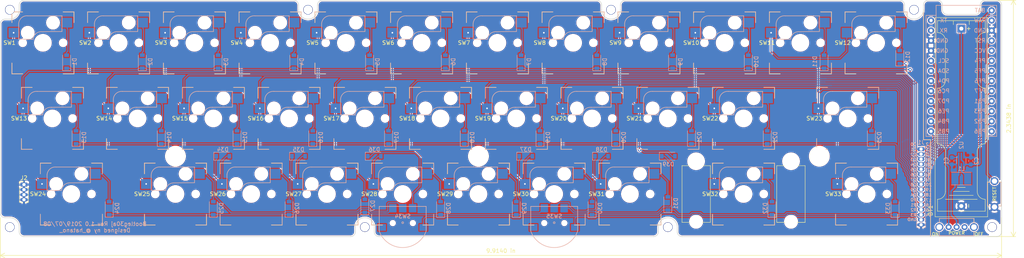
<source format=kicad_pcb>
(kicad_pcb (version 20171130) (host pcbnew "(5.1.2)-2")
  (layers (0 F.Cu signal) (31 B.Cu signal) (34 B.Paste user hide) (35 F.Paste user hide) (36 B.SilkS user) (37 F.SilkS user) (38 B.Mask user) (39 F.Mask user) (44 Edge.Cuts user))
  (net 0 "")
  (net 1 GND)
  (net 2 BAT)
  (net 3 R1)
  (net 4 "Net-(D7-Pad2)")
  (net 5 "Net-(D8-Pad2)")
  (net 6 "Net-(D9-Pad2)")
  (net 7 "Net-(D10-Pad2)")
  (net 8 "Net-(D11-Pad2)")
  (net 9 "Net-(D12-Pad2)")
  (net 10 "Net-(D13-Pad2)")
  (net 11 R2)
  (net 12 "Net-(D14-Pad2)")
  (net 13 "Net-(D15-Pad2)")
  (net 14 "Net-(D16-Pad2)")
  (net 15 "Net-(D17-Pad2)")
  (net 16 "Net-(D18-Pad2)")
  (net 17 "Net-(D19-Pad2)")
  (net 18 "Net-(D20-Pad2)")
  (net 19 "Net-(D21-Pad2)")
  (net 20 "Net-(D22-Pad2)")
  (net 21 "Net-(D23-Pad2)")
  (net 22 "Net-(D24-Pad2)")
  (net 23 "Net-(D25-Pad2)")
  (net 24 "Net-(D26-Pad2)")
  (net 25 "Net-(D27-Pad2)")
  (net 26 "Net-(D28-Pad2)")
  (net 27 "Net-(D29-Pad2)")
  (net 28 "Net-(D30-Pad2)")
  (net 29 "Net-(D31-Pad2)")
  (net 30 C0)
  (net 31 C1)
  (net 32 C2)
  (net 33 C3)
  (net 34 C4)
  (net 35 C5)
  (net 36 C6)
  (net 37 RST)
  (net 38 "Net-(BT1-Pad1)")
  (net 39 "Net-(L1-Pad1)")
  (net 40 cell)
  (net 41 "Net-(D1-Pad2)")
  (net 42 "Net-(D2-Pad2)")
  (net 43 "Net-(D3-Pad2)")
  (net 44 "Net-(D4-Pad2)")
  (net 45 "Net-(D5-Pad2)")
  (net 46 "Net-(D6-Pad2)")
  (net 47 C7)
  (net 48 C8)
  (net 49 C9)
  (net 50 C10)
  (net 51 R0)
  (net 52 "Net-(D34-Pad1)")
  (net 53 "Net-(D35-Pad1)")
  (net 54 "Net-(D36-Pad1)")
  (net 55 "Net-(D37-Pad1)")
  (net 56 "Net-(D32-Pad2)")
  (net 57 "Net-(D38-Pad1)")
  (net 58 "Net-(D33-Pad2)")
  (net 59 "Net-(D39-Pad1)")
  (net 60 R3)
  (module cscslib:CPG151101S11_1.25u (layer F.Cu) (at 232.17217 66.675216)
    (fp_text reference SW33 (at -8.4 0 180) (layer F.SilkS))
    (fp_text value SW_Push hide)
    (pad "" np_thru_hole circle (at -3.81 -2.54) (size 3 3) (drill 3) (layers *.Cu *.Mask))
    (pad "" np_thru_hole circle (at -5.08 0) (size 1.7018 1.7018) (drill 1.7018) (layers *.Cu *.Mask))
    (pad "" np_thru_hole circle (at 5.08 0) (size 1.7018 1.7018) (drill 1.7018) (layers *.Cu *.Mask))
    (pad "" np_thru_hole circle (at 2.54 -5.08) (size 3 3) (drill 3) (layers *.Cu *.Mask))
    (pad "" np_thru_hole circle (at 0 0) (size 3.9878 3.9878) (drill 3.9878) (layers *.Cu *.Mask))
    (pad 1 smd rect (at -7.385 -2.54) (size 2.55 2.5) (layers B.Cu B.Paste B.Mask) (net 50 C10))
    (pad 2 smd rect (at 6.115 -5.08 180) (size 2.55 2.5) (layers B.Cu B.Paste B.Mask) (net 58 "Net-(D33-Pad2)"))
  )
  (module cscslib:CPG151101S11_2u_RS (layer F.Cu) (at 201.215894 66.675216)
    (fp_text reference SW32 (at -8.4 0 180) (layer F.SilkS))
    (fp_text value SW_Push hide)
    (pad "" np_thru_hole circle (at 11.938 6.985) (size 3.048 3.048) (drill 3.048) (layers *.Cu *.Mask))
    (pad "" np_thru_hole circle (at 11.938 -8.255) (size 3.9878 3.9878) (drill 3.9878) (layers *.Cu *.Mask))
    (pad "" np_thru_hole circle (at -11.938 -8.255) (size 3.9878 3.9878) (drill 3.9878) (layers *.Cu *.Mask))
    (pad "" np_thru_hole circle (at -11.938 6.985) (size 3.048 3.048) (drill 3.048) (layers *.Cu *.Mask))
    (pad "" np_thru_hole circle (at -3.81 -2.54) (size 3 3) (drill 3) (layers *.Cu *.Mask))
    (pad "" np_thru_hole circle (at -5.08 0) (size 1.7018 1.7018) (drill 1.7018) (layers *.Cu *.Mask))
    (pad "" np_thru_hole circle (at 5.08 0) (size 1.7018 1.7018) (drill 1.7018) (layers *.Cu *.Mask))
    (pad "" np_thru_hole circle (at 2.54 -5.08) (size 3 3) (drill 3) (layers *.Cu *.Mask))
    (pad "" np_thru_hole circle (at 0 0) (size 3.9878 3.9878) (drill 3.9878) (layers *.Cu *.Mask))
    (pad 1 smd rect (at -7.385 -2.54) (size 2.55 2.5) (layers B.Cu B.Paste B.Mask) (net 49 C9))
    (pad 2 smd rect (at 6.115 -5.08 180) (size 2.55 2.5) (layers B.Cu B.Paste B.Mask) (net 56 "Net-(D32-Pad2)"))
  )
  (module cscslib:CPG151101S11_1u (layer F.Cu) (at 201.215894 47.6252)
    (fp_text reference SW22 (at -8.4 0 180) (layer F.SilkS))
    (fp_text value SW_Push hide)
    (pad "" np_thru_hole circle (at -3.81 -2.54) (size 3 3) (drill 3) (layers *.Cu *.Mask))
    (pad "" np_thru_hole circle (at -5.08 0) (size 1.7018 1.7018) (drill 1.7018) (layers *.Cu *.Mask))
    (pad "" np_thru_hole circle (at 5.08 0) (size 1.7018 1.7018) (drill 1.7018) (layers *.Cu *.Mask))
    (pad "" np_thru_hole circle (at 2.54 -5.08) (size 3 3) (drill 3) (layers *.Cu *.Mask))
    (pad "" np_thru_hole circle (at 0 0) (size 3.9878 3.9878) (drill 3.9878) (layers *.Cu *.Mask))
    (pad 1 smd rect (at -7.385 -2.54) (size 2.55 2.5) (layers B.Cu B.Paste B.Mask) (net 49 C9))
    (pad 2 smd rect (at 6.115 -5.08 180) (size 2.55 2.5) (layers B.Cu B.Paste B.Mask) (net 20 "Net-(D22-Pad2)"))
  )
  (module cscslib:THMU27 (layer B.Cu) (at 153.590754 73.79703)
    (fp_text reference SW35 (at 0 -1.524 180) (layer B.SilkS) (effects (justify mirror)))
    (fp_text value TMHU27)
    (pad E smd rect (at -5.2 1.3) (size 2 1.7) (layers B.Cu B.Paste B.Mask))
    (pad C smd rect (at 5.2 1.3) (size 2 1.7) (layers B.Cu B.Paste B.Mask) (net 60 R3))
    (pad 1 smd trapezoid (at -2.5 -3.55) (size 1.9 2.1) (layers B.Cu B.Paste B.Mask) (net 55 "Net-(D37-Pad1)"))
    (pad T smd rect (at 0 -3.55) (size 1.9 2.1) (layers B.Cu B.Paste B.Mask) (net 57 "Net-(D38-Pad1)"))
    (pad 2 smd rect (at 2.5 -3.55) (size 1.9 2.1) (layers B.Cu B.Paste B.Mask) (net 59 "Net-(D39-Pad1)"))
    (pad "" np_thru_hole circle (at -2.5 0.2) (size 1.1 1.1) (drill 1.1) (layers *.Cu *.Mask))
    (pad "" np_thru_hole circle (at 2.55 0.2) (size 1.1 1.1) (drill 1.1) (layers *.Cu *.Mask))
  )
  (module cscslib:THMU27 (layer B.Cu) (at 115.490722 73.79703)
    (fp_text reference SW34 (at 0 -1.524) (layer B.SilkS) (effects (justify mirror)))
    (fp_text value TMHU27)
    (pad E smd rect (at -5.2 1.3) (size 2 1.7) (layers B.Cu B.Paste B.Mask))
    (pad C smd rect (at 5.2 1.3) (size 2 1.7) (layers B.Cu B.Paste B.Mask) (net 60 R3))
    (pad 1 smd trapezoid (at -2.5 -3.55) (size 1.9 2.1) (layers B.Cu B.Paste B.Mask) (net 52 "Net-(D34-Pad1)"))
    (pad T smd rect (at 0 -3.55) (size 1.9 2.1) (layers B.Cu B.Paste B.Mask) (net 53 "Net-(D35-Pad1)"))
    (pad 2 smd rect (at 2.5 -3.55) (size 1.9 2.1) (layers B.Cu B.Paste B.Mask) (net 54 "Net-(D36-Pad1)"))
    (pad "" np_thru_hole circle (at -2.5 0.2) (size 1.1 1.1) (drill 1.1) (layers *.Cu *.Mask))
    (pad "" np_thru_hole circle (at 2.55 0.2) (size 1.1 1.1) (drill 1.1) (layers *.Cu *.Mask))
  )
  (module cscslib:CPG151101S11_1u (layer F.Cu) (at 153.590854 66.67528)
    (fp_text reference SW30 (at -8.4 0 180) (layer F.SilkS))
    (fp_text value SW_Push hide)
    (pad "" np_thru_hole circle (at -3.81 -2.54) (size 3 3) (drill 3) (layers *.Cu *.Mask))
    (pad "" np_thru_hole circle (at -5.08 0) (size 1.7018 1.7018) (drill 1.7018) (layers *.Cu *.Mask))
    (pad "" np_thru_hole circle (at 5.08 0) (size 1.7018 1.7018) (drill 1.7018) (layers *.Cu *.Mask))
    (pad "" np_thru_hole circle (at 2.54 -5.08) (size 3 3) (drill 3) (layers *.Cu *.Mask))
    (pad "" np_thru_hole circle (at 0 0) (size 3.9878 3.9878) (drill 3.9878) (layers *.Cu *.Mask))
    (pad 1 smd rect (at -7.385 -2.54) (size 2.55 2.5) (layers B.Cu B.Paste B.Mask) (net 36 C6))
    (pad 2 smd rect (at 6.115 -5.08 180) (size 2.55 2.5) (layers B.Cu B.Paste B.Mask) (net 28 "Net-(D30-Pad2)"))
  )
  (module cscslib:CPG151101S11_1u (layer F.Cu) (at 172.64087 66.67528)
    (fp_text reference SW31 (at -8.4 0 180) (layer F.SilkS))
    (fp_text value SW_Push hide)
    (pad "" np_thru_hole circle (at -3.81 -2.54) (size 3 3) (drill 3) (layers *.Cu *.Mask))
    (pad "" np_thru_hole circle (at -5.08 0) (size 1.7018 1.7018) (drill 1.7018) (layers *.Cu *.Mask))
    (pad "" np_thru_hole circle (at 5.08 0) (size 1.7018 1.7018) (drill 1.7018) (layers *.Cu *.Mask))
    (pad "" np_thru_hole circle (at 2.54 -5.08) (size 3 3) (drill 3) (layers *.Cu *.Mask))
    (pad "" np_thru_hole circle (at 0 0) (size 3.9878 3.9878) (drill 3.9878) (layers *.Cu *.Mask))
    (pad 1 smd rect (at -7.385 -2.54) (size 2.55 2.5) (layers B.Cu B.Paste B.Mask) (net 47 C7))
    (pad 2 smd rect (at 6.115 -5.08 180) (size 2.55 2.5) (layers B.Cu B.Paste B.Mask) (net 29 "Net-(D31-Pad2)"))
  )
  (module cscslib:CPG151101S11_1u (layer F.Cu) (at 234.553422 28.575184)
    (fp_text reference SW12 (at -8.4 0 180) (layer F.SilkS))
    (fp_text value SW_Push hide)
    (pad "" np_thru_hole circle (at -3.81 -2.54) (size 3 3) (drill 3) (layers *.Cu *.Mask))
    (pad "" np_thru_hole circle (at -5.08 0) (size 1.7018 1.7018) (drill 1.7018) (layers *.Cu *.Mask))
    (pad "" np_thru_hole circle (at 5.08 0) (size 1.7018 1.7018) (drill 1.7018) (layers *.Cu *.Mask))
    (pad "" np_thru_hole circle (at 2.54 -5.08) (size 3 3) (drill 3) (layers *.Cu *.Mask))
    (pad "" np_thru_hole circle (at 0 0) (size 3.9878 3.9878) (drill 3.9878) (layers *.Cu *.Mask))
    (pad 1 smd rect (at -7.385 -2.54) (size 2.55 2.5) (layers B.Cu B.Paste B.Mask) (net 50 C10))
    (pad 2 smd rect (at 6.115 -5.08 180) (size 2.55 2.5) (layers B.Cu B.Paste B.Mask) (net 9 "Net-(D12-Pad2)"))
  )
  (module cscslib:CPG151101S11_1u (layer F.Cu) (at 48.815766 47.6252)
    (fp_text reference SW14 (at -8.4 0 180) (layer F.SilkS))
    (fp_text value SW_Push hide)
    (pad "" np_thru_hole circle (at -3.81 -2.54) (size 3 3) (drill 3) (layers *.Cu *.Mask))
    (pad "" np_thru_hole circle (at -5.08 0) (size 1.7018 1.7018) (drill 1.7018) (layers *.Cu *.Mask))
    (pad "" np_thru_hole circle (at 5.08 0) (size 1.7018 1.7018) (drill 1.7018) (layers *.Cu *.Mask))
    (pad "" np_thru_hole circle (at 2.54 -5.08) (size 3 3) (drill 3) (layers *.Cu *.Mask))
    (pad "" np_thru_hole circle (at 0 0) (size 3.9878 3.9878) (drill 3.9878) (layers *.Cu *.Mask))
    (pad 1 smd rect (at -7.385 -2.54) (size 2.55 2.5) (layers B.Cu B.Paste B.Mask) (net 31 C1))
    (pad 2 smd rect (at 6.115 -5.08 180) (size 2.55 2.5) (layers B.Cu B.Paste B.Mask) (net 12 "Net-(D14-Pad2)"))
  )
  (module cscslib:CPG151101S11_1u (layer F.Cu) (at 182.165878 47.6252)
    (fp_text reference SW21 (at -8.4 0 180) (layer F.SilkS))
    (fp_text value SW_Push hide)
    (pad "" np_thru_hole circle (at -3.81 -2.54) (size 3 3) (drill 3) (layers *.Cu *.Mask))
    (pad "" np_thru_hole circle (at -5.08 0) (size 1.7018 1.7018) (drill 1.7018) (layers *.Cu *.Mask))
    (pad "" np_thru_hole circle (at 5.08 0) (size 1.7018 1.7018) (drill 1.7018) (layers *.Cu *.Mask))
    (pad "" np_thru_hole circle (at 2.54 -5.08) (size 3 3) (drill 3) (layers *.Cu *.Mask))
    (pad "" np_thru_hole circle (at 0 0) (size 3.9878 3.9878) (drill 3.9878) (layers *.Cu *.Mask))
    (pad 1 smd rect (at -7.385 -2.54) (size 2.55 2.5) (layers B.Cu B.Paste B.Mask) (net 48 C8))
    (pad 2 smd rect (at 6.115 -5.08 180) (size 2.55 2.5) (layers B.Cu B.Paste B.Mask) (net 19 "Net-(D21-Pad2)"))
  )
  (module cscslib:CPG151101S11_1u (layer F.Cu) (at 163.115862 47.6252)
    (fp_text reference SW20 (at -8.4 0 180) (layer F.SilkS))
    (fp_text value SW_Push hide)
    (pad "" np_thru_hole circle (at -3.81 -2.54) (size 3 3) (drill 3) (layers *.Cu *.Mask))
    (pad "" np_thru_hole circle (at -5.08 0) (size 1.7018 1.7018) (drill 1.7018) (layers *.Cu *.Mask))
    (pad "" np_thru_hole circle (at 5.08 0) (size 1.7018 1.7018) (drill 1.7018) (layers *.Cu *.Mask))
    (pad "" np_thru_hole circle (at 2.54 -5.08) (size 3 3) (drill 3) (layers *.Cu *.Mask))
    (pad "" np_thru_hole circle (at 0 0) (size 3.9878 3.9878) (drill 3.9878) (layers *.Cu *.Mask))
    (pad 1 smd rect (at -7.385 -2.54) (size 2.55 2.5) (layers B.Cu B.Paste B.Mask) (net 47 C7))
    (pad 2 smd rect (at 6.115 -5.08 180) (size 2.55 2.5) (layers B.Cu B.Paste B.Mask) (net 18 "Net-(D20-Pad2)"))
  )
  (module cscslib:CPG151101S11_1u (layer F.Cu) (at 144.065846 47.6252)
    (fp_text reference SW19 (at -8.4 0 180) (layer F.SilkS))
    (fp_text value SW_Push hide)
    (pad "" np_thru_hole circle (at -3.81 -2.54) (size 3 3) (drill 3) (layers *.Cu *.Mask))
    (pad "" np_thru_hole circle (at -5.08 0) (size 1.7018 1.7018) (drill 1.7018) (layers *.Cu *.Mask))
    (pad "" np_thru_hole circle (at 5.08 0) (size 1.7018 1.7018) (drill 1.7018) (layers *.Cu *.Mask))
    (pad "" np_thru_hole circle (at 2.54 -5.08) (size 3 3) (drill 3) (layers *.Cu *.Mask))
    (pad "" np_thru_hole circle (at 0 0) (size 3.9878 3.9878) (drill 3.9878) (layers *.Cu *.Mask))
    (pad 1 smd rect (at -7.385 -2.54) (size 2.55 2.5) (layers B.Cu B.Paste B.Mask) (net 36 C6))
    (pad 2 smd rect (at 6.115 -5.08 180) (size 2.55 2.5) (layers B.Cu B.Paste B.Mask) (net 17 "Net-(D19-Pad2)"))
  )
  (module cscslib:CPG151101S11_1u (layer F.Cu) (at 125.01583 47.6252)
    (fp_text reference SW18 (at -8.4 0 180) (layer F.SilkS))
    (fp_text value SW_Push hide)
    (pad "" np_thru_hole circle (at -3.81 -2.54) (size 3 3) (drill 3) (layers *.Cu *.Mask))
    (pad "" np_thru_hole circle (at -5.08 0) (size 1.7018 1.7018) (drill 1.7018) (layers *.Cu *.Mask))
    (pad "" np_thru_hole circle (at 5.08 0) (size 1.7018 1.7018) (drill 1.7018) (layers *.Cu *.Mask))
    (pad "" np_thru_hole circle (at 2.54 -5.08) (size 3 3) (drill 3) (layers *.Cu *.Mask))
    (pad "" np_thru_hole circle (at 0 0) (size 3.9878 3.9878) (drill 3.9878) (layers *.Cu *.Mask))
    (pad 1 smd rect (at -7.385 -2.54) (size 2.55 2.5) (layers B.Cu B.Paste B.Mask) (net 35 C5))
    (pad 2 smd rect (at 6.115 -5.08 180) (size 2.55 2.5) (layers B.Cu B.Paste B.Mask) (net 16 "Net-(D18-Pad2)"))
  )
  (module cscslib:CPG151101S11_1u (layer F.Cu) (at 105.965814 47.6252)
    (fp_text reference SW17 (at -8.4 0 180) (layer F.SilkS))
    (fp_text value SW_Push hide)
    (pad "" np_thru_hole circle (at -3.81 -2.54) (size 3 3) (drill 3) (layers *.Cu *.Mask))
    (pad "" np_thru_hole circle (at -5.08 0) (size 1.7018 1.7018) (drill 1.7018) (layers *.Cu *.Mask))
    (pad "" np_thru_hole circle (at 5.08 0) (size 1.7018 1.7018) (drill 1.7018) (layers *.Cu *.Mask))
    (pad "" np_thru_hole circle (at 2.54 -5.08) (size 3 3) (drill 3) (layers *.Cu *.Mask))
    (pad "" np_thru_hole circle (at 0 0) (size 3.9878 3.9878) (drill 3.9878) (layers *.Cu *.Mask))
    (pad 1 smd rect (at -7.385 -2.54) (size 2.55 2.5) (layers B.Cu B.Paste B.Mask) (net 34 C4))
    (pad 2 smd rect (at 6.115 -5.08 180) (size 2.55 2.5) (layers B.Cu B.Paste B.Mask) (net 15 "Net-(D17-Pad2)"))
  )
  (module cscslib:CPG151101S11_1u (layer F.Cu) (at 86.915798 47.6252)
    (fp_text reference SW16 (at -8.4 0 180) (layer F.SilkS))
    (fp_text value SW_Push hide)
    (pad "" np_thru_hole circle (at -3.81 -2.54) (size 3 3) (drill 3) (layers *.Cu *.Mask))
    (pad "" np_thru_hole circle (at -5.08 0) (size 1.7018 1.7018) (drill 1.7018) (layers *.Cu *.Mask))
    (pad "" np_thru_hole circle (at 5.08 0) (size 1.7018 1.7018) (drill 1.7018) (layers *.Cu *.Mask))
    (pad "" np_thru_hole circle (at 2.54 -5.08) (size 3 3) (drill 3) (layers *.Cu *.Mask))
    (pad "" np_thru_hole circle (at 0 0) (size 3.9878 3.9878) (drill 3.9878) (layers *.Cu *.Mask))
    (pad 1 smd rect (at -7.385 -2.54) (size 2.55 2.5) (layers B.Cu B.Paste B.Mask) (net 33 C3))
    (pad 2 smd rect (at 6.115 -5.08 180) (size 2.55 2.5) (layers B.Cu B.Paste B.Mask) (net 14 "Net-(D16-Pad2)"))
  )
  (module cscslib:CPG151101S11_1u (layer F.Cu) (at 67.865782 47.6252)
    (fp_text reference SW15 (at -8.4 0 180) (layer F.SilkS))
    (fp_text value SW_Push hide)
    (pad "" np_thru_hole circle (at -3.81 -2.54) (size 3 3) (drill 3) (layers *.Cu *.Mask))
    (pad "" np_thru_hole circle (at -5.08 0) (size 1.7018 1.7018) (drill 1.7018) (layers *.Cu *.Mask))
    (pad "" np_thru_hole circle (at 5.08 0) (size 1.7018 1.7018) (drill 1.7018) (layers *.Cu *.Mask))
    (pad "" np_thru_hole circle (at 2.54 -5.08) (size 3 3) (drill 3) (layers *.Cu *.Mask))
    (pad "" np_thru_hole circle (at 0 0) (size 3.9878 3.9878) (drill 3.9878) (layers *.Cu *.Mask))
    (pad 1 smd rect (at -7.385 -2.54) (size 2.55 2.5) (layers B.Cu B.Paste B.Mask) (net 32 C2))
    (pad 2 smd rect (at 6.115 -5.08 180) (size 2.55 2.5) (layers B.Cu B.Paste B.Mask) (net 13 "Net-(D15-Pad2)"))
  )
  (module cscslib:CPG151101S11_1u (layer F.Cu) (at 134.540838 66.67528)
    (fp_text reference SW29 (at -8.4 0 180) (layer F.SilkS))
    (fp_text value SW_Push hide)
    (pad "" np_thru_hole circle (at -3.81 -2.54) (size 3 3) (drill 3) (layers *.Cu *.Mask))
    (pad "" np_thru_hole circle (at -5.08 0) (size 1.7018 1.7018) (drill 1.7018) (layers *.Cu *.Mask))
    (pad "" np_thru_hole circle (at 5.08 0) (size 1.7018 1.7018) (drill 1.7018) (layers *.Cu *.Mask))
    (pad "" np_thru_hole circle (at 2.54 -5.08) (size 3 3) (drill 3) (layers *.Cu *.Mask))
    (pad "" np_thru_hole circle (at 0 0) (size 3.9878 3.9878) (drill 3.9878) (layers *.Cu *.Mask))
    (pad 1 smd rect (at -7.385 -2.54) (size 2.55 2.5) (layers B.Cu B.Paste B.Mask) (net 35 C5))
    (pad 2 smd rect (at 6.115 -5.08 180) (size 2.55 2.5) (layers B.Cu B.Paste B.Mask) (net 27 "Net-(D29-Pad2)"))
  )
  (module cscslib:CPG151101S11_1u (layer F.Cu) (at 115.490822 66.675056)
    (fp_text reference SW28 (at -8.4 0 180) (layer F.SilkS))
    (fp_text value SW_Push hide)
    (pad "" np_thru_hole circle (at -3.81 -2.54) (size 3 3) (drill 3) (layers *.Cu *.Mask))
    (pad "" np_thru_hole circle (at -5.08 0) (size 1.7018 1.7018) (drill 1.7018) (layers *.Cu *.Mask))
    (pad "" np_thru_hole circle (at 5.08 0) (size 1.7018 1.7018) (drill 1.7018) (layers *.Cu *.Mask))
    (pad "" np_thru_hole circle (at 2.54 -5.08) (size 3 3) (drill 3) (layers *.Cu *.Mask))
    (pad "" np_thru_hole circle (at 0 0) (size 3.9878 3.9878) (drill 3.9878) (layers *.Cu *.Mask))
    (pad 1 smd rect (at -7.385 -2.54) (size 2.55 2.5) (layers B.Cu B.Paste B.Mask) (net 34 C4))
    (pad 2 smd rect (at 6.115 -5.08 180) (size 2.55 2.5) (layers B.Cu B.Paste B.Mask) (net 26 "Net-(D28-Pad2)"))
  )
  (module cscslib:CPG151101S11_1u (layer F.Cu) (at 96.440806 66.675216)
    (fp_text reference SW27 (at -8.4 0 180) (layer F.SilkS))
    (fp_text value SW_Push hide)
    (pad "" np_thru_hole circle (at -3.81 -2.54) (size 3 3) (drill 3) (layers *.Cu *.Mask))
    (pad "" np_thru_hole circle (at -5.08 0) (size 1.7018 1.7018) (drill 1.7018) (layers *.Cu *.Mask))
    (pad "" np_thru_hole circle (at 5.08 0) (size 1.7018 1.7018) (drill 1.7018) (layers *.Cu *.Mask))
    (pad "" np_thru_hole circle (at 2.54 -5.08) (size 3 3) (drill 3) (layers *.Cu *.Mask))
    (pad "" np_thru_hole circle (at 0 0) (size 3.9878 3.9878) (drill 3.9878) (layers *.Cu *.Mask))
    (pad 1 smd rect (at -7.385 -2.54) (size 2.55 2.5) (layers B.Cu B.Paste B.Mask) (net 33 C3))
    (pad 2 smd rect (at 6.115 -5.08 180) (size 2.55 2.5) (layers B.Cu B.Paste B.Mask) (net 25 "Net-(D27-Pad2)"))
  )
  (module cscslib:CPG151101S11_1u (layer F.Cu) (at 77.39079 66.675216)
    (fp_text reference SW26 (at -8.4 0 180) (layer F.SilkS))
    (fp_text value SW_Push hide)
    (pad "" np_thru_hole circle (at -3.81 -2.54) (size 3 3) (drill 3) (layers *.Cu *.Mask))
    (pad "" np_thru_hole circle (at -5.08 0) (size 1.7018 1.7018) (drill 1.7018) (layers *.Cu *.Mask))
    (pad "" np_thru_hole circle (at 5.08 0) (size 1.7018 1.7018) (drill 1.7018) (layers *.Cu *.Mask))
    (pad "" np_thru_hole circle (at 2.54 -5.08) (size 3 3) (drill 3) (layers *.Cu *.Mask))
    (pad "" np_thru_hole circle (at 0 0) (size 3.9878 3.9878) (drill 3.9878) (layers *.Cu *.Mask))
    (pad 1 smd rect (at -7.385 -2.54) (size 2.55 2.5) (layers B.Cu B.Paste B.Mask) (net 32 C2))
    (pad 2 smd rect (at 6.115 -5.08 180) (size 2.55 2.5) (layers B.Cu B.Paste B.Mask) (net 24 "Net-(D26-Pad2)"))
  )
  (module cscslib:CPG151101S11_1u (layer F.Cu) (at 58.340774 66.675216)
    (fp_text reference SW25 (at -8.4 0 180) (layer F.SilkS))
    (fp_text value SW_Push hide)
    (pad "" np_thru_hole circle (at -3.81 -2.54) (size 3 3) (drill 3) (layers *.Cu *.Mask))
    (pad "" np_thru_hole circle (at -5.08 0) (size 1.7018 1.7018) (drill 1.7018) (layers *.Cu *.Mask))
    (pad "" np_thru_hole circle (at 5.08 0) (size 1.7018 1.7018) (drill 1.7018) (layers *.Cu *.Mask))
    (pad "" np_thru_hole circle (at 2.54 -5.08) (size 3 3) (drill 3) (layers *.Cu *.Mask))
    (pad "" np_thru_hole circle (at 0 0) (size 3.9878 3.9878) (drill 3.9878) (layers *.Cu *.Mask))
    (pad 1 smd rect (at -7.385 -2.54) (size 2.55 2.5) (layers B.Cu B.Paste B.Mask) (net 31 C1))
    (pad 2 smd rect (at 6.115 -5.08 180) (size 2.55 2.5) (layers B.Cu B.Paste B.Mask) (net 23 "Net-(D25-Pad2)"))
  )
  (module cscslib:CPG151101S11_1u (layer F.Cu) (at 215.504078 28.57512)
    (fp_text reference SW11 (at -8.4 0 180) (layer F.SilkS))
    (fp_text value SW_Push hide)
    (pad "" np_thru_hole circle (at -3.81 -2.54) (size 3 3) (drill 3) (layers *.Cu *.Mask))
    (pad "" np_thru_hole circle (at -5.08 0) (size 1.7018 1.7018) (drill 1.7018) (layers *.Cu *.Mask))
    (pad "" np_thru_hole circle (at 5.08 0) (size 1.7018 1.7018) (drill 1.7018) (layers *.Cu *.Mask))
    (pad "" np_thru_hole circle (at 2.54 -5.08) (size 3 3) (drill 3) (layers *.Cu *.Mask))
    (pad "" np_thru_hole circle (at 0 0) (size 3.9878 3.9878) (drill 3.9878) (layers *.Cu *.Mask))
    (pad 1 smd rect (at -7.385 -2.54) (size 2.55 2.5) (layers B.Cu B.Paste B.Mask) (net 50 C10))
    (pad 2 smd rect (at 6.115 -5.08 180) (size 2.55 2.5) (layers B.Cu B.Paste B.Mask) (net 8 "Net-(D11-Pad2)"))
  )
  (module cscslib:CPG151101S11_1u (layer F.Cu) (at 196.453998 28.57512)
    (fp_text reference SW10 (at -8.4 0 180) (layer F.SilkS))
    (fp_text value SW_Push hide)
    (pad "" np_thru_hole circle (at -3.81 -2.54) (size 3 3) (drill 3) (layers *.Cu *.Mask))
    (pad "" np_thru_hole circle (at -5.08 0) (size 1.7018 1.7018) (drill 1.7018) (layers *.Cu *.Mask))
    (pad "" np_thru_hole circle (at 5.08 0) (size 1.7018 1.7018) (drill 1.7018) (layers *.Cu *.Mask))
    (pad "" np_thru_hole circle (at 2.54 -5.08) (size 3 3) (drill 3) (layers *.Cu *.Mask))
    (pad "" np_thru_hole circle (at 0 0) (size 3.9878 3.9878) (drill 3.9878) (layers *.Cu *.Mask))
    (pad 1 smd rect (at -7.385 -2.54) (size 2.55 2.5) (layers B.Cu B.Paste B.Mask) (net 49 C9))
    (pad 2 smd rect (at 6.115 -5.08 180) (size 2.55 2.5) (layers B.Cu B.Paste B.Mask) (net 7 "Net-(D10-Pad2)"))
  )
  (module cscslib:CPG151101S11_1u (layer F.Cu) (at 177.403918 28.57512)
    (fp_text reference SW9 (at -8.4 0 180) (layer F.SilkS))
    (fp_text value SW_Push hide)
    (pad "" np_thru_hole circle (at -3.81 -2.54) (size 3 3) (drill 3) (layers *.Cu *.Mask))
    (pad "" np_thru_hole circle (at -5.08 0) (size 1.7018 1.7018) (drill 1.7018) (layers *.Cu *.Mask))
    (pad "" np_thru_hole circle (at 5.08 0) (size 1.7018 1.7018) (drill 1.7018) (layers *.Cu *.Mask))
    (pad "" np_thru_hole circle (at 2.54 -5.08) (size 3 3) (drill 3) (layers *.Cu *.Mask))
    (pad "" np_thru_hole circle (at 0 0) (size 3.9878 3.9878) (drill 3.9878) (layers *.Cu *.Mask))
    (pad 1 smd rect (at -7.385 -2.54) (size 2.55 2.5) (layers B.Cu B.Paste B.Mask) (net 48 C8))
    (pad 2 smd rect (at 6.115 -5.08 180) (size 2.55 2.5) (layers B.Cu B.Paste B.Mask) (net 6 "Net-(D9-Pad2)"))
  )
  (module cscslib:CPG151101S11_1u (layer F.Cu) (at 158.353838 28.57512)
    (fp_text reference SW8 (at -8.4 0 180) (layer F.SilkS))
    (fp_text value SW_Push hide)
    (pad "" np_thru_hole circle (at -3.81 -2.54) (size 3 3) (drill 3) (layers *.Cu *.Mask))
    (pad "" np_thru_hole circle (at -5.08 0) (size 1.7018 1.7018) (drill 1.7018) (layers *.Cu *.Mask))
    (pad "" np_thru_hole circle (at 5.08 0) (size 1.7018 1.7018) (drill 1.7018) (layers *.Cu *.Mask))
    (pad "" np_thru_hole circle (at 2.54 -5.08) (size 3 3) (drill 3) (layers *.Cu *.Mask))
    (pad "" np_thru_hole circle (at 0 0) (size 3.9878 3.9878) (drill 3.9878) (layers *.Cu *.Mask))
    (pad 1 smd rect (at -7.385 -2.54) (size 2.55 2.5) (layers B.Cu B.Paste B.Mask) (net 47 C7))
    (pad 2 smd rect (at 6.115 -5.08 180) (size 2.55 2.5) (layers B.Cu B.Paste B.Mask) (net 5 "Net-(D8-Pad2)"))
  )
  (module cscslib:CPG151101S11_1u (layer F.Cu) (at 139.303758 28.57512)
    (fp_text reference SW7 (at -8.4 0 180) (layer F.SilkS))
    (fp_text value SW_Push hide)
    (pad "" np_thru_hole circle (at -3.81 -2.54) (size 3 3) (drill 3) (layers *.Cu *.Mask))
    (pad "" np_thru_hole circle (at -5.08 0) (size 1.7018 1.7018) (drill 1.7018) (layers *.Cu *.Mask))
    (pad "" np_thru_hole circle (at 5.08 0) (size 1.7018 1.7018) (drill 1.7018) (layers *.Cu *.Mask))
    (pad "" np_thru_hole circle (at 2.54 -5.08) (size 3 3) (drill 3) (layers *.Cu *.Mask))
    (pad "" np_thru_hole circle (at 0 0) (size 3.9878 3.9878) (drill 3.9878) (layers *.Cu *.Mask))
    (pad 1 smd rect (at -7.385 -2.54) (size 2.55 2.5) (layers B.Cu B.Paste B.Mask) (net 36 C6))
    (pad 2 smd rect (at 6.115 -5.08 180) (size 2.55 2.5) (layers B.Cu B.Paste B.Mask) (net 4 "Net-(D7-Pad2)"))
  )
  (module cscslib:CPG151101S11_1u (layer F.Cu) (at 120.253678 28.57512)
    (fp_text reference SW6 (at -8.4 0 180) (layer F.SilkS))
    (fp_text value SW_Push hide)
    (pad "" np_thru_hole circle (at -3.81 -2.54) (size 3 3) (drill 3) (layers *.Cu *.Mask))
    (pad "" np_thru_hole circle (at -5.08 0) (size 1.7018 1.7018) (drill 1.7018) (layers *.Cu *.Mask))
    (pad "" np_thru_hole circle (at 5.08 0) (size 1.7018 1.7018) (drill 1.7018) (layers *.Cu *.Mask))
    (pad "" np_thru_hole circle (at 2.54 -5.08) (size 3 3) (drill 3) (layers *.Cu *.Mask))
    (pad "" np_thru_hole circle (at 0 0) (size 3.9878 3.9878) (drill 3.9878) (layers *.Cu *.Mask))
    (pad 1 smd rect (at -7.385 -2.54) (size 2.55 2.5) (layers B.Cu B.Paste B.Mask) (net 35 C5))
    (pad 2 smd rect (at 6.115 -5.08 180) (size 2.55 2.5) (layers B.Cu B.Paste B.Mask) (net 46 "Net-(D6-Pad2)"))
  )
  (module cscslib:CPG151101S11_1u (layer F.Cu) (at 101.203598 28.57512)
    (fp_text reference SW5 (at -8.4 0 180) (layer F.SilkS))
    (fp_text value SW_Push hide)
    (pad "" np_thru_hole circle (at -3.81 -2.54) (size 3 3) (drill 3) (layers *.Cu *.Mask))
    (pad "" np_thru_hole circle (at -5.08 0) (size 1.7018 1.7018) (drill 1.7018) (layers *.Cu *.Mask))
    (pad "" np_thru_hole circle (at 5.08 0) (size 1.7018 1.7018) (drill 1.7018) (layers *.Cu *.Mask))
    (pad "" np_thru_hole circle (at 2.54 -5.08) (size 3 3) (drill 3) (layers *.Cu *.Mask))
    (pad "" np_thru_hole circle (at 0 0) (size 3.9878 3.9878) (drill 3.9878) (layers *.Cu *.Mask))
    (pad 1 smd rect (at -7.385 -2.54) (size 2.55 2.5) (layers B.Cu B.Paste B.Mask) (net 34 C4))
    (pad 2 smd rect (at 6.115 -5.08 180) (size 2.55 2.5) (layers B.Cu B.Paste B.Mask) (net 45 "Net-(D5-Pad2)"))
  )
  (module cscslib:CPG151101S11_1u (layer F.Cu) (at 82.153518 28.57512)
    (fp_text reference SW4 (at -8.4 0 180) (layer F.SilkS))
    (fp_text value SW_Push hide)
    (pad "" np_thru_hole circle (at -3.81 -2.54) (size 3 3) (drill 3) (layers *.Cu *.Mask))
    (pad "" np_thru_hole circle (at -5.08 0) (size 1.7018 1.7018) (drill 1.7018) (layers *.Cu *.Mask))
    (pad "" np_thru_hole circle (at 5.08 0) (size 1.7018 1.7018) (drill 1.7018) (layers *.Cu *.Mask))
    (pad "" np_thru_hole circle (at 2.54 -5.08) (size 3 3) (drill 3) (layers *.Cu *.Mask))
    (pad "" np_thru_hole circle (at 0 0) (size 3.9878 3.9878) (drill 3.9878) (layers *.Cu *.Mask))
    (pad 1 smd rect (at -7.385 -2.54) (size 2.55 2.5) (layers B.Cu B.Paste B.Mask) (net 33 C3))
    (pad 2 smd rect (at 6.115 -5.08 180) (size 2.55 2.5) (layers B.Cu B.Paste B.Mask) (net 44 "Net-(D4-Pad2)"))
  )
  (module cscslib:CPG151101S11_1u (layer F.Cu) (at 63.103438 28.57512)
    (fp_text reference SW3 (at -8.4 0 180) (layer F.SilkS))
    (fp_text value SW_Push hide)
    (pad "" np_thru_hole circle (at -3.81 -2.54) (size 3 3) (drill 3) (layers *.Cu *.Mask))
    (pad "" np_thru_hole circle (at -5.08 0) (size 1.7018 1.7018) (drill 1.7018) (layers *.Cu *.Mask))
    (pad "" np_thru_hole circle (at 5.08 0) (size 1.7018 1.7018) (drill 1.7018) (layers *.Cu *.Mask))
    (pad "" np_thru_hole circle (at 2.54 -5.08) (size 3 3) (drill 3) (layers *.Cu *.Mask))
    (pad "" np_thru_hole circle (at 0 0) (size 3.9878 3.9878) (drill 3.9878) (layers *.Cu *.Mask))
    (pad 1 smd rect (at -7.385 -2.54) (size 2.55 2.5) (layers B.Cu B.Paste B.Mask) (net 32 C2))
    (pad 2 smd rect (at 6.115 -5.08 180) (size 2.55 2.5) (layers B.Cu B.Paste B.Mask) (net 43 "Net-(D3-Pad2)"))
  )
  (module cscslib:CPG151101S11_1u (layer F.Cu) (at 44.053358 28.57512)
    (fp_text reference SW2 (at -8.4 0 180) (layer F.SilkS))
    (fp_text value SW_Push hide)
    (pad "" np_thru_hole circle (at -3.81 -2.54) (size 3 3) (drill 3) (layers *.Cu *.Mask))
    (pad "" np_thru_hole circle (at -5.08 0) (size 1.7018 1.7018) (drill 1.7018) (layers *.Cu *.Mask))
    (pad "" np_thru_hole circle (at 5.08 0) (size 1.7018 1.7018) (drill 1.7018) (layers *.Cu *.Mask))
    (pad "" np_thru_hole circle (at 2.54 -5.08) (size 3 3) (drill 3) (layers *.Cu *.Mask))
    (pad "" np_thru_hole circle (at 0 0) (size 3.9878 3.9878) (drill 3.9878) (layers *.Cu *.Mask))
    (pad 1 smd rect (at -7.385 -2.54) (size 2.55 2.5) (layers B.Cu B.Paste B.Mask) (net 31 C1))
    (pad 2 smd rect (at 6.115 -5.08 180) (size 2.55 2.5) (layers B.Cu B.Paste B.Mask) (net 42 "Net-(D2-Pad2)"))
  )
  (module cscslib:CPG151101S11_1u (layer F.Cu) (at 25.003246 28.575184)
    (fp_text reference SW1 (at -8.4 0 180) (layer F.SilkS))
    (fp_text value SW_Push hide)
    (pad "" np_thru_hole circle (at -3.81 -2.54) (size 3 3) (drill 3) (layers *.Cu *.Mask))
    (pad "" np_thru_hole circle (at -5.08 0) (size 1.7018 1.7018) (drill 1.7018) (layers *.Cu *.Mask))
    (pad "" np_thru_hole circle (at 5.08 0) (size 1.7018 1.7018) (drill 1.7018) (layers *.Cu *.Mask))
    (pad "" np_thru_hole circle (at 2.54 -5.08) (size 3 3) (drill 3) (layers *.Cu *.Mask))
    (pad "" np_thru_hole circle (at 0 0) (size 3.9878 3.9878) (drill 3.9878) (layers *.Cu *.Mask))
    (pad 1 smd rect (at -7.385 -2.54) (size 2.55 2.5) (layers B.Cu B.Paste B.Mask) (net 30 C0))
    (pad 2 smd rect (at 6.115 -5.08 180) (size 2.55 2.5) (layers B.Cu B.Paste B.Mask) (net 41 "Net-(D1-Pad2)"))
  )
  (module cscslib:PinHeader_1x16_P1.27mm_Conthrough (layer B.Cu) (at 245.864369 55.364269 180)
    (fp_text reference J1 (at 0 1.695) (layer B.SilkS) (effects (justify mirror)))
    (fp_text value Conn_01x16)
    (pad 16 thru_hole oval (at 0 -19.05 180) (size 1.6 1) (drill 0.8) (layers *.Cu *.Mask) (net 1 GND))
    (pad 15 thru_hole oval (at 0 -17.78 180) (size 1.6 1) (drill 0.8) (layers *.Cu *.Mask) (net 60 R3))
    (pad 14 thru_hole oval (at 0 -16.51 180) (size 1.6 1) (drill 0.8) (layers *.Cu *.Mask) (net 11 R2))
    (pad 13 thru_hole oval (at 0 -15.24 180) (size 1.6 1) (drill 0.8) (layers *.Cu *.Mask) (net 3 R1))
    (pad 12 thru_hole oval (at 0 -13.97 180) (size 1.6 1) (drill 0.8) (layers *.Cu *.Mask) (net 51 R0))
    (pad 11 thru_hole oval (at 0 -12.7 180) (size 1.6 1) (drill 0.8) (layers *.Cu *.Mask) (net 50 C10))
    (pad 10 thru_hole oval (at 0 -11.43 180) (size 1.6 1) (drill 0.8) (layers *.Cu *.Mask) (net 49 C9))
    (pad 9 thru_hole oval (at 0 -10.16 180) (size 1.6 1) (drill 0.8) (layers *.Cu *.Mask) (net 48 C8))
    (pad 8 thru_hole oval (at 0 -8.89 180) (size 1.6 1) (drill 0.8) (layers *.Cu *.Mask) (net 47 C7))
    (pad 7 thru_hole oval (at 0 -7.62 180) (size 1.6 1) (drill 0.8) (layers *.Cu *.Mask) (net 36 C6))
    (pad 6 thru_hole oval (at 0 -6.35 180) (size 1.6 1) (drill 0.8) (layers *.Cu *.Mask) (net 35 C5))
    (pad 5 thru_hole oval (at 0 -5.08 180) (size 1.6 1) (drill 0.8) (layers *.Cu *.Mask) (net 34 C4))
    (pad 4 thru_hole oval (at 0 -3.81 180) (size 1.6 1) (drill 0.8) (layers *.Cu *.Mask) (net 33 C3))
    (pad 3 thru_hole oval (at 0 -2.54 180) (size 1.6 1) (drill 0.8) (layers *.Cu *.Mask) (net 32 C2))
    (pad 2 thru_hole oval (at 0 -1.27 180) (size 1.6 1) (drill 0.8) (layers *.Cu *.Mask) (net 31 C1))
    (pad 1 thru_hole rect (at 0 0 180) (size 1.6 1) (drill 0.8) (layers *.Cu *.Mask) (net 30 C0))
  )
  (module cscslib:CPG151101S11_1.75u (layer F.Cu) (at 227.409666 47.6252)
    (fp_text reference SW23 (at -8.4 0 180) (layer F.SilkS))
    (fp_text value SW_Push hide)
    (pad "" np_thru_hole circle (at -3.81 -2.54) (size 3 3) (drill 3) (layers *.Cu *.Mask))
    (pad "" np_thru_hole circle (at -5.08 0) (size 1.7018 1.7018) (drill 1.7018) (layers *.Cu *.Mask))
    (pad "" np_thru_hole circle (at 5.08 0) (size 1.7018 1.7018) (drill 1.7018) (layers *.Cu *.Mask))
    (pad "" np_thru_hole circle (at 2.54 -5.08) (size 3 3) (drill 3) (layers *.Cu *.Mask))
    (pad "" np_thru_hole circle (at 0 0) (size 3.9878 3.9878) (drill 3.9878) (layers *.Cu *.Mask))
    (pad 1 smd rect (at -7.385 -2.54) (size 2.55 2.5) (layers B.Cu B.Paste B.Mask) (net 50 C10))
    (pad 2 smd rect (at 6.115 -5.08 180) (size 2.55 2.5) (layers B.Cu B.Paste B.Mask) (net 21 "Net-(D23-Pad2)"))
  )
  (module cscslib:BatteryHolder_Keystone_2466_1xAAA (layer F.Cu) (at 255.98473 25.003218 270)
    (fp_text reference BT1 (at 45.839101 7.739069 270) (layer F.SilkS))
    (fp_text value Battery_Cell)
    (fp_text user - (at 44.648499 -1.786571 90) (layer F.SilkS))
    (fp_text user + (at 0.000024 -1.786571 90) (layer F.SilkS))
    (pad 1 thru_hole rect (at 0 0 270) (size 2 2) (drill 1.02) (layers *.Cu *.Mask) (net 38 "Net-(BT1-Pad1)"))
    (pad 2 thru_hole circle (at 44.7 0 270) (size 2 2) (drill 1.02) (layers *.Cu *.Mask) (net 1 GND))
  )
  (module cscslib:BLEMicroPro-2N (layer B.Cu) (at 255.98473 36.909478 180)
    (fp_text reference U1 hide)
    (fp_text value BLE-Micro-Pro-2 hide)
    (fp_text user PF7 (at -4.699 -3.81 180) (layer B.SilkS) (effects (justify mirror)))
    (fp_text user RST (at -4.699 8.89 180) (layer B.SilkS) (effects (justify mirror)))
    (fp_text user PB6 (at -4.699 -13.97 180) (layer B.SilkS) (effects (justify mirror)))
    (fp_text user PB2 (at -4.699 -11.43 180) (layer B.SilkS) (effects (justify mirror)))
    (fp_text user PB3 (at -4.699 -8.89 180) (layer B.SilkS) (effects (justify mirror)))
    (fp_text user PB1 (at -4.699 -6.35 180) (layer B.SilkS) (effects (justify mirror)))
    (fp_text user PF6 (at -4.699 -1.27 180) (layer B.SilkS) (effects (justify mirror)))
    (fp_text user PF5 (at -4.699 1.27 180) (layer B.SilkS) (effects (justify mirror)))
    (fp_text user PF4 (at -4.699 3.81 180) (layer B.SilkS) (effects (justify mirror)))
    (fp_text user VCC (at -4.699 6.35 180) (layer B.SilkS) (effects (justify mirror)))
    (fp_text user GND (at -4.699 11.43 180) (layer B.SilkS) (effects (justify mirror)))
    (fp_text user RAW (at -4.699 13.97 180) (layer B.SilkS) (effects (justify mirror)))
    (fp_text user PB5 (at 4.445 -13.97 180) (layer B.SilkS) (effects (justify mirror)))
    (fp_text user PB4 (at 4.445 -11.43 180) (layer B.SilkS) (effects (justify mirror)))
    (fp_text user PE6 (at 4.445 -8.89 180) (layer B.SilkS) (effects (justify mirror)))
    (fp_text user PD7 (at 4.445 -6.35 180) (layer B.SilkS) (effects (justify mirror)))
    (fp_text user PC6 (at 4.445 -3.81 180) (layer B.SilkS) (effects (justify mirror)))
    (fp_text user PD4 (at 4.445 -1.27 180) (layer B.SilkS) (effects (justify mirror)))
    (fp_text user SDA (at 4.445 1.27 180) (layer B.SilkS) (effects (justify mirror)))
    (fp_text user SCL (at 4.445 3.81 180) (layer B.SilkS) (effects (justify mirror)))
    (fp_text user GND (at 4.826 6.35) (layer B.SilkS) (effects (justify mirror)))
    (fp_text user GND (at 4.826 8.89) (layer B.SilkS) (effects (justify mirror)))
    (fp_text user RX (at 4.445 11.43 180) (layer B.SilkS) (effects (justify mirror)))
    (fp_text user TX (at 4.445 13.97 180) (layer B.SilkS) (effects (justify mirror)))
    (fp_text user BAT (at -4.699 16.51 180) (layer B.SilkS) (effects (justify mirror)))
    (pad 1 thru_hole circle (at 7.62 13.97) (size 1.6 1.6) (drill 0.8) (layers *.Cu *.Mask))
    (pad 2 thru_hole circle (at 7.62 11.43) (size 1.6 1.6) (drill 0.8) (layers *.Cu *.Mask))
    (pad 3 thru_hole circle (at 7.62 8.89) (size 1.6 1.6) (drill 0.8) (layers *.Cu *.Mask) (net 1 GND))
    (pad 4 thru_hole circle (at 7.62 6.35) (size 1.6 1.6) (drill 0.8) (layers *.Cu *.Mask) (net 1 GND))
    (pad 5 thru_hole circle (at 7.62 3.81) (size 1.6 1.6) (drill 0.8) (layers *.Cu *.Mask) (net 47 C7))
    (pad 6 thru_hole circle (at 7.62 1.27) (size 1.6 1.6) (drill 0.8) (layers *.Cu *.Mask) (net 36 C6))
    (pad 7 thru_hole circle (at 7.62 -1.27) (size 1.6 1.6) (drill 0.8) (layers *.Cu *.Mask) (net 35 C5))
    (pad 8 thru_hole circle (at 7.62 -3.81) (size 1.6 1.6) (drill 0.8) (layers *.Cu *.Mask) (net 34 C4))
    (pad 9 thru_hole circle (at 7.62 -6.35) (size 1.6 1.6) (drill 0.8) (layers *.Cu *.Mask) (net 33 C3))
    (pad 10 thru_hole circle (at 7.62 -8.89) (size 1.6 1.6) (drill 0.8) (layers *.Cu *.Mask) (net 32 C2))
    (pad 11 thru_hole circle (at 7.62 -11.43) (size 1.6 1.6) (drill 0.8) (layers *.Cu *.Mask) (net 31 C1))
    (pad 12 thru_hole circle (at 7.62 -13.97) (size 1.6 1.6) (drill 0.8) (layers *.Cu *.Mask) (net 30 C0))
    (pad 13 thru_hole circle (at -7.62 -13.97) (size 1.6 1.6) (drill 0.8) (layers *.Cu *.Mask))
    (pad 14 thru_hole circle (at -7.62 -11.43) (size 1.6 1.6) (drill 0.8) (layers *.Cu *.Mask) (net 60 R3))
    (pad 15 thru_hole circle (at -7.62 -8.89) (size 1.6 1.6) (drill 0.8) (layers *.Cu *.Mask) (net 11 R2))
    (pad 16 thru_hole circle (at -7.62 -6.35) (size 1.6 1.6) (drill 0.8) (layers *.Cu *.Mask) (net 3 R1))
    (pad 17 thru_hole circle (at -7.62 -3.81) (size 1.6 1.6) (drill 0.8) (layers *.Cu *.Mask) (net 51 R0))
    (pad 18 thru_hole circle (at -7.62 -1.27) (size 1.6 1.6) (drill 0.8) (layers *.Cu *.Mask) (net 50 C10))
    (pad 19 thru_hole circle (at -7.62 1.27) (size 1.6 1.6) (drill 0.8) (layers *.Cu *.Mask) (net 49 C9))
    (pad 20 thru_hole circle (at -7.62 3.81) (size 1.6 1.6) (drill 0.8) (layers *.Cu *.Mask) (net 48 C8))
    (pad 21 thru_hole circle (at -7.62 6.35) (size 1.6 1.6) (drill 0.8) (layers *.Cu *.Mask))
    (pad 22 thru_hole circle (at -7.62 8.89) (size 1.6 1.6) (drill 0.8) (layers *.Cu *.Mask) (net 37 RST))
    (pad 23 thru_hole circle (at -7.62 11.43) (size 1.6 1.6) (drill 0.8) (layers *.Cu *.Mask) (net 1 GND))
    (pad 24 thru_hole circle (at -7.62 13.97) (size 1.6 1.6) (drill 0.8) (layers *.Cu *.Mask))
    (pad 25 thru_hole circle (at -7.62 16.51) (size 1.6 1.6) (drill 0.8) (layers *.Cu *.Mask) (net 2 BAT))
  )
  (module cscslib:HOLE_M2 (layer F.Cu) (at 182.165878 75.009534)
    (fp_text reference H11 hide)
    (fp_text value MountingHole hide)
    (pad "" thru_hole circle (at 0 0) (size 2.4 2.4) (drill 2.2) (layers *.Cu *.Mask) (clearance 0.8))
  )
  (module cscslib:HOLE_M2 (layer F.Cu) (at 105.965814 75.009534)
    (fp_text reference H10 hide)
    (fp_text value MountingHole hide)
    (pad "" thru_hole circle (at 0 0) (size 2.4 2.4) (drill 2.2) (layers *.Cu *.Mask) (clearance 0.8))
  )
  (module cscslib:HOLE_M2 (layer F.Cu) (at 16.669536 75.009534)
    (fp_text reference H9 hide)
    (fp_text value MountingHole hide)
    (pad "" thru_hole circle (at 0 0) (size 2.4 2.4) (drill 2.2) (layers *.Cu *.Mask) (clearance 0.8))
  )
  (module cscslib:HOLE_M2 (layer F.Cu) (at 263.723759 75.009534)
    (fp_text reference H8 hide)
    (fp_text value MountingHole hide)
    (pad "" thru_hole circle (at 0 0) (size 2.4 2.4) (drill 2.2) (layers *.Cu *.Mask) (clearance 0.8))
  )
  (module cscslib:HOLE_M2 (layer F.Cu) (at 244.07843 20.240738)
    (fp_text reference H7 hide)
    (fp_text value MountingHole hide)
    (pad "" thru_hole circle (at 0 0) (size 2.4 2.4) (drill 2.2) (layers *.Cu *.Mask) (clearance 0.8))
  )
  (module cscslib:HOLE_M2 (layer F.Cu) (at 167.879038 20.240738)
    (fp_text reference H6 hide)
    (fp_text value MountingHole hide)
    (pad "" thru_hole circle (at 0 0) (size 2.4 2.4) (drill 2.2) (layers *.Cu *.Mask) (clearance 0.8))
  )
  (module cscslib:HOLE_M2 (layer F.Cu) (at 91.678302 20.240738)
    (fp_text reference H5 hide)
    (fp_text value MountingHole hide)
    (pad "" thru_hole circle (at 0 0) (size 2.4 2.4) (drill 2.2) (layers *.Cu *.Mask) (clearance 0.8))
  )
  (module cscslib:HOLE_M2 (layer F.Cu) (at 16.669536 20.240738)
    (fp_text reference H4 hide)
    (fp_text value MountingHole hide)
    (pad "" thru_hole circle (at 0 0) (size 2.4 2.4) (drill 2.2) (layers *.Cu *.Mask) (clearance 0.8))
  )
  (module Diode_SMD:D_SOD-123 (layer B.Cu) (at 239.315926 70.247094 90)
    (fp_text reference D33 (at 0 -1.785939 90) (layer B.SilkS) (effects (justify mirror)))
    (fp_text value D)
    (pad 2 smd rect (at 1.65 0 90) (size 0.9 1.2) (layers B.Cu B.Paste B.Mask) (net 58 "Net-(D33-Pad2)"))
    (pad 1 smd rect (at -1.65 0 90) (size 0.9 1.2) (layers B.Cu B.Paste B.Mask) (net 11 R2))
  )
  (module cscslib:PinHeader_1x04_P1.27mm_Conthrough (layer F.Cu) (at 20.240646 64.29402)
    (fp_text reference J2 (at 0 -1.695) (layer F.SilkS))
    (fp_text value Conn_01x04)
    (pad 4 thru_hole oval (at 0 3.81) (size 1.6 1) (drill 0.8) (layers *.Cu *.Mask) (net 1 GND))
    (pad 3 thru_hole oval (at 0 2.54) (size 1.6 1) (drill 0.8) (layers *.Cu *.Mask) (net 1 GND))
    (pad 2 thru_hole oval (at 0 1.27) (size 1.6 1) (drill 0.8) (layers *.Cu *.Mask) (net 1 GND))
    (pad 1 thru_hole rect (at 0 0) (size 1.6 1) (drill 0.8) (layers *.Cu *.Mask) (net 1 GND))
  )
  (module Package_TO_SOT_SMD:SOT-363_SC-70-6_Handsoldering (layer B.Cu) (at 255.984694 58.340834 270)
    (fp_text reference U2 (at -3.96874 0 270) (layer B.SilkS) (effects (justify mirror)))
    (fp_text value TPS61221)
    (pad 1 smd rect (at -1.33 0.65 270) (size 1.5 0.4) (layers B.Cu B.Paste B.Mask) (net 40 cell))
    (pad 2 smd rect (at -1.33 0 270) (size 1.5 0.4) (layers B.Cu B.Paste B.Mask) (net 2 BAT))
    (pad 3 smd rect (at -1.33 -0.65 270) (size 1.5 0.4) (layers B.Cu B.Paste B.Mask) (net 1 GND))
    (pad 4 smd rect (at 1.33 -0.65 270) (size 1.5 0.4) (layers B.Cu B.Paste B.Mask) (net 2 BAT))
    (pad 5 smd rect (at 1.33 0 270) (size 1.5 0.4) (layers B.Cu B.Paste B.Mask) (net 39 "Net-(L1-Pad1)"))
    (pad 6 smd rect (at 1.33 0.65 270) (size 1.5 0.4) (layers B.Cu B.Paste B.Mask) (net 40 cell))
  )
  (module cscslib:CPG151101S11_1.75u (layer F.Cu) (at 32.147002 66.675216)
    (fp_text reference SW24 (at -8.4 0 180) (layer F.SilkS))
    (fp_text value SW_Push hide)
    (pad "" np_thru_hole circle (at -3.81 -2.54) (size 3 3) (drill 3) (layers *.Cu *.Mask))
    (pad "" np_thru_hole circle (at -5.08 0) (size 1.7018 1.7018) (drill 1.7018) (layers *.Cu *.Mask))
    (pad "" np_thru_hole circle (at 5.08 0) (size 1.7018 1.7018) (drill 1.7018) (layers *.Cu *.Mask))
    (pad "" np_thru_hole circle (at 2.54 -5.08) (size 3 3) (drill 3) (layers *.Cu *.Mask))
    (pad "" np_thru_hole circle (at 0 0) (size 3.9878 3.9878) (drill 3.9878) (layers *.Cu *.Mask))
    (pad 1 smd rect (at -7.385 -2.54) (size 2.55 2.5) (layers B.Cu B.Paste B.Mask) (net 30 C0))
    (pad 2 smd rect (at 6.115 -5.08 180) (size 2.55 2.5) (layers B.Cu B.Paste B.Mask) (net 22 "Net-(D24-Pad2)"))
  )
  (module cscslib:CPG151101S11_1.25u (layer F.Cu) (at 27.384498 47.6252)
    (fp_text reference SW13 (at -8.4 0 180) (layer F.SilkS))
    (fp_text value SW_Push hide)
    (pad "" np_thru_hole circle (at -3.81 -2.54) (size 3 3) (drill 3) (layers *.Cu *.Mask))
    (pad "" np_thru_hole circle (at -5.08 0) (size 1.7018 1.7018) (drill 1.7018) (layers *.Cu *.Mask))
    (pad "" np_thru_hole circle (at 5.08 0) (size 1.7018 1.7018) (drill 1.7018) (layers *.Cu *.Mask))
    (pad "" np_thru_hole circle (at 2.54 -5.08) (size 3 3) (drill 3) (layers *.Cu *.Mask))
    (pad "" np_thru_hole circle (at 0 0) (size 3.9878 3.9878) (drill 3.9878) (layers *.Cu *.Mask))
    (pad 1 smd rect (at -7.385 -2.54) (size 2.55 2.5) (layers B.Cu B.Paste B.Mask) (net 30 C0))
    (pad 2 smd rect (at 6.115 -5.08 180) (size 2.55 2.5) (layers B.Cu B.Paste B.Mask) (net 10 "Net-(D13-Pad2)"))
  )
  (module cscslib:SLIDE_SWITCH_SK-12D01 (layer F.Cu) (at 254.794064 75.00951 180)
    (fp_text reference SW37 hide)
    (fp_text value SW_PWR hide)
    (fp_text user OFF (at -5.635666 -1.762082) (layer F.SilkS) (effects (font (size 0.8 0.8))))
    (fp_text user ON (at 5.357777 -1.762082) (layer F.SilkS) (effects (font (size 0.8 0.8))))
    (fp_text user POWER (at 0 -1.5 180) (layer F.SilkS) (effects (font (size 0.8 0.8))))
    (pad 2 thru_hole circle (at 2 0 180) (size 1.5 1.5) (drill 0.8) (layers *.Cu *.Mask) (net 38 "Net-(BT1-Pad1)"))
    (pad 3 thru_hole circle (at -2 0 180) (size 1.5 1.5) (drill 0.8) (layers *.Cu *.Mask))
    (pad 1 thru_hole circle (at 0 0 180) (size 1.5 1.5) (drill 0.8) (layers *.Cu *.Mask) (net 40 cell))
    (pad "" thru_hole circle (at 4.35 0 180) (size 2 2) (drill 1.4) (layers *.Cu *.Mask))
    (pad "" thru_hole circle (at -4.35 0 180) (size 2 2) (drill 1.4) (layers *.Cu *.Mask))
  )
  (module cscslib:TACT_SWITCH_TVBP06 (layer B.Cu) (at 264.319072 66.67528 270)
    (fp_text reference SW36 hide)
    (fp_text value SW_RST hide)
    (fp_text user RESET (at 0 0 90) (layer F.SilkS) (effects (font (size 0.8 0.8))))
    (pad 1 thru_hole circle (at -3.25 0 270) (size 2 2) (drill 1.3) (layers *.Cu *.Mask) (net 37 RST))
    (pad 2 thru_hole circle (at 3.25 0 270) (size 2 2) (drill 1.3) (layers *.Cu *.Mask) (net 1 GND))
  )
  (module Diode_SMD:D_SOD-123 (layer B.Cu) (at 182.302489 57.150208)
    (fp_text reference D39 (at 0 2 180) (layer B.SilkS) (effects (justify mirror)))
    (fp_text value D)
    (pad 2 smd rect (at 1.65 0) (size 0.9 1.2) (layers B.Cu B.Paste B.Mask) (net 48 C8))
    (pad 1 smd rect (at -1.65 0) (size 0.9 1.2) (layers B.Cu B.Paste B.Mask) (net 59 "Net-(D39-Pad1)"))
  )
  (module Diode_SMD:D_SOD-123 (layer B.Cu) (at 89.29705 57.150208)
    (fp_text reference D35 (at 0 -1.698578) (layer B.SilkS) (effects (justify mirror)))
    (fp_text value D)
    (pad 2 smd rect (at 1.65 0) (size 0.9 1.2) (layers B.Cu B.Paste B.Mask) (net 33 C3))
    (pad 1 smd rect (at -1.65 0) (size 0.9 1.2) (layers B.Cu B.Paste B.Mask) (net 53 "Net-(D35-Pad1)"))
  )
  (module Diode_SMD:D_SOD-123 (layer B.Cu) (at 165.497114 57.150208)
    (fp_text reference D38 (at 0 -1.698578) (layer B.SilkS) (effects (justify mirror)))
    (fp_text value D)
    (pad 2 smd rect (at 1.65 0) (size 0.9 1.2) (layers B.Cu B.Paste B.Mask) (net 47 C7))
    (pad 1 smd rect (at -1.65 0) (size 0.9 1.2) (layers B.Cu B.Paste B.Mask) (net 57 "Net-(D38-Pad1)"))
  )
  (module Diode_SMD:D_SOD-123 (layer B.Cu) (at 146.447098 57.15024)
    (fp_text reference D37 (at 0 -1.698578) (layer B.SilkS) (effects (justify mirror)))
    (fp_text value D)
    (pad 2 smd rect (at 1.65 0) (size 0.9 1.2) (layers B.Cu B.Paste B.Mask) (net 36 C6))
    (pad 1 smd rect (at -1.65 0) (size 0.9 1.2) (layers B.Cu B.Paste B.Mask) (net 55 "Net-(D37-Pad1)"))
  )
  (module Diode_SMD:D_SOD-123 (layer B.Cu) (at 108.347066 57.150208)
    (fp_text reference D36 (at 0 -1.698578) (layer B.SilkS) (effects (justify mirror)))
    (fp_text value D)
    (pad 2 smd rect (at 1.65 0) (size 0.9 1.2) (layers B.Cu B.Paste B.Mask) (net 34 C4))
    (pad 1 smd rect (at -1.65 0) (size 0.9 1.2) (layers B.Cu B.Paste B.Mask) (net 54 "Net-(D36-Pad1)"))
  )
  (module Diode_SMD:D_SOD-123 (layer B.Cu) (at 70.247034 57.15024)
    (fp_text reference D34 (at 0 -1.698578) (layer B.SilkS) (effects (justify mirror)))
    (fp_text value D)
    (pad 2 smd rect (at 1.65 0) (size 0.9 1.2) (layers B.Cu B.Paste B.Mask) (net 32 C2))
    (pad 1 smd rect (at -1.65 0) (size 0.9 1.2) (layers B.Cu B.Paste B.Mask) (net 52 "Net-(D34-Pad1)"))
  )
  (module Diode_SMD:D_SOD-123 (layer B.Cu) (at 208.35965 70.247094 90)
    (fp_text reference D32 (at 0 -1.698578 90) (layer B.SilkS) (effects (justify mirror)))
    (fp_text value D)
    (pad 2 smd rect (at 1.65 0 90) (size 0.9 1.2) (layers B.Cu B.Paste B.Mask) (net 56 "Net-(D32-Pad2)"))
    (pad 1 smd rect (at -1.65 0 90) (size 0.9 1.2) (layers B.Cu B.Paste B.Mask) (net 11 R2))
  )
  (module cscslib:HOLE_M2_TH (layer F.Cu) (at 58.34087 57.15024)
    (fp_text reference H3 hide)
    (fp_text value MountingHole hide)
    (pad "" np_thru_hole circle (at 0 0 90) (size 4.7004 4.7004) (drill 4.7004) (layers *.Cu *.Mask F.SilkS) (clearance 0.3))
  )
  (module cscslib:HOLE_M2_TH (layer F.Cu) (at 220.266582 57.150144)
    (fp_text reference H2 hide)
    (fp_text value MountingHole hide)
    (pad "" np_thru_hole circle (at 0 0 90) (size 4.7004 4.7004) (drill 4.7004) (layers *.Cu *.Mask F.SilkS) (clearance 0.3))
  )
  (module cscslib:HOLE_M2_TH (layer F.Cu) (at 134.54119 57.15024)
    (fp_text reference H1 hide)
    (fp_text value MountingHole hide)
    (pad "" np_thru_hole circle (at 0 0 90) (size 4.7004 4.7004) (drill 4.7004) (layers *.Cu *.Mask F.SilkS) (clearance 0.3))
  )
  (module Inductor_SMD:L_Taiyo-Yuden_NR-30xx_HandSoldering (layer B.Cu) (at 255.984694 62.78591 180)
    (fp_text reference L1 (at 0 2.5 180) (layer B.SilkS) (effects (justify mirror)))
    (fp_text value 4.7uH)
    (pad 1 smd rect (at -1.6 0 180) (size 1.8 2.9) (layers B.Cu B.Paste B.Mask) (net 39 "Net-(L1-Pad1)"))
    (pad 2 smd rect (at 1.6 0 180) (size 1.8 2.9) (layers B.Cu B.Paste B.Mask) (net 40 cell))
  )
  (module Diode_SMD:D_SOD-123 (layer B.Cu) (at 182.165878 69.056404 90)
    (fp_text reference D31 (at 0 2 -90) (layer B.SilkS) (effects (justify mirror)))
    (fp_text value D)
    (pad 2 smd rect (at 1.65 0 90) (size 0.9 1.2) (layers B.Cu B.Paste B.Mask) (net 29 "Net-(D31-Pad2)"))
    (pad 1 smd rect (at -1.65 0 90) (size 0.9 1.2) (layers B.Cu B.Paste B.Mask) (net 11 R2))
  )
  (module Diode_SMD:D_SOD-123 (layer B.Cu) (at 163.115762 70.247094 90)
    (fp_text reference D30 (at 0 2 -90) (layer B.SilkS) (effects (justify mirror)))
    (fp_text value D)
    (pad 2 smd rect (at 1.65 0 90) (size 0.9 1.2) (layers B.Cu B.Paste B.Mask) (net 28 "Net-(D30-Pad2)"))
    (pad 1 smd rect (at -1.65 0 90) (size 0.9 1.2) (layers B.Cu B.Paste B.Mask) (net 11 R2))
  )
  (module Diode_SMD:D_SOD-123 (layer B.Cu) (at 144.065746 70.247158 90)
    (fp_text reference D29 (at 0 2 -90) (layer B.SilkS) (effects (justify mirror)))
    (fp_text value D)
    (pad 2 smd rect (at 1.65 0 90) (size 0.9 1.2) (layers B.Cu B.Paste B.Mask) (net 27 "Net-(D29-Pad2)"))
    (pad 1 smd rect (at -1.65 0 90) (size 0.9 1.2) (layers B.Cu B.Paste B.Mask) (net 11 R2))
  )
  (module Diode_SMD:D_SOD-123 (layer B.Cu) (at 125.01573 70.246934 90)
    (fp_text reference D28 (at 0 2 90) (layer B.SilkS) (effects (justify mirror)))
    (fp_text value D)
    (pad 2 smd rect (at 1.65 0 90) (size 0.9 1.2) (layers B.Cu B.Paste B.Mask) (net 26 "Net-(D28-Pad2)"))
    (pad 1 smd rect (at -1.65 0 90) (size 0.9 1.2) (layers B.Cu B.Paste B.Mask) (net 11 R2))
  )
  (module Diode_SMD:D_SOD-123 (layer B.Cu) (at 105.965714 69.651717 90)
    (fp_text reference D27 (at 0 2 -90) (layer B.SilkS) (effects (justify mirror)))
    (fp_text value D)
    (pad 2 smd rect (at 1.65 0 90) (size 0.9 1.2) (layers B.Cu B.Paste B.Mask) (net 25 "Net-(D27-Pad2)"))
    (pad 1 smd rect (at -1.65 0 90) (size 0.9 1.2) (layers B.Cu B.Paste B.Mask) (net 11 R2))
  )
  (module Diode_SMD:D_SOD-123 (layer B.Cu) (at 86.915698 70.246934 90)
    (fp_text reference D26 (at 0 2 -90) (layer B.SilkS) (effects (justify mirror)))
    (fp_text value D)
    (pad 2 smd rect (at 1.65 0 90) (size 0.9 1.2) (layers B.Cu B.Paste B.Mask) (net 24 "Net-(D26-Pad2)"))
    (pad 1 smd rect (at -1.65 0 90) (size 0.9 1.2) (layers B.Cu B.Paste B.Mask) (net 11 R2))
  )
  (module Diode_SMD:D_SOD-123 (layer B.Cu) (at 67.865682 70.246934 90)
    (fp_text reference D25 (at 0 2 90) (layer B.SilkS) (effects (justify mirror)))
    (fp_text value D)
    (pad 2 smd rect (at 1.65 0 90) (size 0.9 1.2) (layers B.Cu B.Paste B.Mask) (net 23 "Net-(D25-Pad2)"))
    (pad 1 smd rect (at -1.65 0 90) (size 0.9 1.2) (layers B.Cu B.Paste B.Mask) (net 11 R2))
  )
  (module Diode_SMD:D_SOD-123 (layer B.Cu) (at 41.67191 70.247094 90)
    (fp_text reference D24 (at 0 2 -90) (layer B.SilkS) (effects (justify mirror)))
    (fp_text value D)
    (pad 2 smd rect (at 1.65 0 90) (size 0.9 1.2) (layers B.Cu B.Paste B.Mask) (net 22 "Net-(D24-Pad2)"))
    (pad 1 smd rect (at -1.65 0 90) (size 0.9 1.2) (layers B.Cu B.Paste B.Mask) (net 11 R2))
  )
  (module Diode_SMD:D_SOD-123 (layer B.Cu) (at 233.362796 52.387704 90)
    (fp_text reference D23 (at 0 2 -90) (layer B.SilkS) (effects (justify mirror)))
    (fp_text value D)
    (pad 2 smd rect (at 1.65 0 90) (size 0.9 1.2) (layers B.Cu B.Paste B.Mask) (net 21 "Net-(D23-Pad2)"))
    (pad 1 smd rect (at -1.65 0 90) (size 0.9 1.2) (layers B.Cu B.Paste B.Mask) (net 3 R1))
  )
  (module Diode_SMD:D_SOD-123 (layer B.Cu) (at 207.169024 52.387704 90)
    (fp_text reference D22 (at 0 2 90) (layer B.SilkS) (effects (justify mirror)))
    (fp_text value D)
    (pad 2 smd rect (at 1.65 0 90) (size 0.9 1.2) (layers B.Cu B.Paste B.Mask) (net 20 "Net-(D22-Pad2)"))
    (pad 1 smd rect (at -1.65 0 90) (size 0.9 1.2) (layers B.Cu B.Paste B.Mask) (net 3 R1))
  )
  (module Diode_SMD:D_SOD-123 (layer B.Cu) (at 188.119008 52.38772 90)
    (fp_text reference D21 (at 0 2 90) (layer B.SilkS) (effects (justify mirror)))
    (fp_text value D)
    (pad 2 smd rect (at 1.65 0 90) (size 0.9 1.2) (layers B.Cu B.Paste B.Mask) (net 19 "Net-(D21-Pad2)"))
    (pad 1 smd rect (at -1.65 0 90) (size 0.9 1.2) (layers B.Cu B.Paste B.Mask) (net 3 R1))
  )
  (module Diode_SMD:D_SOD-123 (layer B.Cu) (at 169.068992 52.38772 90)
    (fp_text reference D20 (at 0 2 90) (layer B.SilkS) (effects (justify mirror)))
    (fp_text value D)
    (pad 2 smd rect (at 1.65 0 90) (size 0.9 1.2) (layers B.Cu B.Paste B.Mask) (net 18 "Net-(D20-Pad2)"))
    (pad 1 smd rect (at -1.65 0 90) (size 0.9 1.2) (layers B.Cu B.Paste B.Mask) (net 3 R1))
  )
  (module Diode_SMD:D_SOD-123 (layer B.Cu) (at 150.018976 52.387704 90)
    (fp_text reference D19 (at 0 2 90) (layer B.SilkS) (effects (justify mirror)))
    (fp_text value D)
    (pad 2 smd rect (at 1.65 0 90) (size 0.9 1.2) (layers B.Cu B.Paste B.Mask) (net 17 "Net-(D19-Pad2)"))
    (pad 1 smd rect (at -1.65 0 90) (size 0.9 1.2) (layers B.Cu B.Paste B.Mask) (net 3 R1))
  )
  (module Diode_SMD:D_SOD-123 (layer B.Cu) (at 130.96896 52.387704 90)
    (fp_text reference D18 (at 0 2 90) (layer B.SilkS) (effects (justify mirror)))
    (fp_text value D)
    (pad 2 smd rect (at 1.65 0 90) (size 0.9 1.2) (layers B.Cu B.Paste B.Mask) (net 16 "Net-(D18-Pad2)"))
    (pad 1 smd rect (at -1.65 0 90) (size 0.9 1.2) (layers B.Cu B.Paste B.Mask) (net 3 R1))
  )
  (module Diode_SMD:D_SOD-123 (layer B.Cu) (at 111.918944 52.387704 90)
    (fp_text reference D17 (at 0 2 90) (layer B.SilkS) (effects (justify mirror)))
    (fp_text value D)
    (pad 2 smd rect (at 1.65 0 90) (size 0.9 1.2) (layers B.Cu B.Paste B.Mask) (net 15 "Net-(D17-Pad2)"))
    (pad 1 smd rect (at -1.65 0 90) (size 0.9 1.2) (layers B.Cu B.Paste B.Mask) (net 3 R1))
  )
  (module Diode_SMD:D_SOD-123 (layer B.Cu) (at 92.868928 52.387704 90)
    (fp_text reference D16 (at 0 2 90) (layer B.SilkS) (effects (justify mirror)))
    (fp_text value D)
    (pad 2 smd rect (at 1.65 0 90) (size 0.9 1.2) (layers B.Cu B.Paste B.Mask) (net 14 "Net-(D16-Pad2)"))
    (pad 1 smd rect (at -1.65 0 90) (size 0.9 1.2) (layers B.Cu B.Paste B.Mask) (net 3 R1))
  )
  (module Diode_SMD:D_SOD-123 (layer B.Cu) (at 73.818912 52.38772 90)
    (fp_text reference D15 (at 0 2 90) (layer B.SilkS) (effects (justify mirror)))
    (fp_text value D)
    (pad 2 smd rect (at 1.65 0 90) (size 0.9 1.2) (layers B.Cu B.Paste B.Mask) (net 13 "Net-(D15-Pad2)"))
    (pad 1 smd rect (at -1.65 0 90) (size 0.9 1.2) (layers B.Cu B.Paste B.Mask) (net 3 R1))
  )
  (module Diode_SMD:D_SOD-123 (layer B.Cu) (at 54.768896 52.387704 90)
    (fp_text reference D14 (at 0 2 90) (layer B.SilkS) (effects (justify mirror)))
    (fp_text value D)
    (pad 2 smd rect (at 1.65 0 90) (size 0.9 1.2) (layers B.Cu B.Paste B.Mask) (net 12 "Net-(D14-Pad2)"))
    (pad 1 smd rect (at -1.65 0 90) (size 0.9 1.2) (layers B.Cu B.Paste B.Mask) (net 3 R1))
  )
  (module Diode_SMD:D_SOD-123 (layer B.Cu) (at 33.337628 52.387704 90)
    (fp_text reference D13 (at 0 2 90) (layer B.SilkS) (effects (justify mirror)))
    (fp_text value D)
    (pad 2 smd rect (at 1.65 0 90) (size 0.9 1.2) (layers B.Cu B.Paste B.Mask) (net 10 "Net-(D13-Pad2)"))
    (pad 1 smd rect (at -1.65 0 90) (size 0.9 1.2) (layers B.Cu B.Paste B.Mask) (net 3 R1))
  )
  (module Diode_SMD:D_SOD-123 (layer B.Cu) (at 240.506536 32.147002 90)
    (fp_text reference D12 (at 0 2 90) (layer B.SilkS) (effects (justify mirror)))
    (fp_text value D)
    (pad 2 smd rect (at 1.65 0 90) (size 0.9 1.2) (layers B.Cu B.Paste B.Mask) (net 9 "Net-(D12-Pad2)"))
    (pad 1 smd rect (at -1.65 0 90) (size 0.9 1.2) (layers B.Cu B.Paste B.Mask) (net 60 R3))
  )
  (module Diode_SMD:D_SOD-123 (layer B.Cu) (at 221.456536 33.337688 90)
    (fp_text reference D11 (at 0 -2.3177 90) (layer B.SilkS) (effects (justify mirror)))
    (fp_text value D)
    (pad 2 smd rect (at 1.65 0 90) (size 0.9 1.2) (layers B.Cu B.Paste B.Mask) (net 8 "Net-(D11-Pad2)"))
    (pad 1 smd rect (at -1.65 0 90) (size 0.9 1.2) (layers B.Cu B.Paste B.Mask) (net 51 R0))
  )
  (module Diode_SMD:D_SOD-123 (layer B.Cu) (at 202.40652 33.33764 90)
    (fp_text reference D10 (at 0 2 90) (layer B.SilkS) (effects (justify mirror)))
    (fp_text value D)
    (pad 2 smd rect (at 1.65 0 90) (size 0.9 1.2) (layers B.Cu B.Paste B.Mask) (net 7 "Net-(D10-Pad2)"))
    (pad 1 smd rect (at -1.65 0 90) (size 0.9 1.2) (layers B.Cu B.Paste B.Mask) (net 51 R0))
  )
  (module Diode_SMD:D_SOD-123 (layer B.Cu) (at 183.356504 33.33764 90)
    (fp_text reference D9 (at 0 2 90) (layer B.SilkS) (effects (justify mirror)))
    (fp_text value D)
    (pad 2 smd rect (at 1.65 0 90) (size 0.9 1.2) (layers B.Cu B.Paste B.Mask) (net 6 "Net-(D9-Pad2)"))
    (pad 1 smd rect (at -1.65 0 90) (size 0.9 1.2) (layers B.Cu B.Paste B.Mask) (net 51 R0))
  )
  (module Diode_SMD:D_SOD-123 (layer B.Cu) (at 164.306488 33.33764 90)
    (fp_text reference D8 (at 0 2 90) (layer B.SilkS) (effects (justify mirror)))
    (fp_text value D)
    (pad 2 smd rect (at 1.65 0 90) (size 0.9 1.2) (layers B.Cu B.Paste B.Mask) (net 5 "Net-(D8-Pad2)"))
    (pad 1 smd rect (at -1.65 0 90) (size 0.9 1.2) (layers B.Cu B.Paste B.Mask) (net 51 R0))
  )
  (module Diode_SMD:D_SOD-123 (layer B.Cu) (at 145.256472 33.337688 90)
    (fp_text reference D7 (at 0 2 90) (layer B.SilkS) (effects (justify mirror)))
    (fp_text value D)
    (pad 2 smd rect (at 1.65 0 90) (size 0.9 1.2) (layers B.Cu B.Paste B.Mask) (net 4 "Net-(D7-Pad2)"))
    (pad 1 smd rect (at -1.65 0 90) (size 0.9 1.2) (layers B.Cu B.Paste B.Mask) (net 51 R0))
  )
  (module Diode_SMD:D_SOD-123 (layer B.Cu) (at 126.206456 33.33764 90)
    (fp_text reference D6 (at 0 2 90) (layer B.SilkS) (effects (justify mirror)))
    (fp_text value D)
    (pad 2 smd rect (at 1.65 0 90) (size 0.9 1.2) (layers B.Cu B.Paste B.Mask) (net 46 "Net-(D6-Pad2)"))
    (pad 1 smd rect (at -1.65 0 90) (size 0.9 1.2) (layers B.Cu B.Paste B.Mask) (net 51 R0))
  )
  (module Diode_SMD:D_SOD-123 (layer B.Cu) (at 107.15644 33.337688 90)
    (fp_text reference D5 (at 0 2 90) (layer B.SilkS) (effects (justify mirror)))
    (fp_text value D)
    (pad 2 smd rect (at 1.65 0 90) (size 0.9 1.2) (layers B.Cu B.Paste B.Mask) (net 45 "Net-(D5-Pad2)"))
    (pad 1 smd rect (at -1.65 0 90) (size 0.9 1.2) (layers B.Cu B.Paste B.Mask) (net 51 R0))
  )
  (module Diode_SMD:D_SOD-123 (layer B.Cu) (at 88.106424 33.337688 90)
    (fp_text reference D4 (at 0 2 90) (layer B.SilkS) (effects (justify mirror)))
    (fp_text value D)
    (pad 2 smd rect (at 1.65 0 90) (size 0.9 1.2) (layers B.Cu B.Paste B.Mask) (net 44 "Net-(D4-Pad2)"))
    (pad 1 smd rect (at -1.65 0 90) (size 0.9 1.2) (layers B.Cu B.Paste B.Mask) (net 51 R0))
  )
  (module Diode_SMD:D_SOD-123 (layer B.Cu) (at 69.056408 33.33764 90)
    (fp_text reference D3 (at 0 2 90) (layer B.SilkS) (effects (justify mirror)))
    (fp_text value D)
    (pad 2 smd rect (at 1.65 0 90) (size 0.9 1.2) (layers B.Cu B.Paste B.Mask) (net 43 "Net-(D3-Pad2)"))
    (pad 1 smd rect (at -1.65 0 90) (size 0.9 1.2) (layers B.Cu B.Paste B.Mask) (net 51 R0))
  )
  (module Diode_SMD:D_SOD-123 (layer B.Cu) (at 50.006392 33.337688 90)
    (fp_text reference D2 (at 0 2 90) (layer B.SilkS) (effects (justify mirror)))
    (fp_text value D)
    (pad 2 smd rect (at 1.65 0 90) (size 0.9 1.2) (layers B.Cu B.Paste B.Mask) (net 42 "Net-(D2-Pad2)"))
    (pad 1 smd rect (at -1.65 0 90) (size 0.9 1.2) (layers B.Cu B.Paste B.Mask) (net 51 R0))
  )
  (module Diode_SMD:D_SOD-123 (layer B.Cu) (at 30.956376 33.337688 90)
    (fp_text reference D1 (at 0 2 90) (layer B.SilkS) (effects (justify mirror)))
    (fp_text value D)
    (pad 2 smd rect (at 1.65 0 90) (size 0.9 1.2) (layers B.Cu B.Paste B.Mask) (net 41 "Net-(D1-Pad2)"))
    (pad 1 smd rect (at -1.65 0 90) (size 0.9 1.2) (layers B.Cu B.Paste B.Mask) (net 51 R0))
  )
  (module Capacitor_SMD:C_0603_1608Metric_Pad1.05x0.95mm_HandSolder (layer B.Cu) (at 258.365946 58.340834 90)
    (fp_text reference C2 (at 0 1.43 90) (layer B.SilkS) (effects (justify mirror)))
    (fp_text value 10uF)
    (pad 1 smd roundrect (at -0.875 0 90) (size 1.05 0.95) (layers B.Cu B.Paste B.Mask) (net 2 BAT))
    (pad 2 smd roundrect (at 0.875 0 90) (size 1.05 0.95) (layers B.Cu B.Paste B.Mask) (net 1 GND))
  )
  (module Capacitor_SMD:C_0603_1608Metric_Pad1.05x0.95mm_HandSolder (layer B.Cu) (at 253.603442 58.340834 270)
    (fp_text reference C1 (at 0 1.43 270) (layer B.SilkS) (effects (justify mirror)))
    (fp_text value 10uF)
    (pad 1 smd roundrect (at -0.875 0 270) (size 1.05 0.95) (layers B.Cu B.Paste B.Mask) (net 40 cell))
    (pad 2 smd roundrect (at 0.875 0 270) (size 1.05 0.95) (layers B.Cu B.Paste B.Mask) (net 1 GND))
  )
  (gr_line (start 246.459722 52.982929) (end 246.459722 20.836027) (layer B.SilkS) (width 0.15))
  (gr_line (start 248.245661 52.982929) (end 246.459722 52.982929) (layer B.SilkS) (width 0.15))
  (gr_line (start 248.245661 77.390762) (end 248.245661 52.982929) (layer B.SilkS) (width 0.15))
  (gr_line (start 248.245661 52.982929) (end 248.245661 77.390762) (layer F.SilkS) (width 0.15))
  (gr_line (start 246.459722 52.982929) (end 248.245661 52.982929) (layer F.SilkS) (width 0.15))
  (gr_line (start 246.459722 20.240714) (end 246.459722 52.982929) (layer F.SilkS) (width 0.15))
  (gr_line (start 251.222862 19.050116) (end 251.222198 20.240646) (layer Edge.Cuts) (width 0.15))
  (gr_line (start 260.747286 19.05024) (end 260.747234 20.240714) (layer Edge.Cuts) (width 0.15))
  (gr_text C8 (at 243.959369 64.333643) (layer B.SilkS) (effects (font (size 0.75 0.75)) (justify mirror)))
  (gr_text C5 (at 243.959369 60.523643) (layer B.SilkS) (effects (font (size 0.75 0.75)) (justify mirror)))
  (gr_text C2 (at 243.959369 56.713643) (layer B.SilkS) (effects (font (size 0.75 0.75)) (justify mirror)))
  (gr_text C4 (at 243.959369 59.253643) (layer B.SilkS) (effects (font (size 0.75 0.75)) (justify mirror)))
  (gr_text C7 (at 243.959369 63.063643) (layer B.SilkS) (effects (font (size 0.75 0.75)) (justify mirror)))
  (gr_text C3 (at 243.959369 57.983643) (layer B.SilkS) (effects (font (size 0.75 0.75)) (justify mirror)))
  (gr_text C9 (at 243.959369 65.603643) (layer B.SilkS) (effects (font (size 0.75 0.75)) (justify mirror)))
  (gr_text C6 (at 243.959369 61.793643) (layer B.SilkS) (effects (font (size 0.75 0.75)) (justify mirror)))
  (gr_arc (start 259.556568 20.24071) (end 259.556568 21.43134) (angle -90) (layer Edge.Cuts) (width 0.15))
  (gr_arc (start 261.937916 19.05024) (end 261.937916 17.85961) (angle -90) (layer Edge.Cuts) (width 0.15))
  (gr_line (start 261.937916 17.85961) (end 264.914385 17.859774) (layer Edge.Cuts) (width 0.15))
  (gr_arc (start 182.16639 75.009534) (end 184.54765 75.009534) (angle -180) (layer Edge.Cuts) (width 0.15))
  (gr_text 17 (at 247.769369 68.258513) (layer B.SilkS) (effects (font (size 0.75 0.75)) (justify mirror)))
  (gr_text 19 (at 247.769369 65.603643) (layer B.SilkS) (effects (font (size 0.75 0.75)) (justify mirror)))
  (gr_text 20 (at 247.769369 64.333643) (layer B.SilkS) (effects (font (size 0.75 0.75)) (justify mirror)))
  (gr_text 8 (at 247.769369 59.253643) (layer B.SilkS) (effects (font (size 0.75 0.75)) (justify mirror)))
  (gr_text 9 (at 247.769369 58.098513) (layer B.SilkS) (effects (font (size 0.75 0.75)) (justify mirror)))
  (gr_text 10 (at 247.769369 56.713643) (layer B.SilkS) (effects (font (size 0.75 0.75)) (justify mirror)))
  (gr_text 11 (at 247.769369 55.443643) (layer B.SilkS) (effects (font (size 0.75 0.75)) (justify mirror)))
  (gr_text 5 (at 247.769369 63.063643) (layer B.SilkS) (effects (font (size 0.75 0.75)) (justify mirror)))
  (gr_text 7 (at 247.769369 60.523643) (layer B.SilkS) (effects (font (size 0.75 0.75)) (justify mirror)))
  (gr_text 6 (at 247.769369 61.793643) (layer B.SilkS) (effects (font (size 0.75 0.75)) (justify mirror)))
  (gr_text 12 (at 247.769369 54.173643) (layer B.SilkS) (effects (font (size 0.75 0.75)) (justify mirror)))
  (gr_text 14 (at 247.769369 71.953643) (layer B.SilkS) (effects (font (size 0.75 0.75)) (justify mirror)))
  (gr_text 15 (at 247.769369 70.683643) (layer B.SilkS) (effects (font (size 0.75 0.75)) (justify mirror)))
  (gr_text 16 (at 247.769369 69.413643) (layer B.SilkS) (effects (font (size 0.75 0.75)) (justify mirror)))
  (gr_text 18 (at 247.769369 66.873643) (layer B.SilkS) (effects (font (size 0.75 0.75)) (justify mirror)))
  (gr_text GND (at 243.578369 73.096643) (layer B.SilkS) (effects (font (size 0.75 0.75)) (justify mirror)))
  (gr_text R3 (at 243.959369 71.953643) (layer B.SilkS) (effects (font (size 0.75 0.75)) (justify mirror)))
  (gr_text R2 (at 243.959369 70.683643) (layer B.SilkS) (effects (font (size 0.75 0.75)) (justify mirror)))
  (gr_text R1 (at 243.959369 69.413643) (layer B.SilkS) (effects (font (size 0.75 0.75)) (justify mirror)))
  (gr_text CA (at 243.959369 66.873643) (layer B.SilkS) (effects (font (size 0.75 0.75)) (justify mirror)))
  (gr_text C1 (at 243.959369 55.443643) (layer B.SilkS) (effects (font (size 0.75 0.75)) (justify mirror)))
  (gr_text C0 (at 243.959369 54.173643) (layer B.SilkS) (effects (font (size 0.75 0.75)) (justify mirror)))
  (gr_text R0 (at 243.959369 68.143643) (layer B.SilkS) (effects (font (size 0.75 0.75)) (justify mirror)))
  (gr_arc (start 264.914381 76.200288) (end 264.914381 77.390918) (angle -90) (layer Edge.Cuts) (width 0.15))
  (gr_text "Bootleg30aj Rev 1.0 2019/07/08\nDesigned ny @_hatano_" (at 38.100172 75.00951) (layer B.SilkS) (effects (font (size 1 1)) (justify mirror)))
  (gr_line (start 102.39418 77.39095) (end 20.241414 77.390786) (layer Edge.Cuts) (width 0.15))
  (gr_line (start 178.5945 77.39095) (end 109.53796 77.39095) (layer Edge.Cuts) (width 0.15))
  (gr_line (start 264.914385 77.390914) (end 185.73828 77.39095) (layer Edge.Cuts) (width 0.15))
  (gr_line (start 250.031616 17.85945) (end 247.651088 17.85945) (layer Edge.Cuts) (width 0.15))
  (gr_line (start 171.450244 17.859486) (end 240.50724 17.859382) (layer Edge.Cuts) (width 0.15))
  (gr_line (start 95.25018 17.85945) (end 164.306484 17.85945) (layer Edge.Cuts) (width 0.15))
  (gr_line (start 20.241418 17.859482) (end 88.107096 17.85959) (layer Edge.Cuts) (width 0.15))
  (gr_line (start 179.78513 76.20032) (end 179.785298 75.009534) (layer Edge.Cuts) (width 0.15))
  (gr_line (start 184.54765 76.20032) (end 184.547802 75.009534) (layer Edge.Cuts) (width 0.15))
  (gr_arc (start 185.73828 76.20032) (end 184.54765 76.20032) (angle -90) (layer Edge.Cuts) (width 0.15))
  (gr_arc (start 178.594668 76.20016) (end 178.594668 77.39079) (angle -90) (layer Edge.Cuts) (width 0.15))
  (gr_line (start 103.585234 76.20016) (end 103.585234 75.009534) (layer Edge.Cuts) (width 0.15))
  (gr_line (start 108.34733 76.20032) (end 108.347738 75.009534) (layer Edge.Cuts) (width 0.15))
  (gr_arc (start 109.53796 76.20032) (end 108.34733 76.20032) (angle -90) (layer Edge.Cuts) (width 0.15))
  (gr_arc (start 102.394604 76.20016) (end 102.394604 77.39079) (angle -90) (layer Edge.Cuts) (width 0.15))
  (gr_arc (start 105.966486 75.009534) (end 108.347746 75.009534) (angle -180) (layer Edge.Cuts) (width 0.15))
  (gr_arc (start 15.47891 71.437652) (end 14.28828 71.437652) (angle -90) (layer Edge.Cuts) (width 0.15))
  (gr_arc (start 20.241418 76.200156) (end 19.050788 76.200156) (angle -90) (layer Edge.Cuts) (width 0.15))
  (gr_line (start 19.050788 76.20016) (end 19.050788 75.009534) (layer Edge.Cuts) (width 0.15))
  (gr_line (start 16.669536 72.628282) (end 15.47891 72.628282) (layer Edge.Cuts) (width 0.15))
  (gr_arc (start 16.669536 75.009542) (end 19.050796 75.009542) (angle -90) (layer Edge.Cuts) (width 0.15))
  (gr_line (start 19.050796 20.24073) (end 19.050788 19.050112) (layer Edge.Cuts) (width 0.15))
  (gr_line (start 15.47891 22.62199) (end 16.669536 22.62199) (layer Edge.Cuts) (width 0.15))
  (gr_arc (start 20.241418 19.050112) (end 20.241418 17.859482) (angle -90) (layer Edge.Cuts) (width 0.15))
  (gr_arc (start 16.669536 20.24073) (end 16.669536 22.62199) (angle -90) (layer Edge.Cuts) (width 0.15))
  (gr_arc (start 88.10642 19.050112) (end 89.29705 19.050112) (angle -90) (layer Edge.Cuts) (width 0.15))
  (gr_arc (start 95.25018 19.050112) (end 95.25018 17.859482) (angle -90) (layer Edge.Cuts) (width 0.15))
  (gr_arc (start 171.450916 19.050116) (end 171.450916 17.859486) (angle -90) (layer Edge.Cuts) (width 0.15))
  (gr_arc (start 164.30716 19.050116) (end 165.49779 19.050116) (angle -90) (layer Edge.Cuts) (width 0.15))
  (gr_arc (start 240.50724 19.050012) (end 241.69787 19.050012) (angle -90) (layer Edge.Cuts) (width 0.15))
  (gr_arc (start 247.651088 19.05008) (end 247.651088 17.85945) (angle -90) (layer Edge.Cuts) (width 0.15))
  (gr_arc (start 244.079102 20.240738) (end 241.697842 20.240738) (angle -180) (layer Edge.Cuts) (width 0.15))
  (gr_line (start 246.460362 20.240738) (end 246.460458 19.05008) (layer Edge.Cuts) (width 0.15))
  (gr_line (start 241.69785 20.240738) (end 241.697158 19.050112) (layer Edge.Cuts) (width 0.15))
  (gr_line (start 89.297722 19.050112) (end 89.297722 20.240738) (layer Edge.Cuts) (width 0.15))
  (gr_line (start 94.059818 19.05008) (end 94.060226 20.240738) (layer Edge.Cuts) (width 0.15))
  (gr_arc (start 91.678558 20.240738) (end 89.297298 20.240738) (angle -180) (layer Edge.Cuts) (width 0.15))
  (gr_line (start 170.260138 19.05008) (end 170.26029 20.240738) (layer Edge.Cuts) (width 0.15))
  (gr_line (start 165.497618 19.05008) (end 165.497786 20.240738) (layer Edge.Cuts) (width 0.15))
  (gr_arc (start 167.878878 20.240738) (end 165.497618 20.240738) (angle -180) (layer Edge.Cuts) (width 0.15))
  (gr_arc (start 252.412828 20.240646) (end 251.222198 20.240646) (angle -90) (layer Edge.Cuts) (width 0.15))
  (gr_arc (start 250.032232 19.050116) (end 251.222862 19.050116) (angle -90) (layer Edge.Cuts) (width 0.15))
  (gr_line (start 259.556608 21.43134) (end 252.412828 21.431276) (layer Edge.Cuts) (width 0.15))
  (dimension 251.816727 (width 0.15) (layer F.SilkS) (gr_text "251.817 mm" (at 140.196641 83.453354 359.9999709) (layer F.SilkS) (effects (font (size 1 1) (thickness 0.15)))) (feature1 (pts (xy 266.105011 72.62841) (xy 266.105006 82.739839))) (feature2 (pts (xy 14.288284 72.628282) (xy 14.288279 82.739711))) (crossbar (pts (xy 14.288279 82.15329) (xy 266.105006 82.153418))) (arrow1a (pts (xy 266.105006 82.153418) (xy 264.978502 82.739838))) (arrow1b (pts (xy 266.105006 82.153418) (xy 264.978503 81.566997))) (arrow2a (pts (xy 14.288279 82.15329) (xy 15.414782 82.739711))) (arrow2b (pts (xy 14.288279 82.15329) (xy 15.414783 81.56687))))
  (dimension 59.5313 (width 0.15) (layer F.SilkS) (gr_text "59.531 mm" (at 270.38224 47.625136 270) (layer F.SilkS) (effects (font (size 1 1) (thickness 0.15)))) (feature1 (pts (xy 262.533805 77.390786) (xy 269.668661 77.390786))) (feature2 (pts (xy 262.533805 17.859486) (xy 269.668661 17.859486))) (crossbar (pts (xy 269.08224 17.859486) (xy 269.08224 77.390786))) (arrow1a (pts (xy 269.08224 77.390786) (xy 268.495819 76.264282))) (arrow1b (pts (xy 269.08224 77.390786) (xy 269.668661 76.264282))) (arrow2a (pts (xy 269.08224 17.859486) (xy 268.495819 18.98599))) (arrow2b (pts (xy 269.08224 17.859486) (xy 269.668661 18.98599))))
  (gr_arc (start 264.914381 19.05014) (end 266.105011 19.05024) (angle -90.00481222) (layer Edge.Cuts) (width 0.15))
  (gr_arc (start 15.478238 23.81262) (end 15.478238 22.62199) (angle -90) (layer Edge.Cuts) (width 0.15))
  (gr_line (start 14.288284 23.812616) (end 14.287576 71.437656) (layer Edge.Cuts) (width 0.15))
  (gr_line (start 266.105011 19.05024) (end 266.105011 76.20032) (layer Edge.Cuts) (width 0.15))
  (segment (start 257.089694 57.465834) (end 256.634694 57.010834) (width 0.4) (layer B.Cu) (net 1))
  (segment (start 258.365946 57.465834) (end 257.089694 57.465834) (width 0.4) (layer B.Cu) (net 1))
  (segment (start 258.365946 56.840834) (end 258.365946 57.465834) (width 0.4) (layer B.Cu) (net 1))
  (segment (start 253.603442 59.215834) (end 253.028442 59.215834) (width 0.4) (layer B.Cu) (net 1))
  (segment (start 253.028442 59.215834) (end 252.728432 58.915824) (width 0.4) (layer B.Cu) (net 1))
  (segment (start 252.728432 58.915824) (end 252.728432 56.914268) (width 0.4) (layer B.Cu) (net 1))
  (segment (start 252.728432 56.914268) (end 253.781867 55.860833) (width 0.4) (layer B.Cu) (net 1))
  (segment (start 253.781867 55.860833) (end 257.385945 55.860833) (width 0.4) (layer B.Cu) (net 1))
  (segment (start 257.385945 55.860833) (end 258.365946 56.840834) (width 0.4) (layer B.Cu) (net 1))
  (segment (start 256.634694 58.680836) (end 256.634694 59.670834) (width 0.4) (layer B.Cu) (net 2))
  (segment (start 255.984694 58.030836) (end 256.634694 58.680836) (width 0.4) (layer B.Cu) (net 2))
  (segment (start 255.984694 57.010834) (end 255.984694 58.030836) (width 0.4) (layer B.Cu) (net 2))
  (segment (start 257.089694 59.215834) (end 256.634694 59.670834) (width 0.4) (layer B.Cu) (net 2))
  (segment (start 258.365946 59.215834) (end 257.089694 59.215834) (width 0.4) (layer B.Cu) (net 2))
  (segment (start 258.365946 59.215834) (end 260.350268 59.215834) (width 0.4) (layer B.Cu) (net 2))
  (segment (start 260.656113 58.909989) (end 260.656113 23.348095) (width 0.4) (layer B.Cu) (net 2))
  (segment (start 260.350268 59.215834) (end 260.656113 58.909989) (width 0.4) (layer B.Cu) (net 2))
  (segment (start 260.656113 23.348095) (end 263.60473 20.399478) (width 0.4) (layer B.Cu) (net 2))
  (segment (start 233.362796 54.037704) (end 207.169024 54.037704) (width 0.25) (layer B.Cu) (net 3))
  (segment (start 188.119024 54.037704) (end 188.119008 54.03772) (width 0.25) (layer B.Cu) (net 3))
  (segment (start 207.169024 54.037704) (end 188.119024 54.037704) (width 0.25) (layer B.Cu) (net 3))
  (segment (start 188.119008 54.03772) (end 169.068992 54.03772) (width 0.25) (layer B.Cu) (net 3))
  (segment (start 150.018992 54.03772) (end 150.018976 54.037704) (width 0.25) (layer B.Cu) (net 3))
  (segment (start 169.068992 54.03772) (end 150.018992 54.03772) (width 0.25) (layer B.Cu) (net 3))
  (segment (start 150.018976 54.037704) (end 131.215164 54.037704) (width 0.25) (layer B.Cu) (net 3))
  (segment (start 131.215164 54.037704) (end 130.96896 54.037704) (width 0.25) (layer B.Cu) (net 3))
  (segment (start 130.96896 54.037704) (end 111.918944 54.037704) (width 0.25) (layer B.Cu) (net 3))
  (segment (start 111.918944 54.037704) (end 92.868928 54.037704) (width 0.25) (layer B.Cu) (net 3))
  (segment (start 92.868912 54.03772) (end 92.868928 54.037704) (width 0.25) (layer B.Cu) (net 3))
  (segment (start 73.818912 54.03772) (end 92.868912 54.03772) (width 0.25) (layer B.Cu) (net 3))
  (segment (start 73.818896 54.037704) (end 73.818912 54.03772) (width 0.25) (layer B.Cu) (net 3))
  (segment (start 54.768896 54.037704) (end 73.818896 54.037704) (width 0.25) (layer B.Cu) (net 3))
  (segment (start 33.337628 54.037704) (end 54.768896 54.037704) (width 0.25) (layer B.Cu) (net 3))
  (segment (start 246.061109 70.604269) (end 246.989379 69.675999) (width 0.25) (layer F.Cu) (net 3))
  (segment (start 245.864369 70.604269) (end 246.061109 70.604269) (width 0.25) (layer F.Cu) (net 3))
  (segment (start 246.989379 69.042409) (end 247.439389 68.592399) (width 0.25) (layer F.Cu) (net 3))
  (segment (start 246.989379 69.675999) (end 246.989379 69.042409) (width 0.25) (layer F.Cu) (net 3))
  (segment (start 247.439389 67.958809) (end 247.889399 67.508799) (width 0.25) (layer F.Cu) (net 3))
  (segment (start 247.439389 68.592399) (end 247.439389 67.958809) (width 0.25) (layer F.Cu) (net 3))
  (segment (start 247.889399 66.978469) (end 248.339409 66.528459) (width 0.25) (layer F.Cu) (net 3))
  (segment (start 247.889399 67.508799) (end 247.889399 66.978469) (width 0.25) (layer F.Cu) (net 3))
  (segment (start 248.339409 65.791609) (end 248.790092 65.340926) (width 0.25) (layer F.Cu) (net 3))
  (segment (start 248.339409 66.528459) (end 248.339409 65.791609) (width 0.25) (layer F.Cu) (net 3))
  (segment (start 261.57971 52.464152) (end 261.579711 49.091677) (width 0.25) (layer F.Cu) (net 3))
  (segment (start 262.029719 48.641669) (end 262.02972 46.738078) (width 0.25) (layer F.Cu) (net 3))
  (segment (start 261.579711 49.091677) (end 262.029719 48.641669) (width 0.25) (layer F.Cu) (net 3))
  (segment (start 262.479729 44.384479) (end 263.60473 43.259478) (width 0.25) (layer F.Cu) (net 3))
  (segment (start 262.479729 46.288069) (end 262.479729 44.384479) (width 0.25) (layer F.Cu) (net 3))
  (segment (start 262.02972 46.738078) (end 262.479729 46.288069) (width 0.25) (layer F.Cu) (net 3))
  (segment (start 239.789922 57.754252) (end 239.789922 54.445988) (width 0.25) (layer B.Cu) (net 3))
  (segment (start 241.139279 59.103609) (end 239.789922 57.754252) (width 0.25) (layer B.Cu) (net 3))
  (segment (start 241.139279 59.737199) (end 241.139279 59.103609) (width 0.25) (layer B.Cu) (net 3))
  (segment (start 241.589289 60.187209) (end 241.139279 59.737199) (width 0.25) (layer B.Cu) (net 3))
  (segment (start 241.589289 60.820799) (end 241.589289 60.187209) (width 0.25) (layer B.Cu) (net 3))
  (segment (start 244.289349 66.688809) (end 243.839339 66.238799) (width 0.25) (layer B.Cu) (net 3))
  (segment (start 243.839339 66.238799) (end 243.839339 65.605209) (width 0.25) (layer B.Cu) (net 3))
  (segment (start 239.789922 54.445988) (end 239.381638 54.037704) (width 0.25) (layer B.Cu) (net 3))
  (segment (start 244.289349 67.322399) (end 244.289349 66.688809) (width 0.25) (layer B.Cu) (net 3))
  (segment (start 244.739359 67.772409) (end 244.289349 67.322399) (width 0.25) (layer B.Cu) (net 3))
  (segment (start 242.489309 62.354409) (end 242.039299 61.904399) (width 0.25) (layer B.Cu) (net 3))
  (segment (start 244.739359 69.675999) (end 244.739359 67.772409) (width 0.25) (layer B.Cu) (net 3))
  (segment (start 245.667629 70.604269) (end 244.739359 69.675999) (width 0.25) (layer B.Cu) (net 3))
  (segment (start 245.864369 70.604269) (end 245.667629 70.604269) (width 0.25) (layer B.Cu) (net 3))
  (segment (start 242.489309 62.987999) (end 242.489309 62.354409) (width 0.25) (layer B.Cu) (net 3))
  (segment (start 242.939319 64.174859) (end 242.939319 63.438009) (width 0.25) (layer B.Cu) (net 3))
  (segment (start 243.839339 65.605209) (end 243.389329 65.155199) (width 0.25) (layer B.Cu) (net 3))
  (segment (start 239.381638 54.037704) (end 233.362796 54.037704) (width 0.25) (layer B.Cu) (net 3))
  (segment (start 243.389329 64.624869) (end 242.939319 64.174859) (width 0.25) (layer B.Cu) (net 3))
  (segment (start 242.039299 61.270809) (end 241.589289 60.820799) (width 0.25) (layer B.Cu) (net 3))
  (segment (start 243.389329 65.155199) (end 243.389329 64.624869) (width 0.25) (layer B.Cu) (net 3))
  (segment (start 242.939319 63.438009) (end 242.489309 62.987999) (width 0.25) (layer B.Cu) (net 3))
  (segment (start 242.039299 61.904399) (end 242.039299 61.270809) (width 0.25) (layer B.Cu) (net 3))
  (segment (start 248.790093 54.517189) (end 248.790092 65.340926) (width 0.25) (layer F.Cu) (net 3))
  (segment (start 249.498405 53.808877) (end 248.790093 54.517189) (width 0.25) (layer F.Cu) (net 3))
  (segment (start 260.234985 53.808877) (end 249.498405 53.808877) (width 0.25) (layer F.Cu) (net 3))
  (segment (start 261.57971 52.464152) (end 260.234985 53.808877) (width 0.25) (layer F.Cu) (net 3))
  (segment (start 145.256472 30.987688) (end 145.256472 31.687688) (width 0.25) (layer B.Cu) (net 4))
  (segment (start 145.559659 30.684501) (end 145.256472 30.987688) (width 0.25) (layer B.Cu) (net 4))
  (segment (start 145.559659 25.136021) (end 145.559659 30.684501) (width 0.25) (layer B.Cu) (net 4))
  (segment (start 145.418758 24.99512) (end 145.559659 25.136021) (width 0.25) (layer B.Cu) (net 4))
  (segment (start 145.418758 23.49512) (end 145.418758 24.99512) (width 0.25) (layer B.Cu) (net 4))
  (segment (start 164.306488 30.98764) (end 164.306488 31.68764) (width 0.25) (layer B.Cu) (net 5))
  (segment (start 164.609739 30.684389) (end 164.306488 30.98764) (width 0.25) (layer B.Cu) (net 5))
  (segment (start 164.609739 25.136021) (end 164.609739 30.684389) (width 0.25) (layer B.Cu) (net 5))
  (segment (start 164.468838 24.99512) (end 164.609739 25.136021) (width 0.25) (layer B.Cu) (net 5))
  (segment (start 164.468838 23.49512) (end 164.468838 24.99512) (width 0.25) (layer B.Cu) (net 5))
  (segment (start 183.356504 30.98764) (end 183.356504 31.68764) (width 0.25) (layer B.Cu) (net 6))
  (segment (start 183.659819 30.684325) (end 183.356504 30.98764) (width 0.25) (layer B.Cu) (net 6))
  (segment (start 183.659819 25.136021) (end 183.659819 30.684325) (width 0.25) (layer B.Cu) (net 6))
  (segment (start 183.518918 24.99512) (end 183.659819 25.136021) (width 0.25) (layer B.Cu) (net 6))
  (segment (start 183.518918 23.49512) (end 183.518918 24.99512) (width 0.25) (layer B.Cu) (net 6))
  (segment (start 202.40652 30.98764) (end 202.40652 31.68764) (width 0.25) (layer B.Cu) (net 7))
  (segment (start 202.709899 30.684261) (end 202.40652 30.98764) (width 0.25) (layer B.Cu) (net 7))
  (segment (start 202.709899 25.136021) (end 202.709899 30.684261) (width 0.25) (layer B.Cu) (net 7))
  (segment (start 202.568998 24.99512) (end 202.709899 25.136021) (width 0.25) (layer B.Cu) (net 7))
  (segment (start 202.568998 23.49512) (end 202.568998 24.99512) (width 0.25) (layer B.Cu) (net 7))
  (segment (start 221.456536 30.987688) (end 221.456536 31.687688) (width 0.25) (layer B.Cu) (net 8))
  (segment (start 221.759979 30.684245) (end 221.456536 30.987688) (width 0.25) (layer B.Cu) (net 8))
  (segment (start 221.759979 25.136021) (end 221.759979 30.684245) (width 0.25) (layer B.Cu) (net 8))
  (segment (start 221.619078 24.99512) (end 221.759979 25.136021) (width 0.25) (layer B.Cu) (net 8))
  (segment (start 221.619078 23.49512) (end 221.619078 24.99512) (width 0.25) (layer B.Cu) (net 8))
  (segment (start 240.668422 24.995184) (end 240.809323 25.136085) (width 0.25) (layer B.Cu) (net 9))
  (segment (start 240.668422 23.495184) (end 240.668422 24.995184) (width 0.25) (layer B.Cu) (net 9))
  (segment (start 240.506536 29.797002) (end 240.506536 30.497002) (width 0.25) (layer B.Cu) (net 9))
  (segment (start 240.809323 29.494215) (end 240.506536 29.797002) (width 0.25) (layer B.Cu) (net 9))
  (segment (start 240.809323 25.136085) (end 240.809323 29.494215) (width 0.25) (layer B.Cu) (net 9))
  (segment (start 33.337628 50.037704) (end 33.337628 50.737704) (width 0.25) (layer B.Cu) (net 10))
  (segment (start 33.640399 49.734933) (end 33.337628 50.037704) (width 0.25) (layer B.Cu) (net 10))
  (segment (start 33.640399 44.186101) (end 33.640399 49.734933) (width 0.25) (layer B.Cu) (net 10))
  (segment (start 33.499498 44.0452) (end 33.640399 44.186101) (width 0.25) (layer B.Cu) (net 10))
  (segment (start 33.499498 42.5452) (end 33.499498 44.0452) (width 0.25) (layer B.Cu) (net 10))
  (segment (start 67.865522 71.897094) (end 67.865682 71.896934) (width 0.25) (layer B.Cu) (net 11))
  (segment (start 41.67191 71.897094) (end 67.865522 71.897094) (width 0.25) (layer B.Cu) (net 11))
  (segment (start 67.865682 71.896934) (end 86.915698 71.896934) (width 0.25) (layer B.Cu) (net 11))
  (segment (start 144.065522 71.896934) (end 144.065746 71.897158) (width 0.25) (layer B.Cu) (net 11))
  (segment (start 125.01573 71.896934) (end 144.065522 71.896934) (width 0.25) (layer B.Cu) (net 11))
  (segment (start 208.35949 71.896934) (end 208.35965 71.897094) (width 0.25) (layer B.Cu) (net 11))
  (segment (start 187.668244 71.896934) (end 188.203973 71.361205) (width 0.25) (layer B.Cu) (net 11))
  (segment (start 190.432942 71.361206) (end 190.96867 71.896934) (width 0.25) (layer B.Cu) (net 11))
  (segment (start 188.203973 71.361205) (end 190.432942 71.361206) (width 0.25) (layer B.Cu) (net 11))
  (segment (start 207.50965 71.897094) (end 208.35965 71.897094) (width 0.25) (layer B.Cu) (net 11))
  (segment (start 207.50949 71.896934) (end 207.50965 71.897094) (width 0.25) (layer B.Cu) (net 11))
  (segment (start 190.96867 71.896934) (end 207.50949 71.896934) (width 0.25) (layer B.Cu) (net 11))
  (segment (start 157.642787 71.897094) (end 163.115762 71.897094) (width 0.25) (layer B.Cu) (net 11))
  (segment (start 157.642723 71.897158) (end 157.642787 71.897094) (width 0.25) (layer B.Cu) (net 11))
  (segment (start 144.065746 71.897158) (end 157.642723 71.897158) (width 0.25) (layer B.Cu) (net 11))
  (segment (start 211.544084 71.897094) (end 208.35965 71.897094) (width 0.25) (layer B.Cu) (net 11))
  (segment (start 212.079973 71.361205) (end 211.544084 71.897094) (width 0.25) (layer B.Cu) (net 11))
  (segment (start 214.227815 71.361205) (end 212.079973 71.361205) (width 0.25) (layer B.Cu) (net 11))
  (segment (start 214.763704 71.897094) (end 214.227815 71.361205) (width 0.25) (layer B.Cu) (net 11))
  (segment (start 239.315926 71.897094) (end 214.763704 71.897094) (width 0.25) (layer B.Cu) (net 11))
  (segment (start 104.388732 71.896934) (end 86.915698 71.896934) (width 0.25) (layer B.Cu) (net 11))
  (segment (start 104.983949 71.301717) (end 104.388732 71.896934) (width 0.25) (layer B.Cu) (net 11))
  (segment (start 105.965714 71.301717) (end 104.983949 71.301717) (width 0.25) (layer B.Cu) (net 11))
  (segment (start 107.559523 71.896934) (end 125.01573 71.896934) (width 0.25) (layer B.Cu) (net 11))
  (segment (start 106.964306 71.301717) (end 107.559523 71.896934) (width 0.25) (layer B.Cu) (net 11))
  (segment (start 105.965714 71.301717) (end 106.964306 71.301717) (width 0.25) (layer B.Cu) (net 11))
  (segment (start 180.900742 70.706404) (end 182.16655 70.706404) (width 0.25) (layer B.Cu) (net 11))
  (segment (start 163.115762 71.897094) (end 179.710053 71.897093) (width 0.25) (layer B.Cu) (net 11))
  (segment (start 183.73877 70.706404) (end 184.9293 71.896934) (width 0.25) (layer B.Cu) (net 11))
  (segment (start 182.16655 70.706404) (end 183.73877 70.706404) (width 0.25) (layer B.Cu) (net 11))
  (segment (start 184.9293 71.896934) (end 187.668244 71.896934) (width 0.25) (layer B.Cu) (net 11))
  (segment (start 179.710053 71.897093) (end 180.900742 70.706404) (width 0.25) (layer B.Cu) (net 11))
  (segment (start 244.849803 71.874269) (end 245.864369 71.874269) (width 0.25) (layer B.Cu) (net 11))
  (segment (start 244.826978 71.897094) (end 244.849803 71.874269) (width 0.25) (layer B.Cu) (net 11))
  (segment (start 239.315926 71.897094) (end 244.826978 71.897094) (width 0.25) (layer B.Cu) (net 11))
  (segment (start 246.061109 71.874269) (end 246.989379 70.945999) (width 0.25) (layer F.Cu) (net 11))
  (segment (start 245.864369 71.874269) (end 246.061109 71.874269) (width 0.25) (layer F.Cu) (net 11))
  (segment (start 246.989379 70.312409) (end 247.439389 69.862399) (width 0.25) (layer F.Cu) (net 11))
  (segment (start 246.989379 70.945999) (end 246.989379 70.312409) (width 0.25) (layer F.Cu) (net 11))
  (segment (start 247.439389 69.228809) (end 247.889399 68.778799) (width 0.25) (layer F.Cu) (net 11))
  (segment (start 247.439389 69.862399) (end 247.439389 69.228809) (width 0.25) (layer F.Cu) (net 11))
  (segment (start 247.889399 68.145209) (end 248.339409 67.695199) (width 0.25) (layer F.Cu) (net 11))
  (segment (start 247.889399 68.778799) (end 247.889399 68.145209) (width 0.25) (layer F.Cu) (net 11))
  (segment (start 248.339409 67.164869) (end 248.789419 66.714859) (width 0.25) (layer F.Cu) (net 11))
  (segment (start 248.339409 67.695199) (end 248.339409 67.164869) (width 0.25) (layer F.Cu) (net 11))
  (segment (start 248.789419 65.978009) (end 249.240102 65.527326) (width 0.25) (layer F.Cu) (net 11))
  (segment (start 248.789419 66.714859) (end 248.789419 65.978009) (width 0.25) (layer F.Cu) (net 11))
  (segment (start 262.029719 52.650553) (end 262.02972 49.278078) (width 0.25) (layer F.Cu) (net 11))
  (segment (start 262.479729 46.924479) (end 263.60473 45.799478) (width 0.25) (layer F.Cu) (net 11))
  (segment (start 262.479729 48.828069) (end 262.479729 46.924479) (width 0.25) (layer F.Cu) (net 11))
  (segment (start 262.02972 49.278078) (end 262.479729 48.828069) (width 0.25) (layer F.Cu) (net 11))
  (segment (start 249.684805 54.258887) (end 260.421385 54.258887) (width 0.25) (layer F.Cu) (net 11))
  (segment (start 249.240102 54.70359) (end 249.684805 54.258887) (width 0.25) (layer F.Cu) (net 11))
  (segment (start 260.421385 54.258887) (end 262.029719 52.650553) (width 0.25) (layer F.Cu) (net 11))
  (segment (start 249.240102 54.70359) (end 249.240102 65.527326) (width 0.25) (layer F.Cu) (net 11))
  (segment (start 54.768896 50.037704) (end 54.768896 50.737704) (width 0.25) (layer B.Cu) (net 12))
  (segment (start 55.071667 49.734933) (end 54.768896 50.037704) (width 0.25) (layer B.Cu) (net 12))
  (segment (start 55.071667 44.186101) (end 55.071667 49.734933) (width 0.25) (layer B.Cu) (net 12))
  (segment (start 54.930766 44.0452) (end 55.071667 44.186101) (width 0.25) (layer B.Cu) (net 12))
  (segment (start 54.930766 42.5452) (end 54.930766 44.0452) (width 0.25) (layer B.Cu) (net 12))
  (segment (start 73.818912 50.03772) (end 73.818912 50.73772) (width 0.25) (layer B.Cu) (net 13))
  (segment (start 74.121683 49.734949) (end 73.818912 50.03772) (width 0.25) (layer B.Cu) (net 13))
  (segment (start 74.121683 44.186101) (end 74.121683 49.734949) (width 0.25) (layer B.Cu) (net 13))
  (segment (start 73.980782 44.0452) (end 74.121683 44.186101) (width 0.25) (layer B.Cu) (net 13))
  (segment (start 73.980782 42.5452) (end 73.980782 44.0452) (width 0.25) (layer B.Cu) (net 13))
  (segment (start 92.868928 50.037704) (end 92.868928 50.737704) (width 0.25) (layer B.Cu) (net 14))
  (segment (start 93.171699 49.734933) (end 92.868928 50.037704) (width 0.25) (layer B.Cu) (net 14))
  (segment (start 93.171699 44.186101) (end 93.171699 49.734933) (width 0.25) (layer B.Cu) (net 14))
  (segment (start 93.030798 44.0452) (end 93.171699 44.186101) (width 0.25) (layer B.Cu) (net 14))
  (segment (start 93.030798 42.5452) (end 93.030798 44.0452) (width 0.25) (layer B.Cu) (net 14))
  (segment (start 111.918944 50.037704) (end 111.918944 50.737704) (width 0.25) (layer B.Cu) (net 15))
  (segment (start 112.221715 49.734933) (end 111.918944 50.037704) (width 0.25) (layer B.Cu) (net 15))
  (segment (start 112.221715 44.186101) (end 112.221715 49.734933) (width 0.25) (layer B.Cu) (net 15))
  (segment (start 112.080814 44.0452) (end 112.221715 44.186101) (width 0.25) (layer B.Cu) (net 15))
  (segment (start 112.080814 42.5452) (end 112.080814 44.0452) (width 0.25) (layer B.Cu) (net 15))
  (segment (start 130.96896 50.037704) (end 130.96896 50.737704) (width 0.25) (layer B.Cu) (net 16))
  (segment (start 131.271731 49.734933) (end 130.96896 50.037704) (width 0.25) (layer B.Cu) (net 16))
  (segment (start 131.271731 44.186101) (end 131.271731 49.734933) (width 0.25) (layer B.Cu) (net 16))
  (segment (start 131.13083 44.0452) (end 131.271731 44.186101) (width 0.25) (layer B.Cu) (net 16))
  (segment (start 131.13083 42.5452) (end 131.13083 44.0452) (width 0.25) (layer B.Cu) (net 16))
  (segment (start 150.018976 50.037704) (end 150.018976 50.737704) (width 0.25) (layer B.Cu) (net 17))
  (segment (start 150.321747 49.734933) (end 150.018976 50.037704) (width 0.25) (layer B.Cu) (net 17))
  (segment (start 150.321747 44.186101) (end 150.321747 49.734933) (width 0.25) (layer B.Cu) (net 17))
  (segment (start 150.180846 44.0452) (end 150.321747 44.186101) (width 0.25) (layer B.Cu) (net 17))
  (segment (start 150.180846 42.5452) (end 150.180846 44.0452) (width 0.25) (layer B.Cu) (net 17))
  (segment (start 169.068992 50.03772) (end 169.068992 50.73772) (width 0.25) (layer B.Cu) (net 18))
  (segment (start 169.371763 49.734949) (end 169.068992 50.03772) (width 0.25) (layer B.Cu) (net 18))
  (segment (start 169.371763 44.186101) (end 169.371763 49.734949) (width 0.25) (layer B.Cu) (net 18))
  (segment (start 169.230862 44.0452) (end 169.371763 44.186101) (width 0.25) (layer B.Cu) (net 18))
  (segment (start 169.230862 42.5452) (end 169.230862 44.0452) (width 0.25) (layer B.Cu) (net 18))
  (segment (start 188.119008 50.03772) (end 188.119008 50.73772) (width 0.25) (layer B.Cu) (net 19))
  (segment (start 188.421779 49.734949) (end 188.119008 50.03772) (width 0.25) (layer B.Cu) (net 19))
  (segment (start 188.421779 44.186101) (end 188.421779 49.734949) (width 0.25) (layer B.Cu) (net 19))
  (segment (start 188.280878 44.0452) (end 188.421779 44.186101) (width 0.25) (layer B.Cu) (net 19))
  (segment (start 188.280878 42.5452) (end 188.280878 44.0452) (width 0.25) (layer B.Cu) (net 19))
  (segment (start 207.169024 50.037704) (end 207.169024 50.737704) (width 0.25) (layer B.Cu) (net 20))
  (segment (start 207.471795 49.734933) (end 207.169024 50.037704) (width 0.25) (layer B.Cu) (net 20))
  (segment (start 207.471795 44.186101) (end 207.471795 49.734933) (width 0.25) (layer B.Cu) (net 20))
  (segment (start 207.330894 44.0452) (end 207.471795 44.186101) (width 0.25) (layer B.Cu) (net 20))
  (segment (start 207.330894 42.5452) (end 207.330894 44.0452) (width 0.25) (layer B.Cu) (net 20))
  (segment (start 233.362796 50.037704) (end 233.362796 50.737704) (width 0.25) (layer B.Cu) (net 21))
  (segment (start 233.665567 49.734933) (end 233.362796 50.037704) (width 0.25) (layer B.Cu) (net 21))
  (segment (start 233.665567 44.186101) (end 233.665567 49.734933) (width 0.25) (layer B.Cu) (net 21))
  (segment (start 233.524666 44.0452) (end 233.665567 44.186101) (width 0.25) (layer B.Cu) (net 21))
  (segment (start 233.524666 42.5452) (end 233.524666 44.0452) (width 0.25) (layer B.Cu) (net 21))
  (segment (start 41.67191 63.480124) (end 41.67191 68.597094) (width 0.25) (layer B.Cu) (net 22))
  (segment (start 39.787002 61.595216) (end 41.67191 63.480124) (width 0.25) (layer B.Cu) (net 22))
  (segment (start 38.262002 61.595216) (end 39.787002 61.595216) (width 0.25) (layer B.Cu) (net 22))
  (segment (start 67.865682 63.480124) (end 67.865682 68.596934) (width 0.25) (layer B.Cu) (net 23))
  (segment (start 65.980774 61.595216) (end 67.865682 63.480124) (width 0.25) (layer B.Cu) (net 23))
  (segment (start 64.455774 61.595216) (end 65.980774 61.595216) (width 0.25) (layer B.Cu) (net 23))
  (segment (start 86.915698 63.480124) (end 86.915698 68.596934) (width 0.25) (layer B.Cu) (net 24))
  (segment (start 85.03079 61.595216) (end 86.915698 63.480124) (width 0.25) (layer B.Cu) (net 24))
  (segment (start 83.50579 61.595216) (end 85.03079 61.595216) (width 0.25) (layer B.Cu) (net 24))
  (segment (start 104.080806 61.595216) (end 105.965714 63.480124) (width 0.25) (layer B.Cu) (net 25))
  (segment (start 102.555806 61.595216) (end 104.080806 61.595216) (width 0.25) (layer B.Cu) (net 25))
  (segment (start 105.965714 63.480124) (end 105.965714 68.001717) (width 0.25) (layer B.Cu) (net 25))
  (segment (start 125.01573 63.479964) (end 125.01573 68.596934) (width 0.25) (layer B.Cu) (net 26))
  (segment (start 123.130822 61.595056) (end 125.01573 63.479964) (width 0.25) (layer B.Cu) (net 26))
  (segment (start 121.605822 61.595056) (end 123.130822 61.595056) (width 0.25) (layer B.Cu) (net 26))
  (segment (start 144.065746 63.480188) (end 144.065746 68.597158) (width 0.25) (layer B.Cu) (net 27))
  (segment (start 142.180838 61.59528) (end 144.065746 63.480188) (width 0.25) (layer B.Cu) (net 27))
  (segment (start 140.655838 61.59528) (end 142.180838 61.59528) (width 0.25) (layer B.Cu) (net 27))
  (segment (start 163.115762 63.480188) (end 163.115762 68.597094) (width 0.25) (layer B.Cu) (net 28))
  (segment (start 161.230854 61.59528) (end 163.115762 63.480188) (width 0.25) (layer B.Cu) (net 28))
  (segment (start 159.705854 61.59528) (end 161.230854 61.59528) (width 0.25) (layer B.Cu) (net 28))
  (segment (start 182.16655 63.48096) (end 182.16655 67.406404) (width 0.25) (layer B.Cu) (net 29))
  (segment (start 178.75587 61.59528) (end 180.28087 61.59528) (width 0.25) (layer B.Cu) (net 29))
  (segment (start 180.28087 61.59528) (end 182.16655 63.48096) (width 0.25) (layer B.Cu) (net 29))
  (via (at 24.781002 64.135216) (size 0.8) (drill 0.4) (layers F.Cu B.Cu) (net 30))
  (via (at 20.018498 45.0852) (size 0.8) (drill 0.4) (layers F.Cu B.Cu) (net 30))
  (via (at 17.637246 26.035184) (size 0.8) (drill 0.4) (layers F.Cu B.Cu) (net 30))
  (segment (start 17.637246 42.703948) (end 20.018498 45.0852) (width 0.25) (layer F.Cu) (net 30))
  (segment (start 17.637246 26.035184) (end 17.637246 42.703948) (width 0.25) (layer F.Cu) (net 30))
  (segment (start 20.018498 59.372712) (end 24.781002 64.135216) (width 0.25) (layer F.Cu) (net 30))
  (segment (start 20.018498 45.0852) (end 20.018498 59.372712) (width 0.25) (layer F.Cu) (net 30))
  (segment (start 244.814369 55.364269) (end 244.740031 55.289931) (width 0.25) (layer B.Cu) (net 30))
  (segment (start 245.864369 55.364269) (end 244.814369 55.364269) (width 0.25) (layer B.Cu) (net 30))
  (segment (start 244.740031 55.289931) (end 244.740031 39.007577) (width 0.25) (layer B.Cu) (net 30))
  (segment (start 19.999498 37.238308) (end 19.999498 45.0852) (width 0.25) (layer B.Cu) (net 30))
  (segment (start 244.740031 39.007577) (end 241.495143 35.762689) (width 0.25) (layer B.Cu) (net 30))
  (segment (start 21.475117 35.762689) (end 19.999498 37.238308) (width 0.25) (layer B.Cu) (net 30))
  (segment (start 241.495143 35.762689) (end 21.475117 35.762689) (width 0.25) (layer B.Cu) (net 30))
  (segment (start 220.596535 35.762689) (end 21.475117 35.762689) (width 0.25) (layer B.Cu) (net 30))
  (segment (start 247.112961 55.364269) (end 245.864369 55.364269) (width 0.25) (layer B.Cu) (net 30))
  (segment (start 249.039721 53.437509) (end 247.112961 55.364269) (width 0.25) (layer B.Cu) (net 30))
  (segment (start 249.039721 51.901803) (end 249.039721 53.437509) (width 0.25) (layer B.Cu) (net 30))
  (segment (start 248.36473 51.226812) (end 249.039721 51.901803) (width 0.25) (layer B.Cu) (net 30))
  (segment (start 248.36473 50.879478) (end 248.36473 51.226812) (width 0.25) (layer B.Cu) (net 30))
  (via (at 50.974774 64.135216) (size 0.8) (drill 0.4) (layers F.Cu B.Cu) (net 31))
  (via (at 41.449766 45.0852) (size 0.8) (drill 0.4) (layers F.Cu B.Cu) (net 31))
  (via (at 36.687262 26.035184) (size 0.8) (drill 0.4) (layers F.Cu B.Cu) (net 31))
  (segment (start 36.687262 40.322696) (end 41.449766 45.0852) (width 0.25) (layer F.Cu) (net 31))
  (segment (start 36.687262 26.035184) (end 36.687262 40.322696) (width 0.25) (layer F.Cu) (net 31))
  (segment (start 41.449766 54.610208) (end 50.974774 64.135216) (width 0.25) (layer F.Cu) (net 31))
  (segment (start 41.449766 45.0852) (end 41.449766 54.610208) (width 0.25) (layer F.Cu) (net 31))
  (segment (start 249.489731 49.464479) (end 248.36473 48.339478) (width 0.25) (layer B.Cu) (net 31))
  (segment (start 249.489731 53.623909) (end 249.489731 49.464479) (width 0.25) (layer B.Cu) (net 31))
  (segment (start 246.479371 56.634269) (end 249.489731 53.623909) (width 0.25) (layer B.Cu) (net 31))
  (segment (start 245.864369 56.634269) (end 246.479371 56.634269) (width 0.25) (layer B.Cu) (net 31))
  (segment (start 245.864369 56.634269) (end 245.037127 56.634269) (width 0.25) (layer B.Cu) (net 31))
  (segment (start 245.037127 56.634269) (end 244.290022 55.887164) (width 0.25) (layer B.Cu) (net 31))
  (segment (start 244.290022 55.887164) (end 244.290021 39.193977) (width 0.25) (layer B.Cu) (net 31))
  (segment (start 41.430766 37.764402) (end 41.430766 45.0852) (width 0.25) (layer B.Cu) (net 31))
  (segment (start 244.290021 39.193977) (end 241.308743 36.212699) (width 0.25) (layer B.Cu) (net 31))
  (segment (start 42.982469 36.212699) (end 41.430766 37.764402) (width 0.25) (layer B.Cu) (net 31))
  (segment (start 241.308743 36.212699) (end 42.982469 36.212699) (width 0.25) (layer B.Cu) (net 31))
  (via (at 70.02479 64.135216) (size 0.8) (drill 0.4) (layers F.Cu B.Cu) (net 32))
  (via (at 60.499782 45.0852) (size 0.8) (drill 0.4) (layers F.Cu B.Cu) (net 32))
  (via (at 55.737278 26.035184) (size 0.8) (drill 0.4) (layers F.Cu B.Cu) (net 32))
  (segment (start 71.197034 57.15024) (end 71.897034 57.15024) (width 0.25) (layer B.Cu) (net 32))
  (segment (start 70.00579 58.341484) (end 71.197034 57.15024) (width 0.25) (layer B.Cu) (net 32))
  (segment (start 70.00579 64.135216) (end 70.00579 58.341484) (width 0.25) (layer B.Cu) (net 32))
  (segment (start 55.737278 40.322696) (end 60.499782 45.0852) (width 0.25) (layer F.Cu) (net 32))
  (segment (start 55.737278 26.035184) (end 55.737278 40.322696) (width 0.25) (layer F.Cu) (net 32))
  (segment (start 60.499782 54.610208) (end 70.02479 64.135216) (width 0.25) (layer F.Cu) (net 32))
  (segment (start 60.499782 45.0852) (end 60.499782 54.610208) (width 0.25) (layer F.Cu) (net 32))
  (segment (start 245.864369 57.904269) (end 245.667629 57.904269) (width 0.25) (layer B.Cu) (net 32))
  (segment (start 246.061109 57.904269) (end 246.989379 56.975999) (width 0.25) (layer B.Cu) (net 32))
  (segment (start 245.864369 57.904269) (end 246.061109 57.904269) (width 0.25) (layer B.Cu) (net 32))
  (segment (start 249.939741 53.810309) (end 249.93974 49.278078) (width 0.25) (layer B.Cu) (net 32))
  (segment (start 246.989379 56.975999) (end 246.989379 56.760671) (width 0.25) (layer B.Cu) (net 32))
  (segment (start 246.989379 56.760671) (end 249.939741 53.810309) (width 0.25) (layer B.Cu) (net 32))
  (segment (start 249.489731 46.924479) (end 248.36473 45.799478) (width 0.25) (layer B.Cu) (net 32))
  (segment (start 249.489731 48.828069) (end 249.489731 46.924479) (width 0.25) (layer B.Cu) (net 32))
  (segment (start 249.93974 49.278078) (end 249.489731 48.828069) (width 0.25) (layer B.Cu) (net 32))
  (segment (start 245.667629 57.904269) (end 243.840011 56.076651) (width 0.25) (layer B.Cu) (net 32))
  (segment (start 243.840011 56.076651) (end 243.840011 39.380377) (width 0.25) (layer B.Cu) (net 32))
  (segment (start 60.480782 37.746123) (end 60.480782 45.0852) (width 0.25) (layer B.Cu) (net 32))
  (segment (start 243.840011 39.380377) (end 241.122343 36.662709) (width 0.25) (layer B.Cu) (net 32))
  (segment (start 61.564196 36.662709) (end 60.480782 37.746123) (width 0.25) (layer B.Cu) (net 32))
  (segment (start 241.122343 36.662709) (end 61.564196 36.662709) (width 0.25) (layer B.Cu) (net 32))
  (via (at 89.074806 64.135216) (size 0.8) (drill 0.4) (layers F.Cu B.Cu) (net 33))
  (via (at 79.549798 45.0852) (size 0.8) (drill 0.4) (layers F.Cu B.Cu) (net 33))
  (via (at 74.787294 26.035184) (size 0.8) (drill 0.4) (layers F.Cu B.Cu) (net 33))
  (segment (start 89.055806 58.341452) (end 89.055806 64.135216) (width 0.25) (layer B.Cu) (net 33))
  (segment (start 90.24705 57.150208) (end 89.055806 58.341452) (width 0.25) (layer B.Cu) (net 33))
  (segment (start 90.94705 57.150208) (end 90.24705 57.150208) (width 0.25) (layer B.Cu) (net 33))
  (segment (start 74.787294 40.322696) (end 79.549798 45.0852) (width 0.25) (layer F.Cu) (net 33))
  (segment (start 74.787294 26.035184) (end 74.787294 40.322696) (width 0.25) (layer F.Cu) (net 33))
  (segment (start 79.549798 54.610208) (end 89.074806 64.135216) (width 0.25) (layer F.Cu) (net 33))
  (segment (start 79.549798 45.0852) (end 79.549798 54.610208) (width 0.25) (layer F.Cu) (net 33))
  (segment (start 245.864369 59.174269) (end 245.667629 59.174269) (width 0.25) (layer B.Cu) (net 33))
  (segment (start 246.99567 58.342968) (end 246.99567 57.606118) (width 0.25) (layer B.Cu) (net 33))
  (segment (start 245.864369 59.174269) (end 246.164369 59.174269) (width 0.25) (layer B.Cu) (net 33))
  (segment (start 246.164369 59.174269) (end 246.99567 58.342968) (width 0.25) (layer B.Cu) (net 33))
  (segment (start 246.99567 57.606118) (end 247.439389 57.162399) (width 0.25) (layer B.Cu) (net 33))
  (segment (start 247.439389 57.162399) (end 247.439389 56.947071) (width 0.25) (layer B.Cu) (net 33))
  (segment (start 250.38975 53.996708) (end 250.389749 49.091677) (width 0.25) (layer B.Cu) (net 33))
  (segment (start 247.439389 56.947071) (end 250.38975 53.996708) (width 0.25) (layer B.Cu) (net 33))
  (segment (start 249.939741 48.641669) (end 249.93974 46.738078) (width 0.25) (layer B.Cu) (net 33))
  (segment (start 250.389749 49.091677) (end 249.939741 48.641669) (width 0.25) (layer B.Cu) (net 33))
  (segment (start 249.489731 44.384479) (end 248.36473 43.259478) (width 0.25) (layer B.Cu) (net 33))
  (segment (start 249.489731 46.288069) (end 249.489731 44.384479) (width 0.25) (layer B.Cu) (net 33))
  (segment (start 249.93974 46.738078) (end 249.489731 46.288069) (width 0.25) (layer B.Cu) (net 33))
  (segment (start 245.667629 59.174269) (end 244.739359 58.245999) (width 0.25) (layer B.Cu) (net 33))
  (segment (start 244.739359 58.245999) (end 244.739359 57.612409) (width 0.25) (layer B.Cu) (net 33))
  (segment (start 244.739359 57.612409) (end 243.390002 56.263052) (width 0.25) (layer B.Cu) (net 33))
  (segment (start 243.390002 56.263052) (end 243.390002 39.575219) (width 0.25) (layer B.Cu) (net 33))
  (segment (start 79.530798 38.341436) (end 79.530798 45.0852) (width 0.25) (layer B.Cu) (net 33))
  (segment (start 243.390002 39.575219) (end 240.927503 37.112719) (width 0.25) (layer B.Cu) (net 33))
  (segment (start 80.759515 37.112719) (end 79.530798 38.341436) (width 0.25) (layer B.Cu) (net 33))
  (segment (start 240.927503 37.112719) (end 80.759515 37.112719) (width 0.25) (layer B.Cu) (net 33))
  (via (at 98.599814 45.0852) (size 0.8) (drill 0.4) (layers F.Cu B.Cu) (net 34))
  (via (at 108.124822 64.135216) (size 0.8) (drill 0.4) (layers F.Cu B.Cu) (net 34))
  (via (at 93.83731 26.035184) (size 0.8) (drill 0.4) (layers F.Cu B.Cu) (net 34))
  (segment (start 221.993999 37.562729) (end 99.954834 37.562729) (width 0.25) (layer B.Cu) (net 34))
  (segment (start 220.030229 37.562729) (end 221.993999 37.562729) (width 0.25) (layer B.Cu) (net 34))
  (segment (start 98.599814 44.519515) (end 98.599814 45.0852) (width 0.25) (layer B.Cu) (net 34))
  (segment (start 98.599814 38.917749) (end 98.599814 44.519515) (width 0.25) (layer B.Cu) (net 34))
  (segment (start 99.954834 37.562729) (end 98.599814 38.917749) (width 0.25) (layer B.Cu) (net 34))
  (segment (start 108.105822 58.341452) (end 108.105822 64.135056) (width 0.25) (layer B.Cu) (net 34))
  (segment (start 109.297066 57.150208) (end 108.105822 58.341452) (width 0.25) (layer B.Cu) (net 34))
  (segment (start 109.997066 57.150208) (end 109.297066 57.150208) (width 0.25) (layer B.Cu) (net 34))
  (segment (start 94.237309 40.722695) (end 98.599814 45.0852) (width 0.25) (layer F.Cu) (net 34))
  (segment (start 94.237309 26.435183) (end 94.237309 40.722695) (width 0.25) (layer F.Cu) (net 34))
  (segment (start 93.83731 26.035184) (end 94.237309 26.435183) (width 0.25) (layer F.Cu) (net 34))
  (segment (start 98.599814 54.610208) (end 108.124822 64.135216) (width 0.25) (layer F.Cu) (net 34))
  (segment (start 98.599814 45.0852) (end 98.599814 54.610208) (width 0.25) (layer F.Cu) (net 34))
  (segment (start 242.939992 39.761618) (end 240.741103 37.562729) (width 0.25) (layer B.Cu) (net 34))
  (segment (start 240.741103 37.562729) (end 221.993999 37.562729) (width 0.25) (layer B.Cu) (net 34))
  (segment (start 242.939992 55.043498) (end 242.939992 52.638634) (width 0.25) (layer B.Cu) (net 34))
  (segment (start 242.939992 52.903544) (end 242.939992 52.638634) (width 0.25) (layer B.Cu) (net 34))
  (segment (start 242.939992 52.638634) (end 242.939992 39.761618) (width 0.25) (layer B.Cu) (net 34))
  (segment (start 244.739359 59.515999) (end 244.739359 58.882409) (width 0.25) (layer B.Cu) (net 34))
  (segment (start 245.864369 60.444269) (end 245.667629 60.444269) (width 0.25) (layer B.Cu) (net 34))
  (segment (start 245.667629 60.444269) (end 244.739359 59.515999) (width 0.25) (layer B.Cu) (net 34))
  (segment (start 244.739359 58.882409) (end 244.289349 58.432399) (width 0.25) (layer B.Cu) (net 34))
  (segment (start 242.939992 56.449452) (end 242.939992 55.043498) (width 0.25) (layer B.Cu) (net 34))
  (segment (start 244.289349 57.798809) (end 242.939992 56.449452) (width 0.25) (layer B.Cu) (net 34))
  (segment (start 244.289349 58.432399) (end 244.289349 57.798809) (width 0.25) (layer B.Cu) (net 34))
  (segment (start 246.989379 59.515999) (end 246.989379 58.985669) (width 0.25) (layer B.Cu) (net 34))
  (segment (start 245.864369 60.444269) (end 246.061109 60.444269) (width 0.25) (layer B.Cu) (net 34))
  (segment (start 246.061109 60.444269) (end 246.989379 59.515999) (width 0.25) (layer B.Cu) (net 34))
  (segment (start 246.989379 58.985669) (end 247.44568 58.529368) (width 0.25) (layer B.Cu) (net 34))
  (segment (start 247.44568 57.792518) (end 247.889399 57.348799) (width 0.25) (layer B.Cu) (net 34))
  (segment (start 247.44568 58.529368) (end 247.44568 57.792518) (width 0.25) (layer B.Cu) (net 34))
  (segment (start 247.889399 57.348799) (end 247.889399 57.133471) (width 0.25) (layer B.Cu) (net 34))
  (segment (start 250.839758 48.905276) (end 250.389749 48.455267) (width 0.25) (layer B.Cu) (net 34))
  (segment (start 247.889399 57.133471) (end 250.839759 54.183107) (width 0.25) (layer B.Cu) (net 34))
  (segment (start 250.839759 54.183107) (end 250.839758 48.905276) (width 0.25) (layer B.Cu) (net 34))
  (segment (start 250.389749 48.455267) (end 250.389749 46.551677) (width 0.25) (layer B.Cu) (net 34))
  (segment (start 249.939741 46.101669) (end 249.93974 44.198078) (width 0.25) (layer B.Cu) (net 34))
  (segment (start 250.389749 46.551677) (end 249.939741 46.101669) (width 0.25) (layer B.Cu) (net 34))
  (segment (start 249.489731 41.844479) (end 248.36473 40.719478) (width 0.25) (layer B.Cu) (net 34))
  (segment (start 249.489731 43.748069) (end 249.489731 41.844479) (width 0.25) (layer B.Cu) (net 34))
  (segment (start 249.93974 44.198078) (end 249.489731 43.748069) (width 0.25) (layer B.Cu) (net 34))
  (via (at 127.174838 64.135216) (size 0.8) (drill 0.4) (layers F.Cu B.Cu) (net 35))
  (via (at 117.64983 45.0852) (size 0.8) (drill 0.4) (layers F.Cu B.Cu) (net 35))
  (via (at 112.887326 26.035184) (size 0.8) (drill 0.4) (layers F.Cu B.Cu) (net 35))
  (segment (start 223.925241 38.012739) (end 119.150153 38.012739) (width 0.25) (layer B.Cu) (net 35))
  (segment (start 219.831123 38.012739) (end 223.925241 38.012739) (width 0.25) (layer B.Cu) (net 35))
  (segment (start 117.63083 39.532062) (end 117.63083 45.0852) (width 0.25) (layer B.Cu) (net 35))
  (segment (start 119.150153 38.012739) (end 117.63083 39.532062) (width 0.25) (layer B.Cu) (net 35))
  (segment (start 112.887326 40.322696) (end 117.64983 45.0852) (width 0.25) (layer F.Cu) (net 35))
  (segment (start 112.887326 26.035184) (end 112.887326 40.322696) (width 0.25) (layer F.Cu) (net 35))
  (segment (start 117.64983 54.610208) (end 127.174838 64.135216) (width 0.25) (layer F.Cu) (net 35))
  (segment (start 117.64983 45.0852) (end 117.64983 54.610208) (width 0.25) (layer F.Cu) (net 35))
  (segment (start 240.554703 38.012739) (end 223.925241 38.012739) (width 0.25) (layer B.Cu) (net 35))
  (segment (start 242.489982 39.948018) (end 240.554703 38.012739) (width 0.25) (layer B.Cu) (net 35))
  (segment (start 242.489982 55.229898) (end 242.489982 52.874424) (width 0.25) (layer B.Cu) (net 35))
  (segment (start 242.489982 53.089944) (end 242.489982 52.874424) (width 0.25) (layer B.Cu) (net 35))
  (segment (start 242.489982 52.874424) (end 242.489982 39.948018) (width 0.25) (layer B.Cu) (net 35))
  (segment (start 245.667629 61.714269) (end 244.739359 60.785999) (width 0.25) (layer B.Cu) (net 35))
  (segment (start 245.864369 61.714269) (end 245.667629 61.714269) (width 0.25) (layer B.Cu) (net 35))
  (segment (start 244.739359 60.152409) (end 244.289349 59.702399) (width 0.25) (layer B.Cu) (net 35))
  (segment (start 244.739359 60.785999) (end 244.739359 60.152409) (width 0.25) (layer B.Cu) (net 35))
  (segment (start 244.289349 59.068809) (end 243.839339 58.618799) (width 0.25) (layer B.Cu) (net 35))
  (segment (start 244.289349 59.702399) (end 244.289349 59.068809) (width 0.25) (layer B.Cu) (net 35))
  (segment (start 242.489982 56.635852) (end 242.489982 55.229898) (width 0.25) (layer B.Cu) (net 35))
  (segment (start 243.839339 57.985209) (end 242.489982 56.635852) (width 0.25) (layer B.Cu) (net 35))
  (segment (start 243.839339 58.618799) (end 243.839339 57.985209) (width 0.25) (layer B.Cu) (net 35))
  (segment (start 246.164369 61.714269) (end 246.989379 60.889259) (width 0.25) (layer B.Cu) (net 35))
  (segment (start 245.864369 61.714269) (end 246.164369 61.714269) (width 0.25) (layer B.Cu) (net 35))
  (segment (start 246.989379 60.152409) (end 247.439389 59.702399) (width 0.25) (layer B.Cu) (net 35))
  (segment (start 246.989379 60.889259) (end 246.989379 60.152409) (width 0.25) (layer B.Cu) (net 35))
  (segment (start 247.439389 59.702399) (end 247.439389 59.172069) (width 0.25) (layer B.Cu) (net 35))
  (segment (start 247.439389 59.172069) (end 247.89569 58.715768) (width 0.25) (layer B.Cu) (net 35))
  (segment (start 247.89569 58.715768) (end 247.89569 57.978918) (width 0.25) (layer B.Cu) (net 35))
  (segment (start 247.89569 57.978918) (end 248.339409 57.535199) (width 0.25) (layer B.Cu) (net 35))
  (segment (start 251.289768 54.369506) (end 251.289767 48.718875) (width 0.25) (layer B.Cu) (net 35))
  (segment (start 248.339409 57.535199) (end 248.339409 57.319869) (width 0.25) (layer B.Cu) (net 35))
  (segment (start 248.339409 57.319869) (end 251.289768 54.369506) (width 0.25) (layer B.Cu) (net 35))
  (segment (start 250.839759 48.268867) (end 250.839758 46.365276) (width 0.25) (layer B.Cu) (net 35))
  (segment (start 251.289767 48.718875) (end 250.839759 48.268867) (width 0.25) (layer B.Cu) (net 35))
  (segment (start 250.389749 45.915267) (end 250.389749 44.011677) (width 0.25) (layer B.Cu) (net 35))
  (segment (start 250.839758 46.365276) (end 250.389749 45.915267) (width 0.25) (layer B.Cu) (net 35))
  (segment (start 249.939741 43.561669) (end 249.93974 41.658078) (width 0.25) (layer B.Cu) (net 35))
  (segment (start 250.389749 44.011677) (end 249.939741 43.561669) (width 0.25) (layer B.Cu) (net 35))
  (segment (start 249.489731 39.304479) (end 248.36473 38.179478) (width 0.25) (layer B.Cu) (net 35))
  (segment (start 249.489731 41.208069) (end 249.489731 39.304479) (width 0.25) (layer B.Cu) (net 35))
  (segment (start 249.93974 41.658078) (end 249.489731 41.208069) (width 0.25) (layer B.Cu) (net 35))
  (via (at 146.224854 64.135216) (size 0.8) (drill 0.4) (layers F.Cu B.Cu) (net 36))
  (via (at 136.699846 45.0852) (size 0.8) (drill 0.4) (layers F.Cu B.Cu) (net 36))
  (via (at 131.937342 26.035184) (size 0.8) (drill 0.4) (layers F.Cu B.Cu) (net 36))
  (segment (start 221.689292 38.462749) (end 137.750159 38.462749) (width 0.25) (layer B.Cu) (net 36))
  (segment (start 219.644723 38.462749) (end 221.689292 38.462749) (width 0.25) (layer B.Cu) (net 36))
  (segment (start 136.680846 39.532062) (end 136.680846 45.0852) (width 0.25) (layer B.Cu) (net 36))
  (segment (start 137.750159 38.462749) (end 136.680846 39.532062) (width 0.25) (layer B.Cu) (net 36))
  (segment (start 146.205854 58.341484) (end 146.205854 64.13528) (width 0.25) (layer B.Cu) (net 36))
  (segment (start 147.397098 57.15024) (end 146.205854 58.341484) (width 0.25) (layer B.Cu) (net 36))
  (segment (start 148.097098 57.15024) (end 147.397098 57.15024) (width 0.25) (layer B.Cu) (net 36))
  (segment (start 131.937342 40.322696) (end 136.699846 45.0852) (width 0.25) (layer F.Cu) (net 36))
  (segment (start 131.937342 26.035184) (end 131.937342 40.322696) (width 0.25) (layer F.Cu) (net 36))
  (segment (start 136.699846 54.610208) (end 146.224854 64.135216) (width 0.25) (layer F.Cu) (net 36))
  (segment (start 136.699846 45.0852) (end 136.699846 54.610208) (width 0.25) (layer F.Cu) (net 36))
  (segment (start 240.368303 38.462749) (end 221.689292 38.462749) (width 0.25) (layer B.Cu) (net 36))
  (segment (start 242.039972 40.134418) (end 240.368303 38.462749) (width 0.25) (layer B.Cu) (net 36))
  (segment (start 242.039972 55.416298) (end 242.039972 52.876534) (width 0.25) (layer B.Cu) (net 36))
  (segment (start 242.039972 53.276344) (end 242.039972 52.876534) (width 0.25) (layer B.Cu) (net 36))
  (segment (start 242.039972 52.876534) (end 242.039972 40.134418) (width 0.25) (layer B.Cu) (net 36))
  (segment (start 245.667629 62.984269) (end 244.739359 62.055999) (width 0.25) (layer B.Cu) (net 36))
  (segment (start 245.864369 62.984269) (end 245.667629 62.984269) (width 0.25) (layer B.Cu) (net 36))
  (segment (start 244.739359 61.422409) (end 244.289349 60.972399) (width 0.25) (layer B.Cu) (net 36))
  (segment (start 244.739359 62.055999) (end 244.739359 61.422409) (width 0.25) (layer B.Cu) (net 36))
  (segment (start 244.289349 60.972399) (end 244.289349 60.338809) (width 0.25) (layer B.Cu) (net 36))
  (segment (start 244.289349 60.338809) (end 243.839339 59.888799) (width 0.25) (layer B.Cu) (net 36))
  (segment (start 243.839339 59.255209) (end 243.389329 58.805199) (width 0.25) (layer B.Cu) (net 36))
  (segment (start 243.839339 59.888799) (end 243.839339 59.255209) (width 0.25) (layer B.Cu) (net 36))
  (segment (start 242.039972 56.822252) (end 242.039972 55.416298) (width 0.25) (layer B.Cu) (net 36))
  (segment (start 243.389329 58.171609) (end 242.039972 56.822252) (width 0.25) (layer B.Cu) (net 36))
  (segment (start 243.389329 58.805199) (end 243.389329 58.171609) (width 0.25) (layer B.Cu) (net 36))
  (segment (start 249.489731 36.764479) (end 248.36473 35.639478) (width 0.25) (layer B.Cu) (net 36))
  (segment (start 249.93974 39.118078) (end 249.489731 38.668069) (width 0.25) (layer B.Cu) (net 36))
  (segment (start 249.939741 41.021669) (end 249.93974 39.118078) (width 0.25) (layer B.Cu) (net 36))
  (segment (start 250.839758 43.825276) (end 250.389749 43.375267) (width 0.25) (layer B.Cu) (net 36))
  (segment (start 250.839759 45.728867) (end 250.839758 43.825276) (width 0.25) (layer B.Cu) (net 36))
  (segment (start 247.439389 61.075659) (end 247.439389 60.338809) (width 0.25) (layer B.Cu) (net 36))
  (segment (start 248.789418 57.7216) (end 248.789418 57.506268) (width 0.25) (layer B.Cu) (net 36))
  (segment (start 250.389749 41.471677) (end 249.939741 41.021669) (width 0.25) (layer B.Cu) (net 36))
  (segment (start 246.989379 61.525669) (end 247.439389 61.075659) (width 0.25) (layer B.Cu) (net 36))
  (segment (start 245.864369 62.984269) (end 246.061109 62.984269) (width 0.25) (layer B.Cu) (net 36))
  (segment (start 246.989379 62.055999) (end 246.989379 61.525669) (width 0.25) (layer B.Cu) (net 36))
  (segment (start 246.061109 62.984269) (end 246.989379 62.055999) (width 0.25) (layer B.Cu) (net 36))
  (segment (start 247.439389 60.338809) (end 247.889399 59.888799) (width 0.25) (layer B.Cu) (net 36))
  (segment (start 247.889399 59.888799) (end 247.889399 59.358469) (width 0.25) (layer B.Cu) (net 36))
  (segment (start 251.739777 48.532475) (end 251.289768 48.082466) (width 0.25) (layer B.Cu) (net 36))
  (segment (start 248.3457 58.902168) (end 248.3457 58.165318) (width 0.25) (layer B.Cu) (net 36))
  (segment (start 249.489731 38.668069) (end 249.489731 36.764479) (width 0.25) (layer B.Cu) (net 36))
  (segment (start 248.3457 58.165318) (end 248.789418 57.7216) (width 0.25) (layer B.Cu) (net 36))
  (segment (start 247.889399 59.358469) (end 248.3457 58.902168) (width 0.25) (layer B.Cu) (net 36))
  (segment (start 248.789418 57.506268) (end 251.739777 54.555905) (width 0.25) (layer B.Cu) (net 36))
  (segment (start 251.739777 54.555905) (end 251.739777 48.532475) (width 0.25) (layer B.Cu) (net 36))
  (segment (start 251.289768 48.082466) (end 251.289767 46.178875) (width 0.25) (layer B.Cu) (net 36))
  (segment (start 250.389749 43.375267) (end 250.389749 41.471677) (width 0.25) (layer B.Cu) (net 36))
  (segment (start 251.289767 46.178875) (end 250.839759 45.728867) (width 0.25) (layer B.Cu) (net 36))
  (segment (start 262.479729 61.585937) (end 264.319072 63.42528) (width 0.25) (layer B.Cu) (net 37))
  (segment (start 262.479729 29.144479) (end 262.479729 61.585937) (width 0.25) (layer B.Cu) (net 37))
  (segment (start 263.60473 28.019478) (end 262.479729 29.144479) (width 0.25) (layer B.Cu) (net 37))
  (segment (start 255.98473 51.689838) (end 255.98473 51.534152) (width 0.4) (layer B.Cu) (net 38))
  (segment (start 255.98473 51.534152) (end 255.98473 25.003218) (width 0.4) (layer B.Cu) (net 38))
  (segment (start 252.794064 59.833032) (end 252.728432 59.7674) (width 0.4) (layer B.Cu) (net 38))
  (segment (start 252.794064 74.414349) (end 252.794064 59.833032) (width 0.4) (layer B.Cu) (net 38))
  (segment (start 252.728432 59.7674) (end 252.728432 59.764366) (width 0.4) (layer B.Cu) (net 38))
  (segment (start 252.728432 59.764366) (end 252.128422 59.164356) (width 0.4) (layer B.Cu) (net 38))
  (segment (start 252.128422 59.164356) (end 252.128422 55.546146) (width 0.4) (layer B.Cu) (net 38))
  (segment (start 252.128422 55.546146) (end 255.98473 51.689838) (width 0.4) (layer B.Cu) (net 38))
  (segment (start 255.984694 60.820834) (end 255.984694 59.670834) (width 0.4) (layer B.Cu) (net 39))
  (segment (start 257.584694 62.78591) (end 257.584694 62.420834) (width 0.4) (layer B.Cu) (net 39))
  (segment (start 257.584694 62.420834) (end 255.984694 60.820834) (width 0.4) (layer B.Cu) (net 39))
  (segment (start 254.879694 57.465834) (end 255.334694 57.010834) (width 0.4) (layer B.Cu) (net 40))
  (segment (start 253.603442 57.465834) (end 254.879694 57.465834) (width 0.4) (layer B.Cu) (net 40))
  (segment (start 255.334694 61.83591) (end 254.384694 62.78591) (width 0.4) (layer B.Cu) (net 40))
  (segment (start 255.334694 59.670834) (end 255.334694 61.83591) (width 0.4) (layer B.Cu) (net 40))
  (segment (start 255.334694 57.010834) (end 255.334694 59.670834) (width 0.4) (layer B.Cu) (net 40))
  (segment (start 254.384694 64.969396) (end 254.384694 62.78591) (width 0.4) (layer B.Cu) (net 40))
  (segment (start 253.394074 65.960016) (end 254.384694 64.969396) (width 0.4) (layer B.Cu) (net 40))
  (segment (start 253.394074 71.953699) (end 253.394074 65.960016) (width 0.4) (layer B.Cu) (net 40))
  (segment (start 254.794064 73.353689) (end 253.394074 71.953699) (width 0.4) (layer B.Cu) (net 40))
  (segment (start 254.794064 74.414349) (end 254.794064 73.353689) (width 0.4) (layer B.Cu) (net 40))
  (segment (start 30.956376 30.987688) (end 30.956376 31.687688) (width 0.25) (layer B.Cu) (net 41))
  (segment (start 31.259147 30.684917) (end 30.956376 30.987688) (width 0.25) (layer B.Cu) (net 41))
  (segment (start 31.259147 25.136085) (end 31.259147 30.684917) (width 0.25) (layer B.Cu) (net 41))
  (segment (start 31.118246 24.995184) (end 31.259147 25.136085) (width 0.25) (layer B.Cu) (net 41))
  (segment (start 31.118246 23.495184) (end 31.118246 24.995184) (width 0.25) (layer B.Cu) (net 41))
  (segment (start 50.006392 30.987688) (end 50.006392 31.687688) (width 0.25) (layer B.Cu) (net 42))
  (segment (start 50.309259 30.684821) (end 50.006392 30.987688) (width 0.25) (layer B.Cu) (net 42))
  (segment (start 50.309259 25.136021) (end 50.309259 30.684821) (width 0.25) (layer B.Cu) (net 42))
  (segment (start 50.168358 24.99512) (end 50.309259 25.136021) (width 0.25) (layer B.Cu) (net 42))
  (segment (start 50.168358 23.49512) (end 50.168358 24.99512) (width 0.25) (layer B.Cu) (net 42))
  (segment (start 69.359339 25.136021) (end 69.359339 30.468249) (width 0.25) (layer B.Cu) (net 43))
  (segment (start 69.218438 23.49512) (end 69.218438 24.99512) (width 0.25) (layer B.Cu) (net 43))
  (segment (start 69.218438 24.99512) (end 69.359339 25.136021) (width 0.25) (layer B.Cu) (net 43))
  (segment (start 69.056408 30.77118) (end 69.056408 31.68764) (width 0.25) (layer B.Cu) (net 43))
  (segment (start 69.359339 30.468249) (end 69.056408 30.77118) (width 0.25) (layer B.Cu) (net 43))
  (segment (start 88.106424 30.987688) (end 88.106424 31.687688) (width 0.25) (layer B.Cu) (net 44))
  (segment (start 88.409419 30.684693) (end 88.106424 30.987688) (width 0.25) (layer B.Cu) (net 44))
  (segment (start 88.409419 25.136021) (end 88.409419 30.684693) (width 0.25) (layer B.Cu) (net 44))
  (segment (start 88.268518 24.99512) (end 88.409419 25.136021) (width 0.25) (layer B.Cu) (net 44))
  (segment (start 88.268518 23.49512) (end 88.268518 24.99512) (width 0.25) (layer B.Cu) (net 44))
  (segment (start 107.15644 30.987688) (end 107.15644 31.687688) (width 0.25) (layer B.Cu) (net 45))
  (segment (start 107.459499 30.684629) (end 107.15644 30.987688) (width 0.25) (layer B.Cu) (net 45))
  (segment (start 107.459499 25.136021) (end 107.459499 30.684629) (width 0.25) (layer B.Cu) (net 45))
  (segment (start 107.318598 24.99512) (end 107.459499 25.136021) (width 0.25) (layer B.Cu) (net 45))
  (segment (start 107.318598 23.49512) (end 107.318598 24.99512) (width 0.25) (layer B.Cu) (net 45))
  (segment (start 126.206456 30.98764) (end 126.206456 31.68764) (width 0.25) (layer B.Cu) (net 46))
  (segment (start 126.509579 30.684517) (end 126.206456 30.98764) (width 0.25) (layer B.Cu) (net 46))
  (segment (start 126.509579 25.136021) (end 126.509579 30.684517) (width 0.25) (layer B.Cu) (net 46))
  (segment (start 126.368678 24.99512) (end 126.509579 25.136021) (width 0.25) (layer B.Cu) (net 46))
  (segment (start 126.368678 23.49512) (end 126.368678 24.99512) (width 0.25) (layer B.Cu) (net 46))
  (via (at 165.27487 64.135216) (size 0.8) (drill 0.4) (layers F.Cu B.Cu) (net 47))
  (via (at 155.749862 45.0852) (size 0.8) (drill 0.4) (layers F.Cu B.Cu) (net 47))
  (via (at 150.987358 26.035184) (size 0.8) (drill 0.4) (layers F.Cu B.Cu) (net 47))
  (segment (start 222.429908 38.912759) (end 156.945478 38.912759) (width 0.25) (layer B.Cu) (net 47))
  (segment (start 219.561716 38.912759) (end 222.429908 38.912759) (width 0.25) (layer B.Cu) (net 47))
  (segment (start 155.730862 40.127375) (end 155.730862 45.0852) (width 0.25) (layer B.Cu) (net 47))
  (segment (start 156.945478 38.912759) (end 155.730862 40.127375) (width 0.25) (layer B.Cu) (net 47))
  (segment (start 165.25587 58.341452) (end 165.25587 64.13528) (width 0.25) (layer B.Cu) (net 47))
  (segment (start 166.447114 57.150208) (end 165.25587 58.341452) (width 0.25) (layer B.Cu) (net 47))
  (segment (start 167.147114 57.150208) (end 166.447114 57.150208) (width 0.25) (layer B.Cu) (net 47))
  (segment (start 150.987358 40.322696) (end 155.749862 45.0852) (width 0.25) (layer F.Cu) (net 47))
  (segment (start 150.987358 26.035184) (end 150.987358 40.322696) (width 0.25) (layer F.Cu) (net 47))
  (segment (start 155.749862 54.610208) (end 165.27487 64.135216) (width 0.25) (layer F.Cu) (net 47))
  (segment (start 155.749862 45.0852) (end 155.749862 54.610208) (width 0.25) (layer F.Cu) (net 47))
  (segment (start 241.589962 40.325338) (end 240.177383 38.912759) (width 0.25) (layer B.Cu) (net 47))
  (segment (start 240.177383 38.912759) (end 222.429908 38.912759) (width 0.25) (layer B.Cu) (net 47))
  (segment (start 241.589962 55.602698) (end 241.589962 53.199744) (width 0.25) (layer B.Cu) (net 47))
  (segment (start 241.589962 53.462744) (end 241.589962 53.199744) (width 0.25) (layer B.Cu) (net 47))
  (segment (start 241.589962 53.199744) (end 241.589962 40.325338) (width 0.25) (layer B.Cu) (net 47))
  (segment (start 244.739359 63.429259) (end 244.739359 62.692409) (width 0.25) (layer B.Cu) (net 47))
  (segment (start 245.864369 64.254269) (end 245.564369 64.254269) (width 0.25) (layer B.Cu) (net 47))
  (segment (start 245.564369 64.254269) (end 244.739359 63.429259) (width 0.25) (layer B.Cu) (net 47))
  (segment (start 244.739359 62.692409) (end 244.289349 62.242399) (width 0.25) (layer B.Cu) (net 47))
  (segment (start 244.289349 61.608809) (end 243.839339 61.158799) (width 0.25) (layer B.Cu) (net 47))
  (segment (start 244.289349 62.242399) (end 244.289349 61.608809) (width 0.25) (layer B.Cu) (net 47))
  (segment (start 243.839339 60.525209) (end 243.389329 60.075199) (width 0.25) (layer B.Cu) (net 47))
  (segment (start 243.839339 61.158799) (end 243.839339 60.525209) (width 0.25) (layer B.Cu) (net 47))
  (segment (start 243.389329 59.441609) (end 242.939319 58.991599) (width 0.25) (layer B.Cu) (net 47))
  (segment (start 243.389329 60.075199) (end 243.389329 59.441609) (width 0.25) (layer B.Cu) (net 47))
  (segment (start 241.589962 57.008652) (end 241.589962 55.602698) (width 0.25) (layer B.Cu) (net 47))
  (segment (start 242.939319 58.358009) (end 241.589962 57.008652) (width 0.25) (layer B.Cu) (net 47))
  (segment (start 242.939319 58.991599) (end 242.939319 58.358009) (width 0.25) (layer B.Cu) (net 47))
  (segment (start 246.061109 64.254269) (end 245.864369 64.254269) (width 0.25) (layer B.Cu) (net 47))
  (segment (start 246.989379 63.325999) (end 246.061109 64.254269) (width 0.25) (layer B.Cu) (net 47))
  (segment (start 246.989379 62.692409) (end 246.989379 63.325999) (width 0.25) (layer B.Cu) (net 47))
  (segment (start 247.439389 62.242399) (end 246.989379 62.692409) (width 0.25) (layer B.Cu) (net 47))
  (segment (start 247.889399 61.262059) (end 247.439389 61.712069) (width 0.25) (layer B.Cu) (net 47))
  (segment (start 247.889399 60.525209) (end 247.889399 61.262059) (width 0.25) (layer B.Cu) (net 47))
  (segment (start 248.339409 59.544869) (end 248.339409 60.075199) (width 0.25) (layer B.Cu) (net 47))
  (segment (start 248.79571 59.088568) (end 248.339409 59.544869) (width 0.25) (layer B.Cu) (net 47))
  (segment (start 248.339409 60.075199) (end 247.889399 60.525209) (width 0.25) (layer B.Cu) (net 47))
  (segment (start 250.389749 38.931677) (end 250.389749 40.835267) (width 0.25) (layer B.Cu) (net 47))
  (segment (start 249.939741 36.578079) (end 249.939741 38.481669) (width 0.25) (layer B.Cu) (net 47))
  (segment (start 249.489731 36.128069) (end 249.939741 36.578079) (width 0.25) (layer B.Cu) (net 47))
  (segment (start 250.839758 41.285276) (end 250.839759 43.188867) (width 0.25) (layer B.Cu) (net 47))
  (segment (start 247.439389 61.712069) (end 247.439389 62.242399) (width 0.25) (layer B.Cu) (net 47))
  (segment (start 249.489731 34.224479) (end 249.489731 36.128069) (width 0.25) (layer B.Cu) (net 47))
  (segment (start 251.289767 45.542465) (end 251.739776 45.992474) (width 0.25) (layer B.Cu) (net 47))
  (segment (start 248.79571 58.351718) (end 248.79571 59.088568) (width 0.25) (layer B.Cu) (net 47))
  (segment (start 248.36473 33.099478) (end 249.489731 34.224479) (width 0.25) (layer B.Cu) (net 47))
  (segment (start 250.389749 40.835267) (end 250.839758 41.285276) (width 0.25) (layer B.Cu) (net 47))
  (segment (start 250.839759 43.188867) (end 251.289767 43.638875) (width 0.25) (layer B.Cu) (net 47))
  (segment (start 251.739776 45.992474) (end 251.739776 47.896064) (width 0.25) (layer B.Cu) (net 47))
  (segment (start 249.239428 57.908) (end 248.79571 58.351718) (width 0.25) (layer B.Cu) (net 47))
  (segment (start 251.289767 43.638875) (end 251.289767 45.542465) (width 0.25) (layer B.Cu) (net 47))
  (segment (start 249.939741 38.481669) (end 250.389749 38.931677) (width 0.25) (layer B.Cu) (net 47))
  (segment (start 252.189786 48.346074) (end 252.189787 54.742305) (width 0.25) (layer B.Cu) (net 47))
  (segment (start 252.189787 54.742305) (end 249.239428 57.692666) (width 0.25) (layer B.Cu) (net 47))
  (segment (start 251.739776 47.896064) (end 252.189786 48.346074) (width 0.25) (layer B.Cu) (net 47))
  (segment (start 249.239428 57.692666) (end 249.239428 57.908) (width 0.25) (layer B.Cu) (net 47))
  (via (at 174.799878 45.0852) (size 0.8) (drill 0.4) (layers F.Cu B.Cu) (net 48))
  (via (at 170.037374 26.035184) (size 0.8) (drill 0.4) (layers F.Cu B.Cu) (net 48))
  (segment (start 223.314426 39.362769) (end 175.545484 39.362769) (width 0.25) (layer B.Cu) (net 48))
  (segment (start 219.375316 39.362769) (end 223.314426 39.362769) (width 0.25) (layer B.Cu) (net 48))
  (segment (start 174.780878 40.127375) (end 174.780878 45.0852) (width 0.25) (layer B.Cu) (net 48))
  (segment (start 175.545484 39.362769) (end 174.780878 40.127375) (width 0.25) (layer B.Cu) (net 48))
  (segment (start 174.799878 45.650885) (end 175.022122 45.873129) (width 0.25) (layer F.Cu) (net 48))
  (segment (start 174.799878 45.0852) (end 174.799878 45.650885) (width 0.25) (layer F.Cu) (net 48))
  (segment (start 175.022122 45.873129) (end 175.022122 55.567206) (width 0.25) (layer F.Cu) (net 48))
  (segment (start 170.037374 40.322696) (end 174.799878 45.0852) (width 0.25) (layer F.Cu) (net 48))
  (segment (start 170.037374 26.035184) (end 170.037374 40.322696) (width 0.25) (layer F.Cu) (net 48))
  (via (at 175.022122 55.567206) (size 0.8) (drill 0.4) (layers F.Cu B.Cu) (net 48))
  (segment (start 239.990983 39.362769) (end 223.314426 39.362769) (width 0.25) (layer B.Cu) (net 48))
  (segment (start 241.139952 40.511738) (end 239.990983 39.362769) (width 0.25) (layer B.Cu) (net 48))
  (segment (start 183.252489 57.150208) (end 183.952489 57.150208) (width 0.25) (layer B.Cu) (net 48))
  (segment (start 182.203596 56.101315) (end 183.252489 57.150208) (width 0.25) (layer B.Cu) (net 48))
  (segment (start 176.121916 56.101315) (end 182.203596 56.101315) (width 0.25) (layer B.Cu) (net 48))
  (segment (start 175.587807 55.567206) (end 176.121916 56.101315) (width 0.25) (layer B.Cu) (net 48))
  (segment (start 175.022122 55.567206) (end 175.587807 55.567206) (width 0.25) (layer B.Cu) (net 48))
  (segment (start 241.139952 55.789098) (end 241.139952 53.413534) (width 0.25) (layer B.Cu) (net 48))
  (segment (start 241.139952 53.649144) (end 241.139952 53.413534) (width 0.25) (layer B.Cu) (net 48))
  (segment (start 241.139952 53.413534) (end 241.139952 40.511738) (width 0.25) (layer B.Cu) (net 48))
  (segment (start 245.667629 65.524269) (end 244.739359 64.595999) (width 0.25) (layer B.Cu) (net 48))
  (segment (start 245.864369 65.524269) (end 245.667629 65.524269) (width 0.25) (layer B.Cu) (net 48))
  (segment (start 244.739359 64.065669) (end 244.289349 63.615659) (width 0.25) (layer B.Cu) (net 48))
  (segment (start 244.739359 64.595999) (end 244.739359 64.065669) (width 0.25) (layer B.Cu) (net 48))
  (segment (start 244.289349 62.878809) (end 243.839339 62.428799) (width 0.25) (layer B.Cu) (net 48))
  (segment (start 244.289349 63.615659) (end 244.289349 62.878809) (width 0.25) (layer B.Cu) (net 48))
  (segment (start 243.839339 61.795209) (end 243.389329 61.345199) (width 0.25) (layer B.Cu) (net 48))
  (segment (start 243.839339 62.428799) (end 243.839339 61.795209) (width 0.25) (layer B.Cu) (net 48))
  (segment (start 243.389329 60.711609) (end 242.939319 60.261599) (width 0.25) (layer B.Cu) (net 48))
  (segment (start 243.389329 61.345199) (end 243.389329 60.711609) (width 0.25) (layer B.Cu) (net 48))
  (segment (start 242.939319 60.261599) (end 242.939319 59.628009) (width 0.25) (layer B.Cu) (net 48))
  (segment (start 242.939319 59.628009) (end 242.489309 59.177999) (width 0.25) (layer B.Cu) (net 48))
  (segment (start 241.139952 57.195052) (end 241.139952 55.789098) (width 0.25) (layer B.Cu) (net 48))
  (segment (start 242.489309 58.544409) (end 241.139952 57.195052) (width 0.25) (layer B.Cu) (net 48))
  (segment (start 242.489309 59.177999) (end 242.489309 58.544409) (width 0.25) (layer B.Cu) (net 48))
  (segment (start 262.479729 34.224479) (end 263.60473 33.099478) (width 0.25) (layer F.Cu) (net 48))
  (segment (start 262.479729 36.128069) (end 262.479729 34.224479) (width 0.25) (layer F.Cu) (net 48))
  (segment (start 262.02972 36.578078) (end 262.479729 36.128069) (width 0.25) (layer F.Cu) (net 48))
  (segment (start 261.579711 38.931677) (end 262.029719 38.481669) (width 0.25) (layer F.Cu) (net 48))
  (segment (start 261.57971 40.835268) (end 261.579711 38.931677) (width 0.25) (layer F.Cu) (net 48))
  (segment (start 246.98937 53.758722) (end 248.743613 52.004479) (width 0.25) (layer F.Cu) (net 48))
  (segment (start 259.408223 52.004479) (end 259.412581 52.008837) (width 0.25) (layer F.Cu) (net 48))
  (segment (start 245.864369 65.524269) (end 246.061109 65.524269) (width 0.25) (layer F.Cu) (net 48))
  (segment (start 248.743613 52.004479) (end 259.408223 52.004479) (width 0.25) (layer F.Cu) (net 48))
  (segment (start 259.779675 48.346073) (end 260.229683 47.896065) (width 0.25) (layer F.Cu) (net 48))
  (segment (start 261.129702 41.285276) (end 261.57971 40.835268) (width 0.25) (layer F.Cu) (net 48))
  (segment (start 246.061109 65.524269) (end 246.98937 64.596008) (width 0.25) (layer F.Cu) (net 48))
  (segment (start 259.412581 52.008837) (end 259.489385 52.008837) (width 0.25) (layer F.Cu) (net 48))
  (segment (start 259.779674 51.718548) (end 259.779675 48.346073) (width 0.25) (layer F.Cu) (net 48))
  (segment (start 260.229683 47.896065) (end 260.229684 45.992474) (width 0.25) (layer F.Cu) (net 48))
  (segment (start 260.229684 45.992474) (end 260.679692 45.542466) (width 0.25) (layer F.Cu) (net 48))
  (segment (start 260.679692 45.542466) (end 260.679693 43.638875) (width 0.25) (layer F.Cu) (net 48))
  (segment (start 260.679693 43.638875) (end 261.129701 43.188867) (width 0.25) (layer F.Cu) (net 48))
  (segment (start 262.029719 38.481669) (end 262.02972 36.578078) (width 0.25) (layer F.Cu) (net 48))
  (segment (start 261.129701 43.188867) (end 261.129702 41.285276) (width 0.25) (layer F.Cu) (net 48))
  (segment (start 259.779674 51.718548) (end 259.489385 52.008837) (width 0.25) (layer F.Cu) (net 48))
  (segment (start 246.98937 53.758722) (end 246.98937 64.596008) (width 0.25) (layer F.Cu) (net 48))
  (via (at 193.849894 64.135216) (size 0.8) (drill 0.4) (layers F.Cu B.Cu) (net 49))
  (via (at 193.849894 45.0852) (size 0.8) (drill 0.4) (layers F.Cu B.Cu) (net 49))
  (via (at 189.08739 26.035184) (size 0.8) (drill 0.4) (layers F.Cu B.Cu) (net 49))
  (segment (start 221.383184 39.812779) (end 194.740803 39.812779) (width 0.25) (layer B.Cu) (net 49))
  (segment (start 219.472816 39.812779) (end 221.383184 39.812779) (width 0.25) (layer B.Cu) (net 49))
  (segment (start 193.849894 40.703688) (end 193.849894 45.0852) (width 0.25) (layer B.Cu) (net 49))
  (segment (start 194.740803 39.812779) (end 193.849894 40.703688) (width 0.25) (layer B.Cu) (net 49))
  (segment (start 189.08739 40.322696) (end 193.849894 45.0852) (width 0.25) (layer F.Cu) (net 49))
  (segment (start 189.08739 26.035184) (end 189.08739 40.322696) (width 0.25) (layer F.Cu) (net 49))
  (segment (start 193.849894 45.0852) (end 193.849894 64.135216) (width 0.25) (layer F.Cu) (net 49))
  (segment (start 239.804583 39.812779) (end 221.383184 39.812779) (width 0.25) (layer B.Cu) (net 49))
  (segment (start 240.689942 40.698138) (end 239.804583 39.812779) (width 0.25) (layer B.Cu) (net 49))
  (segment (start 240.689942 57.381452) (end 240.689942 53.624544) (width 0.25) (layer B.Cu) (net 49))
  (segment (start 240.689942 53.835544) (end 240.689942 53.624544) (width 0.25) (layer B.Cu) (net 49))
  (segment (start 240.689942 53.624544) (end 240.689942 40.698138) (width 0.25) (layer B.Cu) (net 49))
  (segment (start 245.667629 66.794269) (end 244.739359 65.865999) (width 0.25) (layer B.Cu) (net 49))
  (segment (start 245.864369 66.794269) (end 245.667629 66.794269) (width 0.25) (layer B.Cu) (net 49))
  (segment (start 244.739359 65.232409) (end 244.289349 64.782399) (width 0.25) (layer B.Cu) (net 49))
  (segment (start 244.739359 65.865999) (end 244.739359 65.232409) (width 0.25) (layer B.Cu) (net 49))
  (segment (start 244.289349 64.252069) (end 243.839339 63.802059) (width 0.25) (layer B.Cu) (net 49))
  (segment (start 244.289349 64.782399) (end 244.289349 64.252069) (width 0.25) (layer B.Cu) (net 49))
  (segment (start 243.839339 63.802059) (end 243.839339 63.065209) (width 0.25) (layer B.Cu) (net 49))
  (segment (start 243.839339 63.065209) (end 243.389329 62.615199) (width 0.25) (layer B.Cu) (net 49))
  (segment (start 243.389329 62.615199) (end 243.389329 61.981609) (width 0.25) (layer B.Cu) (net 49))
  (segment (start 242.939319 61.531599) (end 242.939319 60.898009) (width 0.25) (layer B.Cu) (net 49))
  (segment (start 243.389329 61.981609) (end 242.939319 61.531599) (width 0.25) (layer B.Cu) (net 49))
  (segment (start 242.489309 60.447999) (end 242.489309 59.814409) (width 0.25) (layer B.Cu) (net 49))
  (segment (start 242.939319 60.898009) (end 242.489309 60.447999) (width 0.25) (layer B.Cu) (net 49))
  (segment (start 242.489309 59.814409) (end 242.039299 59.364399) (width 0.25) (layer B.Cu) (net 49))
  (segment (start 242.039299 58.730809) (end 240.689942 57.381452) (width 0.25) (layer B.Cu) (net 49))
  (segment (start 242.039299 59.364399) (end 242.039299 58.730809) (width 0.25) (layer B.Cu) (net 49))
  (segment (start 247.440062 60.975224) (end 247.440064 60.975222) (width 0.25) (layer F.Cu) (net 49))
  (segment (start 247.440062 54.665864) (end 247.440064 54.665862) (width 0.25) (layer F.Cu) (net 49))
  (segment (start 246.164369 66.794269) (end 245.864369 66.794269) (width 0.25) (layer F.Cu) (net 49))
  (segment (start 246.989379 65.969259) (end 246.164369 66.794269) (width 0.25) (layer F.Cu) (net 49))
  (segment (start 246.989379 65.232409) (end 246.989379 65.969259) (width 0.25) (layer F.Cu) (net 49))
  (segment (start 247.440064 64.781724) (end 246.989379 65.232409) (width 0.25) (layer F.Cu) (net 49))
  (segment (start 247.440064 53.944438) (end 247.440064 64.781724) (width 0.25) (layer F.Cu) (net 49))
  (segment (start 261.579711 41.471677) (end 261.57971 43.375268) (width 0.25) (layer F.Cu) (net 49))
  (segment (start 262.029719 41.021669) (end 261.579711 41.471677) (width 0.25) (layer F.Cu) (net 49))
  (segment (start 248.934371 52.458847) (end 248.930013 52.454489) (width 0.25) (layer F.Cu) (net 49))
  (segment (start 262.02972 39.118078) (end 262.029719 41.021669) (width 0.25) (layer F.Cu) (net 49))
  (segment (start 263.60473 35.639478) (end 262.479729 36.764479) (width 0.25) (layer F.Cu) (net 49))
  (segment (start 262.479729 36.764479) (end 262.479729 38.668069) (width 0.25) (layer F.Cu) (net 49))
  (segment (start 261.57971 43.375268) (end 261.129702 43.825276) (width 0.25) (layer F.Cu) (net 49))
  (segment (start 261.129702 43.825276) (end 261.129701 45.728867) (width 0.25) (layer F.Cu) (net 49))
  (segment (start 261.129701 45.728867) (end 260.679693 46.178875) (width 0.25) (layer F.Cu) (net 49))
  (segment (start 259.675785 52.458847) (end 248.934371 52.458847) (width 0.25) (layer F.Cu) (net 49))
  (segment (start 260.679693 46.178875) (end 260.679692 48.082466) (width 0.25) (layer F.Cu) (net 49))
  (segment (start 260.679692 48.082466) (end 260.229684 48.532474) (width 0.25) (layer F.Cu) (net 49))
  (segment (start 262.479729 38.668069) (end 262.02972 39.118078) (width 0.25) (layer F.Cu) (net 49))
  (segment (start 260.229684 48.532474) (end 260.229683 51.904949) (width 0.25) (layer F.Cu) (net 49))
  (segment (start 260.229683 51.904949) (end 259.675785 52.458847) (width 0.25) (layer F.Cu) (net 49))
  (segment (start 248.930013 52.454489) (end 247.440064 53.944438) (width 0.25) (layer F.Cu) (net 49))
  (via (at 224.80617 64.135216) (size 0.8) (drill 0.4) (layers F.Cu B.Cu) (net 50))
  (via (at 220.043666 45.0852) (size 0.8) (drill 0.4) (layers F.Cu B.Cu) (net 50))
  (via (at 208.137406 26.035184) (size 0.8) (drill 0.4) (layers F.Cu B.Cu) (net 50))
  (segment (start 237.832853 40.262789) (end 237.220019 40.262789) (width 0.25) (layer B.Cu) (net 50))
  (segment (start 208.137406 26.035184) (end 208.137406 33.17894) (width 0.25) (layer F.Cu) (net 50))
  (segment (start 220.043666 34.941062) (end 219.226125 34.123521) (width 0.25) (layer F.Cu) (net 50))
  (segment (start 208.137406 33.17894) (end 209.081987 34.123521) (width 0.25) (layer F.Cu) (net 50))
  (segment (start 219.226125 34.123521) (end 209.081987 34.123521) (width 0.25) (layer F.Cu) (net 50))
  (segment (start 220.043666 45.0852) (end 220.043666 34.941062) (width 0.25) (layer F.Cu) (net 50))
  (segment (start 208.119078 30.71516) (end 209.866607 32.462689) (width 0.25) (layer B.Cu) (net 50))
  (segment (start 208.119078 26.03512) (end 208.119078 30.71516) (width 0.25) (layer B.Cu) (net 50))
  (segment (start 227.168422 26.035184) (end 227.168422 30.714424) (width 0.25) (layer B.Cu) (net 50))
  (segment (start 225.420157 32.462689) (end 209.866607 32.462689) (width 0.25) (layer B.Cu) (net 50))
  (segment (start 227.168422 30.714424) (end 225.420157 32.462689) (width 0.25) (layer B.Cu) (net 50))
  (segment (start 239.618183 40.262789) (end 221.079878 40.262789) (width 0.25) (layer B.Cu) (net 50))
  (segment (start 240.239932 40.884538) (end 239.618183 40.262789) (width 0.25) (layer B.Cu) (net 50))
  (segment (start 221.079878 40.262789) (end 220.024666 41.318001) (width 0.25) (layer B.Cu) (net 50))
  (segment (start 220.024666 41.318001) (end 220.024666 45.0852) (width 0.25) (layer B.Cu) (net 50))
  (segment (start 224.80617 53.066512) (end 224.80617 64.135216) (width 0.25) (layer F.Cu) (net 50))
  (segment (start 220.043666 48.304008) (end 224.80617 53.066512) (width 0.25) (layer F.Cu) (net 50))
  (segment (start 220.043666 45.0852) (end 220.043666 48.304008) (width 0.25) (layer F.Cu) (net 50))
  (segment (start 240.239932 57.567852) (end 240.239932 53.753654) (width 0.25) (layer B.Cu) (net 50))
  (segment (start 240.239932 54.021944) (end 240.239932 53.753654) (width 0.25) (layer B.Cu) (net 50))
  (segment (start 240.239932 53.753654) (end 240.239932 40.884538) (width 0.25) (layer B.Cu) (net 50))
  (segment (start 244.739359 67.135999) (end 244.739359 66.502409) (width 0.25) (layer B.Cu) (net 50))
  (segment (start 245.864369 68.064269) (end 245.667629 68.064269) (width 0.25) (layer B.Cu) (net 50))
  (segment (start 245.667629 68.064269) (end 244.739359 67.135999) (width 0.25) (layer B.Cu) (net 50))
  (segment (start 244.289349 66.052399) (end 244.289349 65.418809) (width 0.25) (layer B.Cu) (net 50))
  (segment (start 244.739359 66.502409) (end 244.289349 66.052399) (width 0.25) (layer B.Cu) (net 50))
  (segment (start 243.839339 64.968799) (end 243.839339 64.438469) (width 0.25) (layer B.Cu) (net 50))
  (segment (start 244.289349 65.418809) (end 243.839339 64.968799) (width 0.25) (layer B.Cu) (net 50))
  (segment (start 243.389329 63.988459) (end 243.389329 63.251609) (width 0.25) (layer B.Cu) (net 50))
  (segment (start 243.839339 64.438469) (end 243.389329 63.988459) (width 0.25) (layer B.Cu) (net 50))
  (segment (start 242.939319 62.801599) (end 242.939319 62.168009) (width 0.25) (layer B.Cu) (net 50))
  (segment (start 243.389329 63.251609) (end 242.939319 62.801599) (width 0.25) (layer B.Cu) (net 50))
  (segment (start 242.489309 61.717999) (end 242.489309 61.084409) (width 0.25) (layer B.Cu) (net 50))
  (segment (start 242.939319 62.168009) (end 242.489309 61.717999) (width 0.25) (layer B.Cu) (net 50))
  (segment (start 242.489309 61.084409) (end 242.039299 60.634399) (width 0.25) (layer B.Cu) (net 50))
  (segment (start 242.039299 60.000809) (end 241.589289 59.550799) (width 0.25) (layer B.Cu) (net 50))
  (segment (start 242.039299 60.634399) (end 242.039299 60.000809) (width 0.25) (layer B.Cu) (net 50))
  (segment (start 241.589289 58.917209) (end 240.239932 57.567852) (width 0.25) (layer B.Cu) (net 50))
  (segment (start 241.589289 59.550799) (end 241.589289 58.917209) (width 0.25) (layer B.Cu) (net 50))
  (segment (start 246.061109 68.064269) (end 246.989379 67.135999) (width 0.25) (layer F.Cu) (net 50))
  (segment (start 245.864369 68.064269) (end 246.061109 68.064269) (width 0.25) (layer F.Cu) (net 50))
  (segment (start 246.989379 66.605669) (end 247.439389 66.155659) (width 0.25) (layer F.Cu) (net 50))
  (segment (start 246.989379 67.135999) (end 246.989379 66.605669) (width 0.25) (layer F.Cu) (net 50))
  (segment (start 247.439389 65.418809) (end 247.890073 64.968125) (width 0.25) (layer F.Cu) (net 50))
  (segment (start 247.439389 66.155659) (end 247.439389 65.418809) (width 0.25) (layer F.Cu) (net 50))
  (segment (start 262.029719 43.561669) (end 262.02972 41.658078) (width 0.25) (layer F.Cu) (net 50))
  (segment (start 261.57971 45.915268) (end 261.579711 44.011677) (width 0.25) (layer F.Cu) (net 50))
  (segment (start 262.479729 39.304479) (end 263.60473 38.179478) (width 0.25) (layer F.Cu) (net 50))
  (segment (start 262.02972 41.658078) (end 262.479729 41.208069) (width 0.25) (layer F.Cu) (net 50))
  (segment (start 261.129702 46.365276) (end 261.57971 45.915268) (width 0.25) (layer F.Cu) (net 50))
  (segment (start 261.579711 44.011677) (end 262.029719 43.561669) (width 0.25) (layer F.Cu) (net 50))
  (segment (start 261.129701 48.268867) (end 261.129702 46.365276) (width 0.25) (layer F.Cu) (net 50))
  (segment (start 247.890073 54.130839) (end 249.112055 52.908857) (width 0.25) (layer F.Cu) (net 50))
  (segment (start 260.679692 52.09135) (end 260.679693 48.718875) (width 0.25) (layer F.Cu) (net 50))
  (segment (start 262.479729 41.208069) (end 262.479729 39.304479) (width 0.25) (layer F.Cu) (net 50))
  (segment (start 249.112055 52.908857) (end 259.862185 52.908857) (width 0.25) (layer F.Cu) (net 50))
  (segment (start 260.679693 48.718875) (end 261.129701 48.268867) (width 0.25) (layer F.Cu) (net 50))
  (segment (start 260.679692 52.09135) (end 259.862185 52.908857) (width 0.25) (layer F.Cu) (net 50))
  (segment (start 247.890073 54.130839) (end 247.890073 64.968125) (width 0.25) (layer F.Cu) (net 50))
  (segment (start 221.456536 34.987688) (end 220.590901 34.987688) (width 0.25) (layer B.Cu) (net 51))
  (segment (start 220.590901 34.987688) (end 220.26591 35.312679) (width 0.25) (layer B.Cu) (net 51))
  (segment (start 202.40652 34.98764) (end 203.272107 34.98764) (width 0.25) (layer B.Cu) (net 51))
  (segment (start 203.272107 34.98764) (end 203.597146 35.312679) (width 0.25) (layer B.Cu) (net 51))
  (segment (start 202.40652 34.98764) (end 201.540933 34.98764) (width 0.25) (layer B.Cu) (net 51))
  (segment (start 201.540933 34.98764) (end 201.215894 35.312679) (width 0.25) (layer B.Cu) (net 51))
  (segment (start 183.356504 34.98764) (end 184.222091 34.98764) (width 0.25) (layer B.Cu) (net 51))
  (segment (start 184.222091 34.98764) (end 184.54713 35.312679) (width 0.25) (layer B.Cu) (net 51))
  (segment (start 126.206456 34.98764) (end 125.340869 34.98764) (width 0.25) (layer B.Cu) (net 51))
  (segment (start 125.340869 34.98764) (end 125.01583 35.312679) (width 0.25) (layer B.Cu) (net 51))
  (segment (start 108.00644 34.987688) (end 108.331431 35.312679) (width 0.25) (layer B.Cu) (net 51))
  (segment (start 107.15644 34.987688) (end 108.00644 34.987688) (width 0.25) (layer B.Cu) (net 51))
  (segment (start 107.15644 34.987688) (end 106.290805 34.987688) (width 0.25) (layer B.Cu) (net 51))
  (segment (start 106.290805 34.987688) (end 105.965814 35.312679) (width 0.25) (layer B.Cu) (net 51))
  (segment (start 88.956424 34.987688) (end 89.281415 35.312679) (width 0.25) (layer B.Cu) (net 51))
  (segment (start 88.106424 34.987688) (end 88.956424 34.987688) (width 0.25) (layer B.Cu) (net 51))
  (segment (start 87.256424 34.987688) (end 86.931433 35.312679) (width 0.25) (layer B.Cu) (net 51))
  (segment (start 88.106424 34.987688) (end 87.256424 34.987688) (width 0.25) (layer B.Cu) (net 51))
  (segment (start 86.931433 35.312679) (end 86.915798 35.312679) (width 0.25) (layer B.Cu) (net 51))
  (segment (start 69.056408 34.98764) (end 69.921995 34.98764) (width 0.25) (layer B.Cu) (net 51))
  (segment (start 69.921995 34.98764) (end 70.247034 35.312679) (width 0.25) (layer B.Cu) (net 51))
  (segment (start 69.056408 34.98764) (end 68.190821 34.98764) (width 0.25) (layer B.Cu) (net 51))
  (segment (start 68.190821 34.98764) (end 67.865782 35.312679) (width 0.25) (layer B.Cu) (net 51))
  (segment (start 50.006392 34.987688) (end 50.872027 34.987688) (width 0.25) (layer B.Cu) (net 51))
  (segment (start 50.872027 34.987688) (end 51.197018 35.312679) (width 0.25) (layer B.Cu) (net 51))
  (segment (start 50.006392 34.987688) (end 49.140757 34.987688) (width 0.25) (layer B.Cu) (net 51))
  (segment (start 49.140757 34.987688) (end 48.815766 35.312679) (width 0.25) (layer B.Cu) (net 51))
  (segment (start 30.956376 34.987688) (end 31.822011 34.987688) (width 0.25) (layer B.Cu) (net 51))
  (segment (start 31.822011 34.987688) (end 32.147002 35.312679) (width 0.25) (layer B.Cu) (net 51))
  (segment (start 32.147002 35.312679) (end 48.815766 35.312679) (width 0.25) (layer B.Cu) (net 51))
  (segment (start 51.197018 35.312679) (end 67.865782 35.312679) (width 0.25) (layer B.Cu) (net 51))
  (segment (start 70.247034 35.312679) (end 86.931433 35.312679) (width 0.25) (layer B.Cu) (net 51))
  (segment (start 89.281415 35.312679) (end 105.965814 35.312679) (width 0.25) (layer B.Cu) (net 51))
  (segment (start 125.01583 35.312679) (end 108.340196 35.312679) (width 0.25) (layer B.Cu) (net 51))
  (segment (start 184.54713 35.312679) (end 201.215894 35.312679) (width 0.25) (layer B.Cu) (net 51))
  (segment (start 203.597146 35.312679) (end 220.26591 35.312679) (width 0.25) (layer B.Cu) (net 51))
  (segment (start 182.506504 34.98764) (end 182.181465 35.312679) (width 0.25) (layer B.Cu) (net 51))
  (segment (start 183.356504 34.98764) (end 182.506504 34.98764) (width 0.25) (layer B.Cu) (net 51))
  (segment (start 145.256472 34.987688) (end 145.0531 34.987688) (width 0.25) (layer B.Cu) (net 51))
  (segment (start 126.707144 34.98764) (end 127.032183 35.312679) (width 0.25) (layer B.Cu) (net 51))
  (segment (start 126.206456 34.98764) (end 126.707144 34.98764) (width 0.25) (layer B.Cu) (net 51))
  (segment (start 145.21058 34.987688) (end 144.885589 35.312679) (width 0.25) (layer B.Cu) (net 51))
  (segment (start 145.256472 34.987688) (end 145.21058 34.987688) (width 0.25) (layer B.Cu) (net 51))
  (segment (start 144.081481 35.312679) (end 127.032183 35.312679) (width 0.25) (layer B.Cu) (net 51))
  (segment (start 144.406472 34.987688) (end 144.081481 35.312679) (width 0.25) (layer B.Cu) (net 51))
  (segment (start 145.256472 34.987688) (end 144.406472 34.987688) (width 0.25) (layer B.Cu) (net 51))
  (segment (start 163.456488 34.98764) (end 163.131449 35.312679) (width 0.25) (layer B.Cu) (net 51))
  (segment (start 164.306488 34.98764) (end 163.456488 34.98764) (width 0.25) (layer B.Cu) (net 51))
  (segment (start 165.156488 34.98764) (end 165.481527 35.312679) (width 0.25) (layer B.Cu) (net 51))
  (segment (start 164.306488 34.98764) (end 165.156488 34.98764) (width 0.25) (layer B.Cu) (net 51))
  (segment (start 146.106472 34.987688) (end 146.431463 35.312679) (width 0.25) (layer B.Cu) (net 51))
  (segment (start 145.256472 34.987688) (end 146.106472 34.987688) (width 0.25) (layer B.Cu) (net 51))
  (segment (start 146.431463 35.312679) (end 163.131449 35.312679) (width 0.25) (layer B.Cu) (net 51))
  (segment (start 165.481527 35.312679) (end 182.181465 35.312679) (width 0.25) (layer B.Cu) (net 51))
  (segment (start 222.306536 34.987688) (end 221.456536 34.987688) (width 0.25) (layer B.Cu) (net 51))
  (segment (start 222.631527 35.312679) (end 222.306536 34.987688) (width 0.25) (layer B.Cu) (net 51))
  (segment (start 243.100023 35.312679) (end 222.631527 35.312679) (width 0.25) (layer B.Cu) (net 51))
  (via (at 243.100023 35.312679) (size 0.8) (drill 0.4) (layers F.Cu B.Cu) (net 51))
  (segment (start 243.100023 36.05316) (end 243.100023 35.312679) (width 0.25) (layer F.Cu) (net 51))
  (segment (start 244.740031 37.693168) (end 243.100023 36.05316) (width 0.25) (layer F.Cu) (net 51))
  (segment (start 244.740031 38.065968) (end 244.740031 37.693168) (width 0.25) (layer F.Cu) (net 51))
  (segment (start 244.739359 38.06664) (end 244.740031 38.065968) (width 0.25) (layer F.Cu) (net 51))
  (segment (start 244.739359 68.405999) (end 244.739359 38.06664) (width 0.25) (layer F.Cu) (net 51))
  (segment (start 245.667629 69.334269) (end 244.739359 68.405999) (width 0.25) (layer F.Cu) (net 51))
  (segment (start 245.864369 69.334269) (end 245.667629 69.334269) (width 0.25) (layer F.Cu) (net 51))
  (segment (start 246.061109 69.334269) (end 246.989379 68.405999) (width 0.25) (layer F.Cu) (net 51))
  (segment (start 245.864369 69.334269) (end 246.061109 69.334269) (width 0.25) (layer F.Cu) (net 51))
  (segment (start 246.989379 68.405999) (end 246.989379 67.772409) (width 0.25) (layer F.Cu) (net 51))
  (segment (start 246.989379 67.772409) (end 247.439389 67.322399) (width 0.25) (layer F.Cu) (net 51))
  (segment (start 247.439389 66.792069) (end 247.889399 66.342059) (width 0.25) (layer F.Cu) (net 51))
  (segment (start 247.439389 67.322399) (end 247.439389 66.792069) (width 0.25) (layer F.Cu) (net 51))
  (segment (start 247.889399 65.605209) (end 248.340082 65.154526) (width 0.25) (layer F.Cu) (net 51))
  (segment (start 247.889399 66.342059) (end 247.889399 65.605209) (width 0.25) (layer F.Cu) (net 51))
  (segment (start 262.479729 41.844479) (end 263.60473 40.719478) (width 0.25) (layer F.Cu) (net 51))
  (segment (start 262.479729 43.748069) (end 262.479729 41.844479) (width 0.25) (layer F.Cu) (net 51))
  (segment (start 262.02972 44.198078) (end 262.479729 43.748069) (width 0.25) (layer F.Cu) (net 51))
  (segment (start 262.029719 46.101669) (end 262.02972 44.198078) (width 0.25) (layer F.Cu) (net 51))
  (segment (start 261.579711 46.551677) (end 262.029719 46.101669) (width 0.25) (layer F.Cu) (net 51))
  (segment (start 261.57971 48.455268) (end 261.579711 46.551677) (width 0.25) (layer F.Cu) (net 51))
  (segment (start 248.340082 54.330792) (end 249.312007 53.358867) (width 0.25) (layer F.Cu) (net 51))
  (segment (start 248.340082 65.154526) (end 248.340082 54.330792) (width 0.25) (layer F.Cu) (net 51))
  (segment (start 249.312007 53.358867) (end 260.048585 53.358867) (width 0.25) (layer F.Cu) (net 51))
  (segment (start 261.129701 52.277751) (end 261.129702 48.905276) (width 0.25) (layer F.Cu) (net 51))
  (segment (start 260.048585 53.358867) (end 261.129701 52.277751) (width 0.25) (layer F.Cu) (net 51))
  (segment (start 261.129702 48.905276) (end 261.57971 48.455268) (width 0.25) (layer F.Cu) (net 51))
  (segment (start 111.790828 71.446924) (end 112.990722 70.24703) (width 0.25) (layer B.Cu) (net 52))
  (segment (start 110.709812 71.446924) (end 111.790828 71.446924) (width 0.25) (layer B.Cu) (net 52))
  (segment (start 110.709812 71.446924) (end 111.357923 71.446924) (width 0.25) (layer B.Cu) (net 52))
  (segment (start 104.202332 71.446924) (end 105.12254 70.526716) (width 0.25) (layer B.Cu) (net 52))
  (segment (start 107.745923 71.446924) (end 110.709812 71.446924) (width 0.25) (layer B.Cu) (net 52))
  (segment (start 88.157688 71.446924) (end 104.202332 71.446924) (width 0.25) (layer B.Cu) (net 52))
  (segment (start 87.832697 71.121933) (end 88.157688 71.446924) (width 0.25) (layer B.Cu) (net 52))
  (segment (start 86.055697 71.121933) (end 87.832697 71.121933) (width 0.25) (layer B.Cu) (net 52))
  (segment (start 68.597034 57.15024) (end 68.597034 58.00024) (width 0.25) (layer B.Cu) (net 52))
  (segment (start 68.597034 58.00024) (end 68.315692 58.281582) (width 0.25) (layer B.Cu) (net 52))
  (segment (start 105.12254 70.526716) (end 106.825715 70.526716) (width 0.25) (layer B.Cu) (net 52))
  (segment (start 68.315692 58.281582) (end 68.315692 67.411942) (width 0.25) (layer B.Cu) (net 52))
  (segment (start 68.315692 67.411942) (end 72.350342 71.446592) (width 0.25) (layer B.Cu) (net 52))
  (segment (start 72.350342 71.446592) (end 85.731038 71.446592) (width 0.25) (layer B.Cu) (net 52))
  (segment (start 106.825715 70.526716) (end 107.745923 71.446924) (width 0.25) (layer B.Cu) (net 52))
  (segment (start 85.731038 71.446592) (end 86.055697 71.121933) (width 0.25) (layer B.Cu) (net 52))
  (segment (start 115.490722 70.864125) (end 115.490722 69.564125) (width 0.25) (layer B.Cu) (net 53))
  (segment (start 114.215712 68.87202) (end 115.490722 70.14703) (width 0.25) (layer B.Cu) (net 53))
  (segment (start 111.715712 70.88563) (end 111.715712 69.062404) (width 0.25) (layer B.Cu) (net 53))
  (segment (start 111.906096 68.87202) (end 114.215712 68.87202) (width 0.25) (layer B.Cu) (net 53))
  (segment (start 115.490722 70.14703) (end 115.490722 70.24703) (width 0.25) (layer B.Cu) (net 53))
  (segment (start 111.715712 69.062404) (end 111.906096 68.87202) (width 0.25) (layer B.Cu) (net 53))
  (segment (start 87.840699 70.664675) (end 87.833451 70.671923) (width 0.25) (layer B.Cu) (net 53))
  (segment (start 87.840699 67.886933) (end 87.840699 70.664675) (width 0.25) (layer B.Cu) (net 53))
  (segment (start 87.365708 67.411942) (end 87.840699 67.886933) (width 0.25) (layer B.Cu) (net 53))
  (segment (start 87.365708 58.28155) (end 87.365708 67.411942) (width 0.25) (layer B.Cu) (net 53))
  (segment (start 87.64705 57.150208) (end 87.64705 58.000208) (width 0.25) (layer B.Cu) (net 53))
  (segment (start 87.64705 58.000208) (end 87.365708 58.28155) (width 0.25) (layer B.Cu) (net 53))
  (segment (start 88.336781 70.989013) (end 88.336781 70.989607) (width 0.25) (layer B.Cu) (net 53))
  (segment (start 87.833451 70.671923) (end 88.019691 70.671923) (width 0.25) (layer B.Cu) (net 53))
  (segment (start 88.019691 70.671923) (end 88.336781 70.989013) (width 0.25) (layer B.Cu) (net 53))
  (segment (start 88.344088 70.996914) (end 104.015932 70.996914) (width 0.25) (layer B.Cu) (net 53))
  (segment (start 88.336781 70.989607) (end 88.344088 70.996914) (width 0.25) (layer B.Cu) (net 53))
  (segment (start 104.93614 70.076706) (end 107.012116 70.076707) (width 0.25) (layer B.Cu) (net 53))
  (segment (start 104.015932 70.996914) (end 104.93614 70.076706) (width 0.25) (layer B.Cu) (net 53))
  (segment (start 111.604428 70.996914) (end 111.715712 70.88563) (width 0.25) (layer B.Cu) (net 53))
  (segment (start 107.932323 70.996914) (end 111.604428 70.996914) (width 0.25) (layer B.Cu) (net 53))
  (segment (start 107.012116 70.076707) (end 107.932323 70.996914) (width 0.25) (layer B.Cu) (net 53))
  (segment (start 117.990722 70.764125) (end 117.990722 70.864125) (width 0.25) (layer B.Cu) (net 54))
  (segment (start 107.397066 57.150208) (end 106.697066 57.150208) (width 0.25) (layer B.Cu) (net 54))
  (segment (start 117.990722 70.24703) (end 117.990722 66.600452) (width 0.25) (layer B.Cu) (net 54))
  (segment (start 117.990722 66.600452) (end 119.855823 64.735351) (width 0.25) (layer B.Cu) (net 54))
  (segment (start 119.855823 57.367175) (end 118.713855 56.225207) (width 0.25) (layer B.Cu) (net 54))
  (segment (start 119.855823 64.735351) (end 119.855823 57.367175) (width 0.25) (layer B.Cu) (net 54))
  (segment (start 118.713855 56.225207) (end 108.322067 56.225207) (width 0.25) (layer B.Cu) (net 54))
  (segment (start 108.322067 56.225207) (end 107.397066 57.150208) (width 0.25) (layer B.Cu) (net 54))
  (segment (start 145.351092 71.447148) (end 149.890636 71.447148) (width 0.25) (layer B.Cu) (net 55))
  (segment (start 144.797098 58.00024) (end 144.605853 58.191485) (width 0.25) (layer B.Cu) (net 55))
  (segment (start 144.797098 57.15024) (end 144.797098 58.00024) (width 0.25) (layer B.Cu) (net 55))
  (segment (start 144.605853 58.191485) (end 144.605853 67.502263) (width 0.25) (layer B.Cu) (net 55))
  (segment (start 144.605853 67.502263) (end 144.990747 67.887157) (width 0.25) (layer B.Cu) (net 55))
  (segment (start 149.890636 71.447148) (end 151.090754 70.24703) (width 0.25) (layer B.Cu) (net 55))
  (segment (start 144.990747 67.887157) (end 144.990747 71.086803) (width 0.25) (layer B.Cu) (net 55))
  (segment (start 144.990747 71.086803) (end 145.351092 71.447148) (width 0.25) (layer B.Cu) (net 55))
  (segment (start 208.35965 64.123972) (end 208.35965 68.597094) (width 0.25) (layer B.Cu) (net 56))
  (segment (start 207.330894 63.095216) (end 208.35965 64.123972) (width 0.25) (layer B.Cu) (net 56))
  (segment (start 207.330894 61.595216) (end 207.330894 63.095216) (width 0.25) (layer B.Cu) (net 56))
  (segment (start 153.590754 70.864125) (end 153.590754 70.764125) (width 0.25) (layer B.Cu) (net 57))
  (segment (start 163.847114 58.000208) (end 163.847114 57.150208) (width 0.25) (layer B.Cu) (net 57))
  (segment (start 163.565772 67.412102) (end 163.565772 58.28155) (width 0.25) (layer B.Cu) (net 57))
  (segment (start 164.040763 67.887093) (end 163.565772 67.412102) (width 0.25) (layer B.Cu) (net 57))
  (segment (start 163.565772 58.28155) (end 163.847114 58.000208) (width 0.25) (layer B.Cu) (net 57))
  (segment (start 162.069361 70.672083) (end 163.612945 70.672083) (width 0.25) (layer B.Cu) (net 57))
  (segment (start 161.74437 70.997074) (end 162.069361 70.672083) (width 0.25) (layer B.Cu) (net 57))
  (segment (start 158.677208 70.997074) (end 161.74437 70.997074) (width 0.25) (layer B.Cu) (net 57))
  (segment (start 153.590754 70.14703) (end 154.865755 68.872029) (width 0.25) (layer B.Cu) (net 57))
  (segment (start 154.865755 68.872029) (end 157.300755 68.872029) (width 0.25) (layer B.Cu) (net 57))
  (segment (start 164.040763 70.244265) (end 164.040763 67.887093) (width 0.25) (layer B.Cu) (net 57))
  (segment (start 157.300755 68.872029) (end 157.365755 68.937029) (width 0.25) (layer B.Cu) (net 57))
  (segment (start 163.612945 70.672083) (end 164.040763 70.244265) (width 0.25) (layer B.Cu) (net 57))
  (segment (start 153.590754 70.24703) (end 153.590754 70.14703) (width 0.25) (layer B.Cu) (net 57))
  (segment (start 157.365755 68.937029) (end 157.365755 69.685621) (width 0.25) (layer B.Cu) (net 57))
  (segment (start 157.365755 69.685621) (end 158.677208 70.997074) (width 0.25) (layer B.Cu) (net 57))
  (segment (start 239.315926 64.123972) (end 239.315926 68.597094) (width 0.25) (layer B.Cu) (net 58))
  (segment (start 238.28717 63.095216) (end 239.315926 64.123972) (width 0.25) (layer B.Cu) (net 58))
  (segment (start 238.28717 61.595216) (end 238.28717 63.095216) (width 0.25) (layer B.Cu) (net 58))
  (segment (start 163.363595 71.122093) (end 163.975763 71.122093) (width 0.25) (layer B.Cu) (net 59))
  (segment (start 181.352489 57.150208) (end 180.652489 57.150208) (width 0.25) (layer B.Cu) (net 59))
  (segment (start 183.090779 58.888498) (end 181.352489 57.150208) (width 0.25) (layer B.Cu) (net 59))
  (segment (start 162.255761 71.122093) (end 163.363595 71.122093) (width 0.25) (layer B.Cu) (net 59))
  (segment (start 161.93077 71.447084) (end 162.255761 71.122093) (width 0.25) (layer B.Cu) (net 59))
  (segment (start 158.490808 71.447084) (end 161.93077 71.447084) (width 0.25) (layer B.Cu) (net 59))
  (segment (start 157.290754 70.24703) (end 158.490808 71.447084) (width 0.25) (layer B.Cu) (net 59))
  (segment (start 156.090754 70.24703) (end 157.290754 70.24703) (width 0.25) (layer B.Cu) (net 59))
  (segment (start 183.091551 58.88927) (end 181.352489 57.150208) (width 0.25) (layer B.Cu) (net 59))
  (segment (start 183.091551 69.518959) (end 183.091551 58.88927) (width 0.25) (layer B.Cu) (net 59))
  (segment (start 182.048873 69.931403) (end 182.679107 69.931403) (width 0.25) (layer B.Cu) (net 59))
  (segment (start 164.088737 71.122093) (end 164.413728 71.447084) (width 0.25) (layer B.Cu) (net 59))
  (segment (start 163.363595 71.122093) (end 164.088737 71.122093) (width 0.25) (layer B.Cu) (net 59))
  (segment (start 164.413728 71.447084) (end 179.523652 71.447084) (width 0.25) (layer B.Cu) (net 59))
  (segment (start 179.523652 71.447084) (end 181.066303 69.904433) (width 0.25) (layer B.Cu) (net 59))
  (segment (start 181.066303 69.904433) (end 182.021903 69.904433) (width 0.25) (layer B.Cu) (net 59))
  (segment (start 182.679107 69.931403) (end 183.091551 69.518959) (width 0.25) (layer B.Cu) (net 59))
  (segment (start 182.021903 69.904433) (end 182.048873 69.931403) (width 0.25) (layer B.Cu) (net 59))
  (segment (start 163.082784 72.672095) (end 162.908333 72.672095) (width 0.25) (layer B.Cu) (net 60))
  (segment (start 158.790754 72.805766) (end 158.790754 75.714125) (width 0.25) (layer B.Cu) (net 60))
  (segment (start 159.249416 72.347104) (end 158.790754 72.805766) (width 0.25) (layer B.Cu) (net 60))
  (segment (start 162.255761 72.672095) (end 161.93077 72.347104) (width 0.25) (layer B.Cu) (net 60))
  (segment (start 161.93077 72.347104) (end 159.979584 72.347104) (width 0.25) (layer B.Cu) (net 60))
  (segment (start 159.979584 72.347104) (end 159.249416 72.347104) (width 0.25) (layer B.Cu) (net 60))
  (segment (start 162.908333 72.672095) (end 162.255761 72.672095) (width 0.25) (layer B.Cu) (net 60))
  (segment (start 241.356536 33.797002) (end 241.358246 33.798712) (width 0.25) (layer B.Cu) (net 60))
  (segment (start 240.506536 33.797002) (end 241.356536 33.797002) (width 0.25) (layer B.Cu) (net 60))
  (segment (start 240.506536 33.797002) (end 242.064406 33.797002) (width 0.25) (layer B.Cu) (net 60))
  (via (at 242.064406 33.797002) (size 0.8) (drill 0.4) (layers F.Cu B.Cu) (net 60))
  (segment (start 242.064406 35.653953) (end 242.064406 33.797002) (width 0.25) (layer F.Cu) (net 60))
  (segment (start 244.290021 37.879568) (end 242.064406 35.653953) (width 0.25) (layer F.Cu) (net 60))
  (segment (start 145.18402 72.347168) (end 159.97952 72.347168) (width 0.25) (layer B.Cu) (net 60))
  (segment (start 144.990747 72.540441) (end 145.18402 72.347168) (width 0.25) (layer B.Cu) (net 60))
  (segment (start 159.97952 72.347168) (end 159.979584 72.347104) (width 0.25) (layer B.Cu) (net 60))
  (segment (start 143.205745 72.672159) (end 144.925747 72.672159) (width 0.25) (layer B.Cu) (net 60))
  (segment (start 142.88053 72.346944) (end 143.205745 72.672159) (width 0.25) (layer B.Cu) (net 60))
  (segment (start 126.200722 72.346944) (end 142.88053 72.346944) (width 0.25) (layer B.Cu) (net 60))
  (segment (start 120.690722 75.714125) (end 120.690722 73.025426) (width 0.25) (layer B.Cu) (net 60))
  (segment (start 120.690722 73.025426) (end 121.369204 72.346944) (width 0.25) (layer B.Cu) (net 60))
  (segment (start 144.990747 72.607159) (end 144.990747 72.540441) (width 0.25) (layer B.Cu) (net 60))
  (segment (start 121.369204 72.346944) (end 123.830738 72.346944) (width 0.25) (layer B.Cu) (net 60))
  (segment (start 144.925747 72.672159) (end 144.990747 72.607159) (width 0.25) (layer B.Cu) (net 60))
  (segment (start 123.830738 72.346944) (end 124.155729 72.671935) (width 0.25) (layer B.Cu) (net 60))
  (segment (start 124.155729 72.671935) (end 125.875731 72.671935) (width 0.25) (layer B.Cu) (net 60))
  (segment (start 125.875731 72.671935) (end 126.200722 72.346944) (width 0.25) (layer B.Cu) (net 60))
  (segment (start 214.577304 72.347104) (end 238.130934 72.347104) (width 0.25) (layer B.Cu) (net 60))
  (segment (start 214.041415 71.811215) (end 214.577304 72.347104) (width 0.25) (layer B.Cu) (net 60))
  (segment (start 212.266373 71.811215) (end 214.041415 71.811215) (width 0.25) (layer B.Cu) (net 60))
  (segment (start 209.544642 72.347104) (end 211.730484 72.347104) (width 0.25) (layer B.Cu) (net 60))
  (segment (start 179.896454 72.347102) (end 180.762151 71.481405) (width 0.25) (layer B.Cu) (net 60))
  (segment (start 190.78227 72.346944) (end 207.174498 72.346944) (width 0.25) (layer B.Cu) (net 60))
  (segment (start 177.900532 72.347102) (end 179.896454 72.347102) (width 0.25) (layer B.Cu) (net 60))
  (segment (start 209.219651 72.672095) (end 209.544642 72.347104) (width 0.25) (layer B.Cu) (net 60))
  (segment (start 177.90053 72.347104) (end 177.900532 72.347102) (width 0.25) (layer B.Cu) (net 60))
  (segment (start 207.174498 72.346944) (end 207.499649 72.672095) (width 0.25) (layer B.Cu) (net 60))
  (segment (start 164.249324 72.347104) (end 177.90053 72.347104) (width 0.25) (layer B.Cu) (net 60))
  (segment (start 207.499649 72.672095) (end 209.219651 72.672095) (width 0.25) (layer B.Cu) (net 60))
  (segment (start 238.130934 72.347104) (end 238.455925 72.672095) (width 0.25) (layer B.Cu) (net 60))
  (segment (start 163.924333 72.672095) (end 164.249324 72.347104) (width 0.25) (layer B.Cu) (net 60))
  (segment (start 187.854644 72.346944) (end 188.390373 71.811215) (width 0.25) (layer B.Cu) (net 60))
  (segment (start 162.908333 72.672095) (end 163.924333 72.672095) (width 0.25) (layer B.Cu) (net 60))
  (segment (start 183.877361 71.481405) (end 184.7429 72.346944) (width 0.25) (layer B.Cu) (net 60))
  (segment (start 211.730484 72.347104) (end 212.266373 71.811215) (width 0.25) (layer B.Cu) (net 60))
  (segment (start 180.762151 71.481405) (end 183.877361 71.481405) (width 0.25) (layer B.Cu) (net 60))
  (segment (start 184.7429 72.346944) (end 187.854644 72.346944) (width 0.25) (layer B.Cu) (net 60))
  (segment (start 188.390373 71.811215) (end 190.246541 71.811215) (width 0.25) (layer B.Cu) (net 60))
  (segment (start 190.246541 71.811215) (end 190.78227 72.346944) (width 0.25) (layer B.Cu) (net 60))
  (segment (start 239.783311 72.672095) (end 240.083413 72.672095) (width 0.25) (layer B.Cu) (net 60))
  (segment (start 240.245791 72.672095) (end 240.570782 72.347104) (width 0.25) (layer B.Cu) (net 60))
  (segment (start 239.783311 72.672095) (end 240.245791 72.672095) (width 0.25) (layer B.Cu) (net 60))
  (segment (start 240.175927 72.672095) (end 240.500918 72.347104) (width 0.25) (layer B.Cu) (net 60))
  (segment (start 239.656311 72.672095) (end 240.175927 72.672095) (width 0.25) (layer B.Cu) (net 60))
  (segment (start 239.656311 72.672095) (end 239.783311 72.672095) (width 0.25) (layer B.Cu) (net 60))
  (segment (start 244.870464 72.347104) (end 240.715562 72.347104) (width 0.25) (layer B.Cu) (net 60))
  (segment (start 240.500918 72.347104) (end 240.715562 72.347104) (width 0.25) (layer B.Cu) (net 60))
  (segment (start 240.715562 72.347104) (end 240.570782 72.347104) (width 0.25) (layer B.Cu) (net 60))
  (segment (start 238.455925 72.672095) (end 239.656311 72.672095) (width 0.25) (layer B.Cu) (net 60))
  (segment (start 245.667629 73.144269) (end 244.870464 72.347104) (width 0.25) (layer B.Cu) (net 60))
  (segment (start 245.864369 73.144269) (end 245.667629 73.144269) (width 0.25) (layer B.Cu) (net 60))
  (segment (start 244.739359 72.215999) (end 244.739359 69.042409) (width 0.25) (layer F.Cu) (net 60))
  (segment (start 245.864369 73.144269) (end 245.667629 73.144269) (width 0.25) (layer F.Cu) (net 60))
  (segment (start 245.667629 73.144269) (end 244.739359 72.215999) (width 0.25) (layer F.Cu) (net 60))
  (segment (start 244.739359 69.042409) (end 244.289349 68.592399) (width 0.25) (layer F.Cu) (net 60))
  (segment (start 244.290021 37.879661) (end 244.290021 37.879568) (width 0.25) (layer F.Cu) (net 60))
  (segment (start 244.289349 37.880333) (end 244.290021 37.879661) (width 0.25) (layer F.Cu) (net 60))
  (segment (start 244.289349 68.592399) (end 244.289349 37.880333) (width 0.25) (layer F.Cu) (net 60))
  (segment (start 246.061109 73.144269) (end 246.989379 72.215999) (width 0.25) (layer F.Cu) (net 60))
  (segment (start 245.864369 73.144269) (end 246.061109 73.144269) (width 0.25) (layer F.Cu) (net 60))
  (segment (start 246.989379 71.582409) (end 247.439389 71.132399) (width 0.25) (layer F.Cu) (net 60))
  (segment (start 246.989379 72.215999) (end 246.989379 71.582409) (width 0.25) (layer F.Cu) (net 60))
  (segment (start 247.439389 70.498809) (end 247.889399 70.048799) (width 0.25) (layer F.Cu) (net 60))
  (segment (start 247.439389 71.132399) (end 247.439389 70.498809) (width 0.25) (layer F.Cu) (net 60))
  (segment (start 247.889399 69.415209) (end 248.339409 68.965199) (width 0.25) (layer F.Cu) (net 60))
  (segment (start 247.889399 70.048799) (end 247.889399 69.415209) (width 0.25) (layer F.Cu) (net 60))
  (segment (start 248.339409 68.331609) (end 248.789419 67.881599) (width 0.25) (layer F.Cu) (net 60))
  (segment (start 248.339409 68.965199) (end 248.339409 68.331609) (width 0.25) (layer F.Cu) (net 60))
  (segment (start 248.789419 67.351269) (end 249.239429 66.901259) (width 0.25) (layer F.Cu) (net 60))
  (segment (start 248.789419 67.881599) (end 248.789419 67.351269) (width 0.25) (layer F.Cu) (net 60))
  (segment (start 249.239429 66.164409) (end 249.690112 65.713726) (width 0.25) (layer F.Cu) (net 60))
  (segment (start 249.239429 66.901259) (end 249.239429 66.164409) (width 0.25) (layer F.Cu) (net 60))
  (segment (start 263.60473 48.339478) (end 262.479729 49.464479) (width 0.25) (layer F.Cu) (net 60))
  (segment (start 262.479729 49.464479) (end 262.479729 52.836953) (width 0.25) (layer F.Cu) (net 60))
  (segment (start 249.715512 54.87475) (end 249.881365 54.708897) (width 0.25) (layer F.Cu) (net 60))
  (segment (start 249.705352 54.87475) (end 249.715512 54.87475) (width 0.25) (layer F.Cu) (net 60))
  (segment (start 260.607785 54.708897) (end 262.479729 52.836953) (width 0.25) (layer F.Cu) (net 60))
  (segment (start 249.881365 54.708897) (end 260.607785 54.708897) (width 0.25) (layer F.Cu) (net 60))
  (segment (start 249.690112 54.88999) (end 249.705352 54.87475) (width 0.25) (layer F.Cu) (net 60))
  (segment (start 249.690112 65.713726) (end 249.690112 54.88999) (width 0.25) (layer F.Cu) (net 60))
  (zone (net 1) (net_name GND) (layer B.Cu) (connect_pads (clearance 0.254)) (min_thickness 0.254) (fill yes (arc_segments 32) (thermal_gap 0.508) (thermal_bridge_width 0.508))
    (polygon (pts (xy 266.105011 77.390786) (xy 266.105011 17.859486) (xy 14.288284 17.859486) (xy 14.288284 77.390786)))
  )
  (zone (net 1) (net_name GND) (layer F.Cu) (connect_pads (clearance 0.254)) (min_thickness 0.254) (fill yes (arc_segments 32) (thermal_gap 0.508) (thermal_bridge_width 0.508))
    (polygon (pts (xy 266.105011 77.390786) (xy 266.105011 17.859614) (xy 14.288284 17.859486) (xy 14.288284 77.390786)))
  )
)
</source>
